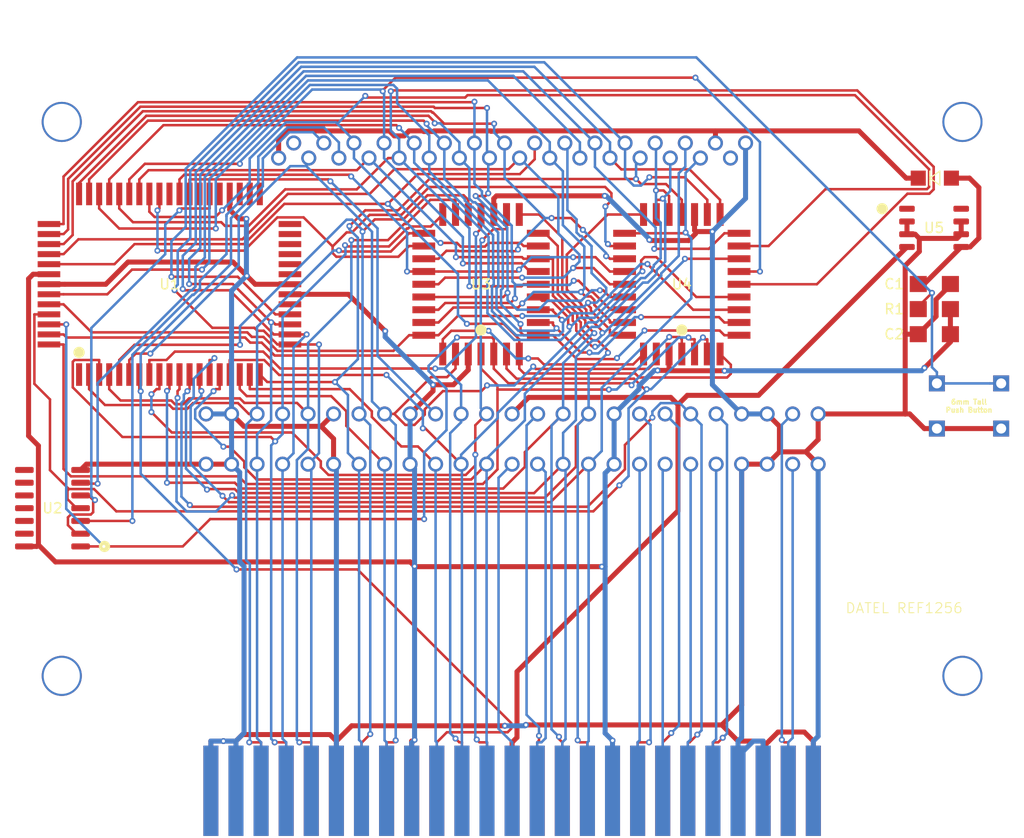
<source format=kicad_pcb>
(kicad_pcb (version 20240108) (generator "pcbnew") (generator_version "8.0")
  (layers (0 "F.Cu" signal) (31 "B.Cu" signal) (34 "B.Paste" user) (35 "F.Paste" user) (36 "B.SilkS" user "B.Silkscreen") (37 "F.SilkS" user "F.Silkscreen") (38 "B.Mask" user) (39 "F.Mask" user) (44 "Edge.Cuts" user))
  (net 0 "")
  (net 1 "/A18")
  (net 2 "/A16")
  (net 3 "/A15")
  (net 4 "/A12")
  (net 5 "/A7")
  (net 6 "/A6")
  (net 7 "/A5")
  (net 8 "/A4")
  (net 9 "/A3")
  (net 10 "/A2")
  (net 11 "/A1")
  (net 12 "/A0")
  (net 13 "/AD0")
  (net 14 "/AD1")
  (net 15 "/AD2")
  (net 16 "+3V3")
  (net 17 "/AD3")
  (net 18 "/AD4")
  (net 19 "/AD5")
  (net 20 "/AD6")
  (net 21 "/AD7")
  (net 22 "/Chip_Enable")
  (net 23 "/A10")
  (net 24 "/Output_Enable")
  (net 25 "/A11")
  (net 26 "/A9")
  (net 27 "/A8")
  (net 28 "/A13")
  (net 29 "/A14")
  (net 30 "/A17")
  (net 31 "/{slash}write")
  (net 32 "GND")
  (net 33 "/AD8")
  (net 34 "/AD9")
  (net 35 "/AD10")
  (net 36 "/AD11")
  (net 37 "/AD12")
  (net 38 "/AD13")
  (net 39 "/AD14")
  (net 40 "/AD15")
  (net 42 "/{slash}read_bottom")
  (net 43 "/{slash}COLD_RESET")
  (net 44 "/ALE_L")
  (net 45 "/ALE_H")
  (net 46 "/Button")
  (net 49 "/0x1E5F_FFFC")
  (net 60 "/{slash}read_top")
  (net 62 "/12V_Rear")
  (net 63 "/UNUSED_Rear")
  (net 66 "/5V.VOUT")
  (net 68 "/RAUDIO")
  (net 69 "/12V_Front")
  (net 70 "/UNUSED_Front")
  (net 72 "/5V.VCC")
  (net 73 "/S_DAT")
  (net 74 "/LAUDIO")
  (net 75 "/Gameboy.A15")
  (net 76 "/Gameboy.CS")
  (net 77 "/CIC.11")
  (net 78 "/{slash}INT1")
  (net 79 "/Video.Sync")
  (net 80 "/CIC.14")
  (net 81 "/{slash}NMI")
  (net 82 "/CIC.15")
  (footprint "REF1256:6mm Push Button" (layer "F.Cu") (at 212.592 95.217 90)
    (property "Reference" "SW1" (hide yes))
    (property "Value" "SW_Push")
  )
  (footprint "REF1256:Cartridge Slot" (layer "F.Cu") (at 167.087 98.512)
    (property "Reference" "J2" (hide yes))
    (property "Value" "N64 Cartridge Slot")
  )
  (footprint "REF1256:74HC32" (layer "F.Cu") (at 121.312 105.402)
    (property "Reference" "U2")
    (property "Value" "SN74HC32N")
  )
  (footprint "REF1256:PLCC32" (layer "F.Cu") (at 183.988 83.087 180)
    (property "Reference" "U4")
    (property "Value" "SST28LF040")
  )
  (footprint "REF1256:Drill Holes" (layer "F.Cu") (at 167.087 94.511)
    (property "Reference" "Holes" (hide yes))
    (property "Value" "Drill Holes")
  )
  (footprint "REF1256:Diode" (layer "F.Cu") (at 209.187 72.512)
    (property "Reference" "D1" (hide yes))
    (property "Value" "D_Small")
  )
  (footprint "REF1256:100 nF Cap" (layer "F.Cu") (at 209.137 88.062)
    (property "Reference" "C2")
    (property "Value" "C_Small")
  )
  (footprint "REF1256:10k Ohm Resistor" (layer "F.Cu") (at 209.137 85.562)
    (property "Reference" "R1")
    (property "Value" "10K Ohm")
  )
  (footprint "REF1256:Bottom Edge Connector" (layer "F.Cu") (at 167.087 133.562)
    (property "Reference" "J3" (hide yes))
    (property "Value" "Edge_Connector")
  )
  (footprint "REF1256:100 nF Cap" (layer "F.Cu") (at 209.137 83.062)
    (property "Reference" "C1")
    (property "Value" "C_Small")
  )
  (footprint "REF1256:PLCC32" (layer "F.Cu") (at 163.991 83.087 180)
    (property "Reference" "U3")
    (property "Value" "SST28LF040")
  )
  (footprint "REF1256:LZ9FC17 GAL" (layer "F.Cu") (at 132.962 83.087)
    (property "Reference" "U1")
    (property "Value" "LZ9FC17")
  )
  (footprint "REF1256:Gameboy Slot" (layer "F.Cu") (at 167.087 69.762)
    (property "Reference" "J1" (hide yes))
    (property "Value" "Gameboy Cartridge Connector")
  )
  (footprint "REF1256:LM7805" (layer "F.Cu") (at 209.112 77.467 180)
    (property "Reference" "U5")
    (property "Value" "LM78L05_SO8")
  )
  (gr_line (start 126.337 54.762) (end 207.837 54.762) (stroke (width 0.002)) (layer "Edge.Cuts"))
  (gr_line (start 116.087 59.762) (end 116.087 125.762) (stroke (width 0.002)) (layer "Edge.Cuts"))
  (gr_line (start 134.712 125.759) (end 116.087 125.762) (stroke (width 0.002)) (layer "Edge.Cuts"))
  (gr_line (start 134.712 138.262) (end 134.712 125.759) (stroke (width 0.002)) (layer "Edge.Cuts"))
  (gr_line (start 199.462 125.762) (end 218.087 125.762) (stroke (width 0.002)) (layer "Edge.Cuts"))
  (gr_line (start 218.087 59.762) (end 218.087 125.762) (stroke (width 0.002)) (layer "Edge.Cuts"))
  (gr_line (start 199.462 138.262) (end 199.462 125.762) (stroke (width 0.002)) (layer "Edge.Cuts"))
  (gr_line (start 116.087 59.762) (end 126.337 54.762) (stroke (width 0.002)) (layer "Edge.Cuts"))
  (gr_line (start 207.837 54.762) (end 218.087 59.762) (stroke (width 0.002)) (layer "Edge.Cuts"))
  (gr_line (start 199.462 138.262) (end 134.712 138.262) (stroke (width 0.002)) (layer "Edge.Cuts"))
  (gr_text "6mm Tall\nPush Button" (at 212.592 95.217 0) (layer "F.SilkS") (effects (font (size 0.5 0.5) (thickness 0.125))))
  (gr_text "DATEL REF1256" (at 200.232 115.946 0) (layer "F.SilkS") (effects (font (size 1 1) (thickness 0.1)) (justify left bottom)))
  (segment (start 140.615 102.995) (end 164.1696 102.995) (width 0.25) (layer "F.Cu") (net 1))
  (segment (start 165.6316 93.1393) (end 163.991 91.4987) (width 0.25) (layer "F.Cu") (net 1))
  (segment (start 165.6316 93.5807) (end 176.7262 93.5807) (width 0.25) (layer "F.Cu") (net 1))
  (segment (start 123.1448 102.2269) (end 139.8469 102.2269) (width 0.25) (layer "F.Cu") (net 1))
  (segment (start 183.988 90.037) (end 183.988 88.5753) (width 0.25) (layer "F.Cu") (net 1))
  (segment (start 183.7545 88.3418) (end 183.988 88.5753) (width 0.25) (layer "F.Cu") (net 1))
  (segment (start 122.4137 89.087) (end 122.4137 101.4958) (width 0.25) (layer "F.Cu") (net 1))
  (segment (start 120.962 89.087) (end 122.4137 89.087) (width 0.25) (layer "F.Cu") (net 1))
  (segment (start 163.991 90.037) (end 163.991 91.4987) (width 0.25) (layer "F.Cu") (net 1))
  (segment (start 139.8469 102.2269) (end 140.615 102.995) (width 0.25) (layer "F.Cu") (net 1))
  (segment (start 164.1696 102.995) (end 165.6316 101.533) (width 0.25) (layer "F.Cu") (net 1))
  (segment (start 165.6316 101.533) (end 165.6316 93.5807) (width 0.25) (layer "F.Cu") (net 1))
  (segment (start 122.4137 101.4958) (end 123.1448 102.2269) (width 0.25) (layer "F.Cu") (net 1))
  (segment (start 165.6316 93.5807) (end 165.6316 93.1393) (width 0.25) (layer "F.Cu") (net 1))
  (segment (start 182.7368 88.3418) (end 183.7545 88.3418) (width 0.25) (layer "F.Cu") (net 1))
  (via (at 182.7368 88.3418) (size 0.6) (drill 0.3) (layers "F.Cu" "B.Cu") (net 1))
  (via (at 176.7262 93.5807) (size 0.6) (drill 0.3) (layers "F.Cu" "B.Cu") (net 1))
  (segment (start 177.4979 93.5807) (end 182.7368 88.3418) (width 0.25) (layer "B.Cu") (net 1))
  (segment (start 176.7262 93.5807) (end 177.4979 93.5807) (width 0.25) (layer "B.Cu") (net 1))
  (segment (start 120.962 87.087) (end 122.6814 87.087) (width 0.25) (layer "F.Cu") (net 2))
  (segment (start 126.4247 109.212) (end 134.2895 109.212) (width 0.25) (layer "F.Cu") (net 2))
  (segment (start 124.112 109.212) (end 126.4247 109.212) (width 0.25) (layer "F.Cu") (net 2))
  (segment (start 137.0129 106.4886) (end 158.3254 106.4886) (width 0.25) (layer "F.Cu") (net 2))
  (segment (start 166.7163 92.954) (end 178.783 92.954) (width 0.25) (layer "F.Cu") (net 2))
  (segment (start 134.2895 109.212) (end 137.0129 106.4886) (width 0.25) (layer "F.Cu") (net 2))
  (segment (start 185.258 88.5753) (end 184.8341 88.5753) (width 0.25) (layer "F.Cu") (net 2))
  (segment (start 165.261 91.4987) (end 166.7163 92.954) (width 0.25) (layer "F.Cu") (net 2))
  (segment (start 165.261 90.037) (end 165.261 91.4987) (width 0.25) (layer "F.Cu") (net 2))
  (segment (start 161.5983 88.3918) (end 165.0775 88.3918) (width 0.25) (layer "F.Cu") (net 2))
  (segment (start 185.258 90.037) (end 185.258 88.5753) (width 0.25) (layer "F.Cu") (net 2))
  (segment (start 165.0775 88.3918) (end 165.261 88.5753) (width 0.25) (layer "F.Cu") (net 2))
  (segment (start 184.8341 88.5753) (end 184.654 88.3952) (width 0.25) (layer "F.Cu") (net 2))
  (segment (start 165.261 90.037) (end 165.261 88.5753) (width 0.25) (layer "F.Cu") (net 2))
  (segment (start 178.783 92.954) (end 178.982 93.153) (width 0.25) (layer "F.Cu") (net 2))
  (via (at 158.3254 106.4886) (size 0.6) (drill 0.3) (layers "F.Cu" "B.Cu") (net 2))
  (via (at 122.6814 87.087) (size 0.6) (drill 0.3) (layers "F.Cu" "B.Cu") (net 2))
  (via (at 184.654 88.3952) (size 0.6) (drill 0.3) (layers "F.Cu" "B.Cu") (net 2))
  (via (at 126.4247 109.212) (size 0.6) (drill 0.3) (layers "F.Cu" "B.Cu") (net 2))
  (via (at 178.982 93.153) (size 0.6) (drill 0.3) (layers "F.Cu" "B.Cu") (net 2))
  (via (at 161.5983 88.3918) (size 0.6) (drill 0.3) (layers "F.Cu" "B.Cu") (net 2))
  (segment (start 160.5525 93.5089) (end 158.7688 91.7252) (width 0.25) (layer "B.Cu") (net 2))
  (segment (start 158.7688 91.7252) (end 158.7688 91.2213) (width 0.25) (layer "B.Cu") (net 2))
  (segment (start 158.7688 91.2213) (end 161.5983 88.3918) (width 0.25) (layer "B.Cu") (net 2))
  (segment (start 158.3254 99.8493) (end 160.5525 97.6222) (width 0.25) (layer "B.Cu") (net 2))
  (segment (start 160.5525 97.6222) (end 160.5525 93.5089) (width 0.25) (layer "B.Cu") (net 2))
  (segment (start 178.982 93.0784) (end 183.6652 88.3952) (width 0.25) (layer "B.Cu") (net 2))
  (segment (start 122.6814 105.4687) (end 126.4247 109.212) (width 0.25) (layer "B.Cu") (net 2))
  (segment (start 183.6652 88.3952) (end 184.654 88.3952) (width 0.25) (layer "B.Cu") (net 2))
  (segment (start 178.982 93.153) (end 178.982 93.0784) (width 0.25) (layer "B.Cu") (net 2))
  (segment (start 158.3254 106.4886) (end 158.3254 99.8493) (width 0.25) (layer "B.Cu") (net 2))
  (segment (start 122.6814 87.087) (end 122.6814 105.4687) (width 0.25) (layer "B.Cu") (net 2))
  (segment (start 186.528 90.037) (end 186.528 88.5753) (width 0.25) (layer "F.Cu") (net 3))
  (segment (start 122.9487 103.497) (end 125.4545 103.497) (width 0.25) (layer "F.Cu") (net 3))
  (segment (start 119.5103 86.087) (end 119.5103 93.0107) (width 0.25) (layer "F.Cu") (net 3))
  (segment (start 120.962 86.087) (end 119.5103 86.087) (width 0.25) (layer "F.Cu") (net 3))
  (segment (start 179.2319 92.5023) (end 167.5346 92.5023) (width 0.25) (layer "F.Cu") (net 3))
  (segment (start 180.2744 93.5448) (end 179.2319 92.5023) (width 0.25) (layer "F.Cu") (net 3))
  (segment (start 122.8055 104.4986) (end 123.7089 105.402) (width 0.25) (layer "F.Cu") (net 3))
  (segment (start 122.8055 103.6402) (end 122.8055 104.4986) (width 0.25) (layer "F.Cu") (net 3))
  (segment (start 180.4855 93.5448) (end 180.2744 93.5448) (width 0.25) (layer "F.Cu") (net 3))
  (segment (start 186.528 88.5753) (end 186.2803 88.5753) (width 0.25) (layer "F.Cu") (net 3))
  (segment (start 166.531 90.037) (end 166.531 91.4987) (width 0.25) (layer "F.Cu") (net 3))
  (segment (start 175.1776 105.714) (end 177.7688 103.1228) (width 0.25) (layer "F.Cu") (net 3))
  (segment (start 119.5103 93.0107) (end 121.0632 94.5636) (width 0.25) (layer "F.Cu") (net 3))
  (segment (start 125.4545 103.497) (end 127.6715 105.714) (width 0.25) (layer "F.Cu") (net 3))
  (segment (start 123.7089 105.402) (end 124.112 105.402) (width 0.25) (layer "F.Cu") (net 3))
  (segment (start 167.5346 92.5023) (end 166.531 91.4987) (width 0.25) (layer "F.Cu") (net 3))
  (segment (start 121.0632 94.5636) (end 121.0632 101.6115) (width 0.25) (layer "F.Cu") (net 3))
  (segment (start 122.9487 103.497) (end 122.8055 103.6402) (width 0.25) (layer "F.Cu") (net 3))
  (segment (start 186.2803 88.5753) (end 186.093 88.388) (width 0.25) (layer "F.Cu") (net 3))
  (segment (start 127.6715 105.714) (end 175.1776 105.714) (width 0.25) (layer "F.Cu") (net 3))
  (segment (start 121.0632 101.6115) (end 122.9487 103.497) (width 0.25) (layer "F.Cu") (net 3))
  (via (at 180.4855 93.5448) (size 0.6) (drill 0.3) (layers "F.Cu" "B.Cu") (net 3))
  (via (at 186.093 88.388) (size 0.6) (drill 0.3) (layers "F.Cu" "B.Cu") (net 3))
  (via (at 177.7688 103.1228) (size 0.6) (drill 0.3) (layers "F.Cu" "B.Cu") (net 3))
  (segment (start 177.7688 103.1228) (end 178.6853 102.2063) (width 0.25) (layer "B.Cu") (net 3))
  (segment (start 186.093 88.388) (end 180.9362 93.5448) (width 0.25) (layer "B.Cu") (net 3))
  (segment (start 180.4854 93.6503) (end 180.4854 93.5448) (width 0.25) (layer "B.Cu") (net 3))
  (segment (start 178.6853 95.4504) (end 180.4854 93.6503) (width 0.25) (layer "B.Cu") (net 3))
  (segment (start 178.6853 102.2063) (end 178.6853 95.4504) (width 0.25) (layer "B.Cu") (net 3))
  (segment (start 180.9362 93.5448) (end 180.4855 93.5448) (width 0.25) (layer "B.Cu") (net 3))
  (segment (start 180.4854 93.5448) (end 180.4855 93.5448) (width 0.25) (layer "B.Cu") (net 3))
  (segment (start 167.8565 72.1109) (end 169.337 70.6304) (width 0.25) (layer "F.Cu") (net 4))
  (segment (start 129.4839 79.0851) (end 140.3995 79.0851) (width 0.25) (layer "F.Cu") (net 4))
  (segment (start 168.2791 91.9768) (end 179.3453 91.9768) (width 0.25) (layer "F.Cu") (net 4))
  (segment (start 179.3453 91.9768) (end 179.751 92.3825) (width 0.25) (layer "F.Cu") (net 4))
  (segment (start 140.3995 79.0851) (end 144.4072 75.0774) (width 0.25) (layer "F.Cu") (net 4))
  (segment (start 167.801 90.037) (end 167.801 88.5753) (width 0.25) (layer "F.Cu") (net 4))
  (segment (start 167.801 91.4987) (end 168.2791 91.9768) (width 0.25) (layer "F.Cu") (net 4))
  (segment (start 157.6768 72.1109) (end 167.8565 72.1109) (width 0.25) (layer "F.Cu") (net 4))
  (segment (start 188.8702 91.1092) (end 187.798 90.037) (width 0.25) (layer "F.Cu") (net 4))
  (segment (start 167.801 88.5753) (end 166.2542 87.0285) (width 0.25) (layer "F.Cu") (net 4))
  (segment (start 144.4072 75.0774) (end 154.7103 75.0774) (width 0.25) (layer "F.Cu") (net 4))
  (segment (start 166.2542 87.0285) (end 162.5831 87.0285) (width 0.25) (layer "F.Cu") (net 4))
  (segment (start 154.7103 75.0774) (end 157.6768 72.1109) (width 0.25) (layer "F.Cu") (net 4))
  (segment (start 167.801 90.037) (end 167.801 91.4987) (width 0.25) (layer "F.Cu") (net 4))
  (segment (start 120.962 81.087) (end 127.482 81.087) (width 0.25) (layer "F.Cu") (net 4))
  (segment (start 179.751 92.3825) (end 188.492 92.3825) (width 0.25) (layer "F.Cu") (net 4))
  (segment (start 127.482 81.087) (end 129.4839 79.0851) (width 0.25) (layer "F.Cu") (net 4))
  (segment (start 188.8702 92.0043) (end 188.8702 91.1092) (width 0.25) (layer "F.Cu") (net 4))
  (segment (start 188.492 92.3825) (end 188.8702 92.0043) (width 0.25) (layer "F.Cu") (net 4))
  (segment (start 169.337 70.6304) (end 169.337 69.012) (width 0.25) (layer "F.Cu") (net 4))
  (via (at 154.7103 75.0774) (size 0.6) (drill 0.3) (layers "F.Cu" "B.Cu") (net 4))
  (via (at 162.5831 87.0285) (size 0.6) (drill 0.3) (layers "F.Cu" "B.Cu") (net 4))
  (segment (start 154.7103 75.0774) (end 161.6959 82.063) (width 0.25) (layer "B.Cu") (net 4))
  (segment (start 161.6959 86.1413) (end 162.5831 87.0285) (width 0.25) (layer "B.Cu") (net 4))
  (segment (start 161.6959 82.063) (end 161.6959 86.1413) (width 0.25) (layer "B.Cu") (net 4))
  (segment (start 123.962 72.9964) (end 130.6588 66.2996) (width 0.25) (layer "F.Cu") (net 5))
  (segment (start 189.688 88.167) (end 188.2263 88.167) (width 0.25) (layer "F.Cu") (net 5))
  (segment (start 169.691 88.167) (end 171.1527 88.167) (width 0.25) (layer "F.Cu") (net 5))
  (segment (start 188.2263 88.167) (end 187.7573 87.698) (width 0.25) (layer "F.Cu") (net 5))
  (segment (start 187.7573 87.698) (end 180.2756 87.698) (width 0.25) (layer "F.Cu") (net 5))
  (segment (start 123.962 74.087) (end 123.962 72.9964) (width 0.25) (layer "F.Cu") (net 5))
  (segment (start 158.7568 66.2996) (end 159.379 66.9218) (width 0.25) (layer "F.Cu") (net 5))
  (segment (start 173.5302 90.5445) (end 171.1527 88.167) (width 0.25) (layer "F.Cu") (net 5))
  (segment (start 177.4291 90.5445) (end 173.5302 90.5445) (width 0.25) (layer "F.Cu") (net 5))
  (segment (start 159.379 66.9218) (end 159.379 67.0452) (width 0.25) (layer "F.Cu") (net 5))
  (segment (start 167.9289 87.8666) (end 167.9289 87.051) (width 0.25) (layer "F.Cu") (net 5))
  (segment (start 130.6588 66.2996) (end 158.7568 66.2996) (width 0.25) (layer "F.Cu") (net 5))
  (segment (start 169.331 88.167) (end 169.691 88.167) (width 0.25) (layer "F.Cu") (net 5))
  (segment (start 168.2293 88.167) (end 167.9289 87.8666) (width 0.25) (layer "F.Cu") (net 5))
  (segment (start 177.5302 90.4434) (end 177.4291 90.5445) (width 0.25) (layer "F.Cu") (net 5))
  (segment (start 169.331 88.167) (end 168.2293 88.167) (width 0.25) (layer "F.Cu") (net 5))
  (via (at 177.5302 90.4434) (size 0.6) (drill 0.3) (layers "F.Cu" "B.Cu") (net 5))
  (via (at 159.379 67.0452) (size 0.6) (drill 0.3) (layers "F.Cu" "B.Cu") (net 5))
  (via (at 167.9289 87.051) (size 0.6) (drill 0.3) (layers "F.Cu" "B.Cu") (net 5))
  (via (at 180.2756 87.698) (size 0.6) (drill 0.3) (layers "F.Cu" "B.Cu") (net 5))
  (segment (start 161.837 68.9472) (end 161.837 70.512) (width 0.25) (layer "B.Cu") (net 5))
  (segment (start 166.159 80.268) (end 166.147 80.256) (width 0.25) (layer "B.Cu") (net 5))
  (segment (start 167.9289 87.051) (end 165.9881 85.1102) (width 0.25) (layer "B.Cu") (net 5))
  (segment (start 165.9881 83.6565) (end 166.1601 83.4845) (width 0.25) (layer "B.Cu") (net 5))
  (segment (start 163.4067 74.9206) (end 163.1968 74.9206) (width 0.25) (layer "B.Cu") (net 5))
  (segment (start 166.147 77.6609) (end 163.4067 74.9206) (width 0.25) (layer "B.Cu") (net 5))
  (segment (start 165.9881 85.1102) (end 165.9881 83.6565) (width 0.25) (layer "B.Cu") (net 5))
  (segment (start 166.159 82.2158) (end 166.159 80.268) (width 0.25) (layer "B.Cu") (net 5))
  (segment (start 159.379 67.0452) (end 159.935 67.0452) (width 0.25) (layer "B.Cu") (net 5))
  (segment (start 166.147 80.256) (end 166.147 77.6609) (width 0.25) (layer "B.Cu") (net 5))
  (segment (start 163.1968 74.9206) (end 162.8296 74.5534) (width 0.25) (layer "B.Cu") (net 5))
  (segment (start 166.1601 82.2169) (end 166.159 82.2158) (width 0.25) (layer "B.Cu") (net 5))
  (segment (start 166.1601 83.4845) (end 166.1601 82.2169) (width 0.25) (layer "B.Cu") (net 5))
  (segment (start 162.8296 74.5534) (end 162.8296 71.5046) (width 0.25) (layer "B.Cu") (net 5))
  (segment (start 162.8296 71.5046) (end 161.837 70.512) (width 0.25) (layer "B.Cu") (net 5))
  (segment (start 159.935 67.0452) (end 161.837 68.9472) (width 0.25) (layer "B.Cu") (net 5))
  (segment (start 180.2756 87.698) (end 177.5302 90.4434) (width 0.25) (layer "B.Cu") (net 5))
  (segment (start 171.5141 87.4728) (end 173.9274 89.8861) (width 0.25) (layer "F.Cu") (net 6))
  (segment (start 130.8157 66.7816) (end 158.2688 66.7816) (width 0.25) (layer "F.Cu") (net 6))
  (segment (start 169.691 86.897) (end 171.1527 86.897) (width 0.25) (layer "F.Cu") (net 6))
  (segment (start 124.962 74.087) (end 124.962 72.6353) (width 0.25) (layer "F.Cu") (net 6))
  (segment (start 189.688 86.897) (end 188.2263 86.897) (width 0.25) (layer "F.Cu") (net 6))
  (segment (start 124.962 72.6353) (end 130.8157 66.7816) (width 0.25) (layer "F.Cu") (net 6))
  (segment (start 171.1527 86.897) (end 171.1527 87.1114) (width 0.25) (layer "F.Cu") (net 6))
  (segment (start 173.9274 89.8861) (end 174.7931 89.8861) (width 0.25) (layer "F.Cu") (net 6))
  (segment (start 187.6914 86.3621) (end 179.9255 86.3621) (width 0.25) (layer "F.Cu") (net 6))
  (segment (start 158.2688 66.7816) (end 158.5753 67.0881) (width 0.25) (layer "F.Cu") (net 6))
  (segment (start 188.2263 86.897) (end 187.6914 86.3621) (width 0.25) (layer "F.Cu") (net 6))
  (segment (start 171.1527 87.1114) (end 171.5141 87.4728) (width 0.25) (layer "F.Cu") (net 6))
  (via (at 179.9255 86.3621) (size 0.6) (drill 0.3) (layers "F.Cu" "B.Cu") (net 6))
  (via (at 171.5141 87.4728) (size 0.6) (drill 0.3) (layers "F.Cu" "B.Cu") (net 6))
  (via (at 174.7931 89.8861) (size 0.6) (drill 0.3) (layers "F.Cu" "B.Cu") (net 6))
  (via (at 158.5753 67.0881) (size 0.6) (drill 0.3) (layers "F.Cu" "B.Cu") (net 6))
  (segment (start 163.0097 75.3723) (end 163.1438 75.3723) (width 0.25) (layer "B.Cu") (net 6))
  (segment (start 158.5753 67.0881) (end 158.5753 67.2503) (width 0.25) (layer "B.Cu") (net 6))
  (segment (start 179.9255 86.3621) (end 179.3013 86.3621) (width 0.25) (layer "B.Cu") (net 6))
  (segment (start 160.337 72.5655) (end 162.3779 74.6064) (width 0.25) (layer "B.Cu") (net 6))
  (segment (start 165.7073 82.4029) (end 165.7084 82.404) (width 0.25) (layer "B.Cu") (net 6))
  (segment (start 165.5364 85.5472) (end 167.7049 87.7157) (width 0.25) (layer "B.Cu") (net 6))
  (segment (start 175.687 89.9764) (end 174.8834 89.9764) (width 0.25) (layer "B.Cu") (net 6))
  (segment (start 171.2712 87.7157) (end 171.5141 87.4728) (width 0.25) (layer "B.Cu") (net 6))
  (segment (start 158.5753 67.2503) (end 160.337 69.012) (width 0.25) (layer "B.Cu") (net 6))
  (segment (start 162.3779 74.7405) (end 163.0097 75.3723) (width 0.25) (layer "B.Cu") (net 6))
  (segment (start 165.5364 83.4694) (end 165.5364 85.5472) (width 0.25) (layer "B.Cu") (net 6))
  (segment (start 162.3779 74.6064) (end 162.3779 74.7405) (width 0.25) (layer "B.Cu") (net 6))
  (segment (start 165.6953 77.9238) (end 165.6953 80.4431) (width 0.25) (layer "B.Cu") (net 6))
  (segment (start 163.1438 75.3723) (end 165.6953 77.9238) (width 0.25) (layer "B.Cu") (net 6))
  (segment (start 160.337 69.012) (end 160.337 72.5655) (width 0.25) (layer "B.Cu") (net 6))
  (segment (start 174.8834 89.9764) (end 174.7931 89.8861) (width 0.25) (layer "B.Cu") (net 6))
  (segment (start 179.3013 86.3621) (end 175.687 89.9764) (width 0.25) (layer "B.Cu") (net 6))
  (segment (start 165.7084 82.404) (end 165.7084 83.2974) (width 0.25) (layer "B.Cu") (net 6))
  (segment (start 165.6953 80.4431) (end 165.7073 80.4551) (width 0.25) (layer "B.Cu") (net 6))
  (segment (start 167.7049 87.7157) (end 171.2712 87.7157) (width 0.25) (layer "B.Cu") (net 6))
  (segment (start 165.7073 80.4551) (end 165.7073 82.4029) (width 0.25) (layer "B.Cu") (net 6))
  (segment (start 165.7084 83.2974) (end 165.5364 83.4694) (width 0.25) (layer "B.Cu") (net 6))
  (segment (start 127.9548 77.5315) (end 137.5765 77.5315) (width 0.25) (layer "F.Cu") (net 7))
  (segment (start 171.1527 85.7508) (end 172.0457 86.6438) (width 0.25) (layer "F.Cu") (net 7))
  (segment (start 180.5675 81.0735) (end 185.121 85.627) (width 0.25) (layer "F.Cu") (net 7))
  (segment (start 125.962 74.087) (end 125.962 75.5387) (width 0.25) (layer "F.Cu") (net 7))
  (segment (start 171.1527 85.627) (end 171.1527 85.7508) (width 0.25) (layer "F.Cu") (net 7))
  (segment (start 185.121 85.627) (end 189.688 85.627) (width 0.25) (layer "F.Cu") (net 7))
  (segment (start 169.691 85.627) (end 171.1527 85.627) (width 0.25) (layer "F.Cu") (net 7))
  (segment (start 125.962 75.5387) (end 127.9548 77.5315) (width 0.25) (layer "F.Cu") (net 7))
  (via (at 180.5675 81.0735) (size 0.6) (drill 0.3) (layers "F.Cu" "B.Cu") (net 7))
  (via (at 172.0457 86.6438) (size 0.6) (drill 0.3) (layers "F.Cu" "B.Cu") (net 7))
  (via (at 137.5765 77.5315) (size 0.6) (drill 0.3) (layers "F.Cu" "B.Cu") (net 7))
  (segment (start 180.5675 81.0735) (end 179.8792 81.0735) (width 0.25) (layer "B.Cu") (net 7))
  (segment (start 155.6329 63.594) (end 155.2658 63.2269) (width 0.25) (layer "B.Cu") (net 7))
  (segment (start 167.4923 88.1721) (end 165.0847 85.7645) (width 0.25) (layer "B.Cu") (net 7))
  (segment (start 172.1547 87.7895) (end 171.7721 88.1721) (width 0.25) (layer "B.Cu") (net 7))
  (segment (start 165.0847 83.2823) (end 165.2567 83.1103) (width 0.25) (layer "B.Cu") (net 7))
  (segment (start 172.1547 86.8844) (end 172.1547 87.7895) (width 0.25) (layer "B.Cu") (net 7))
  (segment (start 172.2205 86.8186) (end 172.1547 86.8844) (width 0.25) (layer "B.Cu") (net 7))
  (segment (start 165.2567 82.5911) (end 165.1929 82.5273) (width 0.25) (layer "B.Cu") (net 7))
  (segment (start 146.9467 63.2269) (end 137.5765 72.5971) (width 0.25) (layer "B.Cu") (net 7))
  (segment (start 165.1929 78.1943) (end 158.837 71.8384) (width 0.25) (layer "B.Cu") (net 7))
  (segment (start 179.8792 81.0735) (end 176.9096 84.0431) (width 0.25) (layer "B.Cu") (net 7))
  (segment (start 171.7721 88.1721) (end 167.4923 88.1721) (width 0.25) (layer "B.Cu") (net 7))
  (segment (start 165.1929 82.5273) (end 165.1929 78.1943) (width 0.25) (layer "B.Cu") (net 7))
  (segment (start 158.837 70.512) (end 158.837 68.2522) (width 0.25) (layer "B.Cu") (net 7))
  (segment (start 173.06 85.9791) (end 172.2205 86.8186) (width 0.25) (layer "B.Cu") (net 7))
  (segment (start 172.2205 86.8186) (end 172.0457 86.6438) (width 0.25) (layer "B.Cu") (net 7))
  (segment (start 176.9096 84.0431) (end 176.9096 84.1598) (width 0.25) (layer "B.Cu") (net 7))
  (segment (start 175.0903 85.9791) (end 173.06 85.9791) (width 0.25) (layer "B.Cu") (net 7))
  (segment (start 165.0847 85.7645) (end 165.0847 83.2823) (width 0.25) (layer "B.Cu") (net 7))
  (segment (start 176.9096 84.1598) (end 175.0903 85.9791) (width 0.25) (layer "B.Cu") (net 7))
  (segment (start 155.6329 65.0481) (end 155.6329 63.594) (width 0.25) (layer "B.Cu") (net 7))
  (segment (start 158.837 68.2522) (end 155.6329 65.0481) (width 0.25) (layer "B.Cu") (net 7))
  (segment (start 165.2567 83.1103) (end 165.2567 82.5911) (width 0.25) (layer "B.Cu") (net 7))
  (segment (start 155.2658 63.2269) (end 146.9467 63.2269) (width 0.25) (layer "B.Cu") (net 7))
  (segment (start 137.5765 72.5971) (end 137.5765 77.5315) (width 0.25) (layer "B.Cu") (net 7))
  (segment (start 158.837 71.8384) (end 158.837 70.512) (width 0.25) (layer "B.Cu") (net 7))
  (segment (start 185.4309 84.357) (end 181.4555 80.3816) (width 0.25) (layer "F.Cu") (net 8))
  (segment (start 169.691 84.357) (end 170.0664 84.7324) (width 0.25) (layer "F.Cu") (net 8))
  (segment (start 181.4555 80.3816) (end 180.2756 80.3816) (width 0.25) (layer "F.Cu") (net 8))
  (segment (start 179.9408 80.7164) (end 179.9408 81.6729) (width 0.25) (layer "F.Cu") (net 8))
  (segment (start 172.6724 86.3841) (end 172.6724 87.1919) (width 0.25) (layer "F.Cu") (net 8))
  (segment (start 180.2756 80.3816) (end 179.9408 80.7164) (width 0.25) (layer "F.Cu") (net 8))
  (segment (start 179.9408 81.6729) (end 180.0667 81.7988) (width 0.25) (layer "F.Cu") (net 8))
  (segment (start 170.0664 84.7324) (end 171.0207 84.7324) (width 0.25) (layer "F.Cu") (net 8))
  (segment (start 126.962 72.6353) (end 132.364 67.2333) (width 0.25) (layer "F.Cu") (net 8))
  (segment (start 126.962 74.087) (end 126.962 72.6353) (width 0.25) (layer "F.Cu") (net 8))
  (segment (start 155.5583 67.2333) (end 155.8303 67.5053) (width 0.25) (layer "F.Cu") (net 8))
  (segment (start 189.688 84.357) (end 185.4309 84.357) (width 0.25) (layer "F.Cu") (net 8))
  (segment (start 132.364 67.2333) (end 155.5583 67.2333) (width 0.25) (layer "F.Cu") (net 8))
  (segment (start 172.6724 87.1919) (end 172.7932 87.3127) (width 0.25) (layer "F.Cu") (net 8))
  (segment (start 171.0207 84.7324) (end 172.6724 86.3841) (width 0.25) (layer "F.Cu") (net 8))
  (via (at 180.0667 81.7988) (size 0.6) (drill 0.3) (layers "F.Cu" "B.Cu") (net 8))
  (via (at 155.8303 67.5053) (size 0.6) (drill 0.3) (layers "F.Cu" "B.Cu") (net 8))
  (via (at 172.7932 87.3127) (size 0.6) (drill 0.3) (layers "F.Cu" "B.Cu") (net 8))
  (segment (start 172.8584 87.3779) (end 172.7932 87.3127) (width 0.25) (layer "B.Cu") (net 8))
  (segment (start 164.7412 78.3815) (end 157.337 70.9773) (width 0.25) (layer "B.Cu") (net 8))
  (segment (start 171.9551 88.6326) (end 167.2964 88.6326) (width 0.25) (layer "B.Cu") (net 8))
  (segment (start 179.925 81.7988) (end 175.293 86.4308) (width 0.25) (layer "B.Cu") (net 8))
  (segment (start 180.0667 81.7988) (end 179.925 81.7988) (width 0.25) (layer "B.Cu") (net 8))
  (segment (start 167.2964 88.6326) (end 164.63 85.9662) (width 0.25) (layer "B.Cu") (net 8))
  (segment (start 164.63 82.8507) (end 164.7412 82.7395) (width 0.25) (layer "B.Cu") (net 8))
  (segment (start 172.8584 87.7293) (end 171.9551 88.6326) (width 0.25) (layer "B.Cu") (net 8))
  (segment (start 173.8055 86.4308) (end 172.8584 87.3779) (width 0.25) (layer "B.Cu") (net 8))
  (segment (start 175.293 86.4308) (end 173.8055 86.4308) (width 0.25) (layer "B.Cu") (net 8))
  (segment (start 172.8584 87.3779) (end 172.8584 87.7293) (width 0.25) (layer "B.Cu") (net 8))
  (segment (start 164.7412 82.7395) (end 164.7412 78.3815) (width 0.25) (layer "B.Cu") (net 8))
  (segment (start 157.337 70.9773) (end 157.337 69.012) (width 0.25) (layer "B.Cu") (net 8))
  (segment (start 157.337 69.012) (end 155.8303 67.5053) (width 0.25) (layer "B.Cu") (net 8))
  (segment (start 164.63 85.9662) (end 164.63 82.8507) (width 0.25) (layer "B.Cu") (net 8))
  (segment (start 129.3281 76.9048) (end 127.962 75.5387) (width 0.25) (layer "F.Cu") (net 9))
  (segment (start 169.691 83.087) (end 168.2293 83.087) (width 0.25) (layer "F.Cu") (net 9))
  (segment (start 138.1205 76.9048) (end 129.3281 76.9048) (width 0.25) (layer "F.Cu") (net 9))
  (segment (start 189.688 83.087) (end 197.4369 83.087) (width 0.25) (layer "F.Cu") (net 9))
  (segment (start 168.2293 83.087) (end 168.0265 83.2898) (width 0.25) (layer "F.Cu") (net 9))
  (segment (start 168.0265 83.2898) (end 162.8372 83.2898) (width 0.25) (layer "F.Cu") (net 9))
  (segment (start 208.639 74.0645) (end 209.0717 73.6318) (width 0.25) (layer "F.Cu") (net 9))
  (segment (start 155.0877 63.7721) (end 155.0062 63.8536) (width 0.25) (layer "F.Cu") (net 9))
  (segment (start 138.4809 77.2652) (end 138.1205 76.9048) (width 0.25) (layer "F.Cu") (net 9))
  (segment (start 209.0717 71.3855) (end 201.4583 63.7721) (width 0.25) (layer "F.Cu") (net 9))
  (segment (start 154.742 70.512) (end 151.6215 73.6325) (width 0.25) (layer "F.Cu") (net 9))
  (segment (start 140.8549 77.2652) (end 138.4809 77.2652) (width 0.25) (layer "F.Cu") (net 9))
  (segment (start 144.4876 73.6325) (end 140.8549 77.2652) (width 0.25) (layer "F.Cu") (net 9))
  (segment (start 206.4594 74.0645) (end 208.639 74.0645) (width 0.25) (layer "F.Cu") (net 9))
  (segment (start 127.962 74.087) (end 127.962 75.5387) (width 0.25) (layer "F.Cu") (net 9))
  (segment (start 197.4369 83.087) (end 206.4594 74.0645) (width 0.25) (layer "F.Cu") (net 9))
  (segment (start 209.0717 73.6318) (end 209.0717 71.3855) (width 0.25) (layer "F.Cu") (net 9))
  (segment (start 201.4583 63.7721) (end 155.0877 63.7721) (width 0.25) (layer "F.Cu") (net 9))
  (segment (start 151.6215 73.6325) (end 144.4876 73.6325) (width 0.25) (layer "F.Cu") (net 9))
  (segment (start 155.837 70.512) (end 154.742 70.512) (width 0.25) (layer "F.Cu") (net 9))
  (via (at 162.8372 83.2898) (size 0.6) (drill 0.3) (layers "F.Cu" "B.Cu") (net 9))
  (via (at 155.0062 63.8536) (size 0.6) (drill 0.3) (layers "F.Cu" "B.Cu") (net 9))
  (segment (start 162.8372 77.5122) (end 162.8372 83.2898) (width 0.25) (layer "B.Cu") (net 9))
  (segment (start 155.0062 63.8536) (end 155.0062 67.7913) (width 0.25) (layer "B.Cu") (net 9))
  (segment (start 155.0062 67.7913) (end 155.837 68.6221) (width 0.25) (layer "B.Cu") (net 9))
  (segment (start 155.837 68.6221) (end 155.837 70.512) (width 0.25) (layer "B.Cu") (net 9))
  (segment (start 155.837 70.512) (end 162.8372 77.5122) (width 0.25) (layer "B.Cu") (net 9))
  (segment (start 130.5106 71.0867) (end 139.9756 71.0867) (width 0.25) (layer "F.Cu") (net 10))
  (segment (start 185.3459 62.4988) (end 155.4736 62.4988) (width 0.25) (layer "F.Cu") (net 10))
  (segment (start 154.2043 63.7681) (end 154.2043 63.8536) (width 0.25) (layer "F.Cu") (net 10))
  (segment (start 128.962 72.6353) (end 130.5106 71.0867) (width 0.25) (layer "F.Cu") (net 10))
  (segment (start 169.691 81.817) (end 168.8565 81.817) (width 0.25) (layer "F.Cu") (net 10))
  (segment (start 189.688 81.817) (end 191.1497 81.817) (width 0.25) (layer "F.Cu") (net 10))
  (segment (start 155.4736 62.4988) (end 154.2043 63.7681) (width 0.25) (layer "F.Cu") (net 10))
  (segment (start 162.2013 80.9972) (end 162.1835 81.015) (width 0.25) (layer "F.Cu") (net 10))
  (segment (start 168.8565 81.817) (end 168.0367 80.9972) (width 0.25) (layer "F.Cu") (net 10))
  (segment (start 128.962 74.087) (end 128.962 72.6353) (width 0.25) (layer "F.Cu") (net 10))
  (segment (start 168.0367 80.9972) (end 162.2013 80.9972) (width 0.25) (layer "F.Cu") (net 10))
  (segment (start 191.1497 81.817) (end 191.7708 81.817) (width 0.25) (layer "F.Cu") (net 10))
  (via (at 139.9756 71.0867) (size 0.6) (drill 0.3) (layers "F.Cu" "B.Cu") (net 10))
  (via (at 162.1835 81.015) (size 0.6) (drill 0.3) (layers "F.Cu" "B.Cu") (net 10))
  (via (at 154.2043 63.8536) (size 0.6) (drill 0.3) (layers "F.Cu" "B.Cu") (net 10))
  (via (at 191.7708 81.817) (size 0.6) (drill 0.3) (layers "F.Cu" "B.Cu") (net 10))
  (via (at 185.3459 62.4988) (size 0.6) (drill 0.3) (layers "F.Cu" "B.Cu") (net 10))
  (segment (start 191.7708 81.817) (end 191.7708 68.9221) (width 0.25) (layer "B.Cu") (net 10))
  (segment (start 191.7708 68.9221) (end 185.3475 62.4988) (width 0.25) (layer "B.Cu") (net 10))
  (segment (start 154.337 70.5365) (end 162.1835 78.383) (width 0.25) (layer "B.Cu") (net 10))
  (segment (start 185.3475 62.4988) (end 185.3459 62.4988) (width 0.25) (layer "B.Cu") (net 10))
  (segment (start 154.2043 63.8536) (end 154.0372 63.6865) (width 0.25) (layer "B.Cu") (net 10))
  (segment (start 154.0372 63.6865) (end 147.1696 63.6865) (width 0.25) (layer "B.Cu") (net 10))
  (segment (start 139.9756 70.8805) (end 139.9756 71.0867) (width 0.25) (layer "B.Cu") (net 10))
  (segment (start 147.1696 63.6865) (end 139.9756 70.8805) (width 0.25) (layer "B.Cu") (net 10))
  (segment (start 154.337 69.012) (end 154.337 70.5365) (width 0.25) (layer "B.Cu") (net 10))
  (segment (start 154.2043 63.8536) (end 154.337 63.9863) (width 0.25) (layer "B.Cu") (net 10))
  (segment (start 162.1835 78.383) (end 162.1835 81.015) (width 0.25) (layer "B.Cu") (net 10))
  (segment (start 154.337 63.9863) (end 154.337 69.012) (width 0.25) (layer "B.Cu") (net 10))
  (segment (start 151.6299 71.7191) (end 152.837 70.512) (width 0.25) (layer "F.Cu") (net 11))
  (segment (start 175.3522 89.3112) (end 175.3004 89.2594) (width 0.25) (layer "F.Cu") (net 11))
  (segment (start 171.1527 84.2257) (end 171.1527 80.547) (width 0.25) (layer "F.Cu") (net 11))
  (segment (start 189.688 80.547) (end 184.2986 80.547) (width 0.25) (layer "F.Cu") (net 11))
  (segment (start 175.3004 89.2594) (end 175.0227 89.2594) (width 0.25) (layer "F.Cu") (net 11))
  (segment (start 168.0644 80.3821) (end 168.2293 80.547) (width 0.25) (layer "F.Cu") (net 11))
  (segment (start 173.4765 87.0744) (end 173.1241 86.722) (width 0.25) (layer "F.Cu") (net 11))
  (segment (start 129.962 74.087) (end 129.962 72.6353) (width 0.25) (layer "F.Cu") (net 11))
  (segment (start 173.4765 87.7132) (end 173.4765 87.0744) (width 0.25) (layer "F.Cu") (net 11))
  (segment (start 173.1241 86.722) (end 173.1241 86.197) (width 0.25) (layer "F.Cu") (net 11))
  (segment (start 129.962 72.6353) (end 130.8782 71.7191) (width 0.25) (layer "F.Cu") (net 11))
  (segment (start 169.691 80.547) (end 171.1527 80.547) (width 0.25) (layer "F.Cu") (net 11))
  (segment (start 161.492 80.3821) (end 168.0644 80.3821) (width 0.25) (layer "F.Cu") (net 11))
  (segment (start 169.691 80.547) (end 168.2293 80.547) (width 0.25) (layer "F.Cu") (net 11))
  (segment (start 171.2078 84.2807) (end 171.2077 84.2807) (width 0.25) (layer "F.Cu") (net 11))
  (segment (start 175.0227 89.2594) (end 173.4765 87.7132) (width 0.25) (layer "F.Cu") (net 11))
  (segment (start 171.2077 84.2807) (end 171.1527 84.2257) (width 0.25) (layer "F.Cu") (net 11))
  (segment (start 130.8782 71.7191) (end 151.6299 71.7191) (width 0.25) (layer "F.Cu") (net 11))
  (segment (start 173.1241 86.197) (end 171.2078 84.2807) (width 0.25) (layer "F.Cu") (net 11))
  (via (at 175.3522 89.3112) (size 0.6) (drill 0.3) (layers "F.Cu" "B.Cu") (net 11))
  (via (at 161.492 80.3821) (size 0.6) (drill 0.3) (layers "F.Cu" "B.Cu") (net 11))
  (via (at 184.2986 80.547) (size 0.6) (drill 0.3) (layers "F.Cu" "B.Cu") (net 11))
  (segment (start 184.2986 80.547) (end 184.2986 80.6393) (width 0.25) (layer "B.Cu") (net 11))
  (segment (start 175.6267 89.3112) (end 175.3522 89.3112) (width 0.25) (layer "B.Cu") (net 11))
  (segment (start 161.492 79.167) (end 161.492 80.3821) (width 0.25) (layer "B.Cu") (net 11))
  (segment (start 184.2986 80.6393) (end 175.6267 89.3112) (width 0.25) (layer "B.Cu") (net 11))
  (segment (start 152.837 70.512) (end 161.492 79.167) (width 0.25) (layer "B.Cu") (net 11))
  (segment (start 137.5382 76.3827) (end 131.4808 76.3827) (width 0.25) (layer "F.Cu") (net 12))
  (segment (start 162.6484 64.2436) (end 201.2307 64.2436) (width 0.25) (layer "F.Cu") (net 12))
  (segment (start 131.4808 76.3827) (end 130.962 75.8639) (width 0.25) (layer "F.Cu") (net 12))
  (segment (start 130.962 75.8639) (end 130.962 74.087) (width 0.25) (layer "F.Cu") (net 12))
  (segment (start 208.6137 73.3974) (end 208.3984 73.6127) (width 0.25) (layer "F.Cu") (net 12))
  (segment (start 208.6137 71.6266) (end 208.6137 73.3974) (width 0.25) (layer "F.Cu") (net 12))
  (segment (start 152.6306 64.4804) (end 162.4116 64.4804) (width 0.25) (layer "F.Cu") (net 12))
  (segment (start 198.2928 73.6127) (end 192.6285 79.277) (width 0.25) (layer "F.Cu") (net 12))
  (segment (start 138.2054 75.7155) (end 137.5382 76.3827) (width 0.25) (layer "F.Cu") (net 12))
  (segment (start 167.9195 78.9672) (end 164.7427 78.9672) (width 0.25) (layer "F.Cu") (net 12))
  (segment (start 201.2307 64.2436) (end 208.6137 71.6266) (width 0.25) (layer "F.Cu") (net 12))
  (segment (start 164.3756 79.3343) (end 161.9693 79.3343) (width 0.25) (layer "F.Cu") (net 12))
  (segment (start 164.7427 78.9672) (end 164.3756 79.3343) (width 0.25) (layer "F.Cu") (net 12))
  (segment (start 168.2293 79.277) (end 167.9195 78.9672) (width 0.25) (layer "F.Cu") (net 12))
  (segment (start 161.6022 78.9672) (end 159.9585 78.9672) (width 0.25) (layer "F.Cu") (net 12))
  (segment (start 208.3984 73.6127) (end 198.2928 73.6127) (width 0.25) (layer "F.Cu") (net 12))
  (segment (start 169.691 79.277) (end 168.2293 79.277) (width 0.25) (layer "F.Cu") (net 12))
  (segment (start 161.9693 79.3343) (end 161.6022 78.9672) (width 0.25) (layer "F.Cu") (net 12))
  (segment (start 162.4116 64.4804) (end 162.6484 64.2436) (width 0.25) (layer "F.Cu") (net 12))
  (segment (start 192.6285 79.277) (end 189.688 79.277) (width 0.25) (layer "F.Cu") (net 12))
  (segment (start 152.4657 64.3155) (end 152.6306 64.4804) (width 0.25) (layer "F.Cu") (net 12))
  (via (at 152.4657 64.3155) (size 0.6) (drill 0.3) (layers "F.Cu" "B.Cu") (net 12))
  (via (at 159.9585 78.9672) (size 0.6) (drill 0.3) (layers "F.Cu" "B.Cu") (net 12))
  (via (at 138.2054 75.7155) (size 0.6) (drill 0.3) (layers "F.Cu" "B.Cu") (net 12))
  (segment (start 149.5357 66.9471) (end 149.6849 67.0963) (width 0.25) (layer "B.Cu") (net 12))
  (segment (start 138.2054 75.7155) (end 140.9526 72.9683) (width 0.25) (layer "B.Cu") (net 12))
  (segment (start 140.9526 70.5609) (end 144.5664 66.9471) (width 0.25) (layer "B.Cu") (net 12))
  (segment (start 159.7605 78.9672) (end 151.337 70.5437) (width 0.25) (layer "B.Cu") (net 12))
  (segment (start 151.337 70.5437) (end 151.337 69.012) (width 0.25) (layer "B.Cu") (net 12))
  (segment (start 144.5664 66.9471) (end 149.5357 66.9471) (width 0.25) (layer "B.Cu") (net 12))
  (segment (start 149.6849 67.0963) (end 151.337 68.7484) (width 0.25) (layer "B.Cu") (net 12))
  (segment (start 159.9585 78.9672) (end 159.7605 78.9672) (width 0.25) (layer "B.Cu") (net 12))
  (segment (start 151.337 68.7484) (end 151.337 69.012) (width 0.25) (layer "B.Cu") (net 12))
  (segment (start 140.9526 72.9683) (end 140.9526 70.5609) (width 0.25) (layer "B.Cu") (net 12))
  (segment (start 152.4657 64.3155) (end 149.6849 67.0963) (width 0.25) (layer "B.Cu") (net 12))
  (segment (start 143.3055 86.8822) (end 143.0863 86.8822) (width 0.25) (layer "F.Cu") (net 13))
  (segment (start 139.266 83.0619) (end 134.9245 83.0619) (width 0.25) (layer "F.Cu") (net 13))
  (segment (start 143.0863 86.8822) (end 139.266 83.0619) (width 0.25) (layer "F.Cu") (net 13))
  (segment (start 144.962 87.087) (end 143.5103 87.087) (width 0.25) (layer "F.Cu") (net 13))
  (segment (start 189.688 78.007) (end 188.2263 78.007) (width 0.25) (layer "F.Cu") (net 13))
  (segment (start 143.5103 87.087) (end 143.3055 86.8822) (width 0.25) (layer "F.Cu") (net 13))
  (segment (start 186.679 79.5543) (end 181.2452 79.5543) (width 0.25) (layer "F.Cu") (net 13))
  (segment (start 188.2263 78.007) (end 186.679 79.5543) (width 0.25) (layer "F.Cu") (net 13))
  (via (at 143.0863 86.8822) (size 0.6) (drill 0.3) (layers "F.Cu" "B.Cu") (net 13))
  (via (at 181.2452 79.5543) (size 0.6) (drill 0.3) (layers "F.Cu" "B.Cu") (net 13))
  (via (at 134.9245 83.0619) (size 0.6) (drill 0.3) (layers "F.Cu" "B.Cu") (net 13))
  (segment (start 141.687 101.012) (end 141.687 128.3353) (width 0.25) (layer "B.Cu") (net 13))
  (segment (start 143.0863 86.8822) (end 143.0863 96.6432) (width 0.25) (layer "B.Cu") (net 13))
  (segment (start 146.3213 61.8718) (end 136.0302 72.1629) (width 0.25) (layer "B.Cu") (net 13))
  (segment (start 141.687 98.0425) (end 141.687 101.012) (width 0.25) (layer "B.Cu") (net 13))
  (segment (start 142.087 133.562) (end 142.087 128.7353) (width 0.25) (layer "B.Cu") (net 13))
  (segment (start 175.337 69.012) (end 168.1968 61.8718) (width 0.25) (layer "B.Cu") (net 13))
  (segment (start 136.0302 79.4695) (end 134.9245 80.5752) (width 0.25) (layer "B.Cu") (net 13))
  (segment (start 175.337 69.012) (end 175.337 71.3974) (width 0.25) (layer "B.Cu") (net 13))
  (segment (start 168.1968 61.8718) (end 146.3213 61.8718) (width 0.25) (layer "B.Cu") (net 13))
  (segment (start 181.3826 77.443) (end 181.3826 79.4169) (width 0.25) (layer "B.Cu") (net 13))
  (segment (start 134.9245 80.5752) (end 134.9245 83.0619) (width 0.25) (layer "B.Cu") (net 13))
  (segment (start 181.3826 79.4169) (end 181.2452 79.5543) (width 0.25) (layer "B.Cu") (net 13))
  (segment (start 136.0302 72.1629) (end 136.0302 79.4695) (width 0.25) (layer "B.Cu") (net 13))
  (segment (start 143.0863 96.6432) (end 141.687 98.0425) (width 0.25) (layer "B.Cu") (net 13))
  (segment (start 141.687 128.3353) (end 142.087 128.7353) (width 0.25) (layer "B.Cu") (net 13))
  (segment (start 175.337 71.3974) (end 181.3826 77.443) (width 0.25) (layer "B.Cu") (net 13))
  (segment (start 176.837 70.512) (end 177.9654 71.6404) (width 0.25) (layer "F.Cu") (net 14))
  (segment (start 143.3546 88.087) (end 138.9562 83.6886) (width 0.25) (layer "F.Cu") (net 14))
  (segment (start 144.962 88.087) (end 143.5103 88.087) (width 0.25) (layer "F.Cu") (net 14))
  (segment (start 146.4137 88.087) (end 146.6228 88.087) (width 0.25) (layer "F.Cu") (net 14))
  (segment (start 184.7631 71.6404) (end 187.798 74.6753) (width 0.25) (layer "F.Cu") (net 14))
  (segment (start 145.6879 88.087) (end 146.4137 88.087) (width 0.25) (layer "F.Cu") (net 14))
  (segment (start 187.798 76.137) (end 187.798 74.6753) (width 0.25) (layer "F.Cu") (net 14))
  (segment (start 134.4173 83.6886) (end 134.2885 83.5598) (width 0.25) (layer "F.Cu") (net 14))
  (segment (start 143.5103 88.087) (end 143.3546 88.087) (width 0.25) (layer "F.Cu") (net 14))
  (segment (start 145.6879 88.087) (end 144.962 88.087) (width 0.25) (layer "F.Cu") (net 14))
  (segment (start 138.9562 83.6886) (end 134.4173 83.6886) (width 0.25) (layer "F.Cu") (net 14))
  (segment (start 177.9654 71.6404) (end 184.7631 71.6404) (width 0.25) (layer "F.Cu") (net 14))
  (via (at 134.2885 83.5598) (size 0.6) (drill 0.3) (layers "F.Cu" "B.Cu") (net 14))
  (via (at 146.6228 88.087) (size 0.6) (drill 0.3) (layers "F.Cu" "B.Cu") (net 14))
  (segment (start 144.227 128.3753) (end 144.587 128.7353) (width 0.25) (layer "B.Cu") (net 14))
  (segment (start 145.3156 99.9234) (end 144.227 101.012) (width 0.25) (layer "B.Cu") (net 14))
  (segment (start 144.587 133.562) (end 144.587 128.7353) (width 0.25) (layer "B.Cu") (net 14))
  (segment (start 146.6228 88.087) (end 145.3156 89.3942) (width 0.25) (layer "B.Cu") (net 14))
  (segment (start 146.0806 61.4201) (end 135.5785 71.9222) (width 0.25) (layer "B.Cu") (net 14))
  (segment (start 135.5785 78.9642) (end 134.2885 80.2542) (width 0.25) (layer "B.Cu") (net 14))
  (segment (start 144.227 101.012) (end 144.227 128.3753) (width 0.25) (layer "B.Cu") (net 14))
  (segment (start 135.5785 71.9222) (end 135.5785 78.9642) (width 0.25) (layer "B.Cu") (net 14))
  (segment (start 176.837 68.9465) (end 169.3106 61.4201) (width 0.25) (layer "B.Cu") (net 14))
  (segment (start 134.2885 80.2542) (end 134.2885 83.5598) (width 0.25) (layer "B.Cu") (net 14))
  (segment (start 176.837 70.512) (end 176.837 68.9465) (width 0.25) (layer "B.Cu") (net 14))
  (segment (start 145.3156 89.3942) (end 145.3156 99.9234) (width 0.25) (layer "B.Cu") (net 14))
  (segment (start 169.3106 61.4201) (end 146.0806 61.4201) (width 0.25) (layer "B.Cu") (net 14))
  (segment (start 186.528 76.137) (end 186.528 74.6753) (width 0.25) (layer "F.Cu") (net 15))
  (segment (start 184.2797 72.427) (end 186.528 74.6753) (width 0.25) (layer "F.Cu") (net 15))
  (segment (start 144.962 89.087) (end 147.852 89.087) (width 0.25) (layer "F.Cu") (net 15))
  (segment (start 144.962 89.087) (end 143.7158 89.087) (width 0.25) (layer "F.Cu") (net 15))
  (segment (start 142.3489 87.7201) (end 141.7059 87.7201) (width 0.25) (layer "F.Cu") (net 15))
  (segment (start 180.7596 72.427) (end 184.2797 72.427) (width 0.25) (layer "F.Cu") (net 15))
  (segment (start 141.7059 87.7201) (end 141.4134 87.4276) (width 0.25) (layer "F.Cu") (net 15))
  (segment (start 141.4134 87.4276) (end 137.2276 87.4276) (width 0.25) (layer "F.Cu") (net 15))
  (segment (start 143.7158 89.087) (end 142.3489 87.7201) (width 0.25) (layer "F.Cu") (net 15))
  (segment (start 137.2276 87.4276) (end 133.4697 83.6697) (width 0.25) (layer "F.Cu") (net 15))
  (via (at 180.7596 72.427) (size 0.6) (drill 0.3) (layers "F.Cu" "B.Cu") (net 15))
  (via (at 133.4697 83.6697) (size 0.6) (drill 0.3) (layers "F.Cu" "B.Cu") (net 15))
  (via (at 147.852 89.087) (size 0.6) (drill 0.3) (layers "F.Cu" "B.Cu") (net 15))
  (segment (start 133.7849 79.7499) (end 133.7849 83.1309) (width 0.25) (layer "B.Cu") (net 15))
  (segment (start 147.087 133.562) (end 147.087 128.7353) (width 0.25) (layer "B.Cu") (net 15))
  (segment (start 147.852 99.927) (end 147.852 89.087) (width 0.25) (layer "B.Cu") (net 15))
  (segment (start 145.8357 60.9684) (end 135.0343 71.7698) (width 0.25) (layer "B.Cu") (net 15))
  (segment (start 135.0343 71.7698) (end 135.0343 78.5005) (width 0.25) (layer "B.Cu") (net 15))
  (segment (start 135.0343 78.5005) (end 133.7849 79.7499) (width 0.25) (layer "B.Cu") (net 15))
  (segment (start 170.2934 60.9684) (end 145.8357 60.9684) (width 0.25) (layer "B.Cu") (net 15))
  (segment (start 178.337 72.3922) (end 179.199 73.2542) (width 0.25) (layer "B.Cu") (net 15))
  (segment (start 179.199 73.2542) (end 179.9324 73.2542) (width 0.25) (layer "B.Cu") (net 15))
  (segment (start 133.7849 83.1309) (end 133.4697 83.4461) (width 0.25) (layer "B.Cu") (net 15))
  (segment (start 178.337 69.012) (end 170.2934 60.9684) (width 0.25) (layer "B.Cu") (net 15))
  (segment (start 133.4697 83.4461) (end 133.4697 83.6697) (width 0.25) (layer "B.Cu") (net 15))
  (segment (start 178.337 69.012) (end 178.337 72.3922) (width 0.25) (layer "B.Cu") (net 15))
  (segment (start 146.767 101.012) (end 147.852 99.927) (width 0.25) (layer "B.Cu") (net 15))
  (segment (start 179.9324 73.2542) (end 180.7596 72.427) (width 0.25) (layer "B.Cu") (net 15))
  (segment (start 146.767 101.012) (end 147.087 101.332) (width 0.25) (layer "B.Cu") (net 15))
  (segment (start 147.087 101.332) (end 147.087 128.7353) (width 0.25) (layer "B.Cu") (net 15))
  (segment (start 157.087 128.6103) (end 157.2513 128.6103) (width 0.5) (layer "F.Cu") (net 16))
  (segment (start 120.962 82.087) (end 119.3853 82.087) (width 0.5) (layer "F.Cu") (net 16))
  (segment (start 119.3853 82.087) (end 118.9336 82.5387) (width 0.5) (layer "F.Cu") (net 16))
  (segment (start 210.737 85.562) (end 210.737 88.062) (width 0.5) (layer "F.Cu") (net 16))
  (segment (start 182.718 91.6746) (end 181.5765 91.6746) (width 0.5) (layer "F.Cu") (net 16))
  (segment (start 118.9336 98.1954) (end 119.9119 99.1737) (width 0.5) (layer "F.Cu") (net 16))
  (segment (start 182.7524 91.709) (end 188.242 91.709) (width 0.5) (layer "F.Cu") (net 16))
  (segment (start 119.9119 109.0572) (end 119.7571 109.212) (width 0.5) (layer "F.Cu") (net 16))
  (segment (start 210.737 88.8428) (end 208.1554 91.4244) (width 0.5) (layer "F.Cu") (net 16))
  (segment (start 150.7796 84.087) (end 154.4479 87.7553) (width 0.5) (layer "F.Cu") (net 16))
  (segment (start 159.2134 93.107) (end 161.2377 93.107) (width 0.5) (layer "F.Cu") (net 16))
  (segment (start 156.9404 110.7555) (end 121.6102 110.7555) (width 0.5) (layer "F.Cu") (net 16))
  (segment (start 177.087 128.6103) (end 177.087 128.5567) (width 0.5) (layer "F.Cu") (net 16))
  (segment (start 159.2134 93.107) (end 159.2134 93.7256) (width 0.5) (layer "F.Cu") (net 16))
  (segment (start 162.721 90.037) (end 162.721 91.6237) (width 0.5) (layer "F.Cu") (net 16))
  (segment (start 119.9119 99.1737) (end 119.9119 109.0572) (width 0.5) (layer "F.Cu") (net 16))
  (segment (start 118.9336 82.5387) (end 118.9336 98.1954) (width 0.5) (layer "F.Cu") (net 16))
  (segment (start 157.4146 111.2297) (end 157.3735 111.1886) (width 0.5) (layer "F.Cu") (net 16))
  (segment (start 182.718 91.6237) (end 182.718 91.6746) (width 0.5) (layer "F.Cu") (net 16))
  (segment (start 210.737 88.062) (end 210.737 88.8428) (width 0.5) (layer "F.Cu") (net 16))
  (segment (start 119.7571 109.212) (end 118.512 109.212) (width 0.5) (layer "F.Cu") (net 16))
  (segment (start 144.962 84.087) (end 150.7796 84.087) (width 0.5) (layer "F.Cu") (net 16))
  (segment (start 157.3735 111.1886) (end 156.9404 110.7555) (width 0.5) (layer "F.Cu") (net 16))
  (segment (start 177.087 133.562) (end 177.087 128.6103) (width 0.5) (layer "F.Cu") (net 16))
  (segment (start 182.718 91.6746) (end 182.7524 91.709) (width 0.5) (layer "F.Cu") (net 16))
  (segment (start 157.087 133.562) (end 157.087 128.6103) (width 0.5) (layer "F.Cu") (net 16))
  (segment (start 157.2513 128.6103) (end 157.3735 128.4881) (width 0.5) (layer "F.Cu") (net 16))
  (segment (start 121.6102 110.7555) (end 119.9119 109.0572) (width 0.5) (layer "F.Cu") (net 16))
  (segment (start 176.0238 111.2297) (end 157.4146 111.2297) (width 0.5) (layer "F.Cu") (net 16))
  (segment (start 161.2377 93.107) (end 162.721 91.6237) (width 0.5) (layer "F.Cu") (net 16))
  (segment (start 182.718 90.037) (end 182.718 91.6237) (width 0.5) (layer "F.Cu") (net 16))
  (segment (start 159.2134 93.7256) (end 156.927 96.012) (width 0.5) (layer "F.Cu") (net 16))
  (via (at 154.4479 87.7553) (size 0.6) (drill 0.3) (layers "F.Cu" "B.Cu") (net 16))
  (via (at 157.3735 128.4881) (size 0.6) (drill 0.3) (layers "F.Cu" "B.Cu") (net 16))
  (via (at 157.3735 111.1886) (size 0.6) (drill 0.3) (layers "F.Cu" "B.Cu") (net 16))
  (via (at 188.242 91.709) (size 0.6) (drill 0.3) (layers "F.Cu" "B.Cu") (net 16))
  (via (at 177.087 128.5567) (size 0.6) (drill 0.3) (layers "F.Cu" "B.Cu") (net 16))
  (via (at 181.5765 91.6746) (size 0.6) (drill 0.3) (layers "F.Cu" "B.Cu") (net 16))
  (via (at 208.1554 91.4244) (size 0.6) (drill 0.3) (layers "F.Cu" "B.Cu") (net 16))
  (via (at 176.0238 111.2297) (size 0.6) (drill 0.3) (layers "F.Cu" "B.Cu") (net 16))
  (via (at 159.2134 93.107) (size 0.6) (drill 0.3) (layers "F.Cu" "B.Cu") (net 16))
  (segment (start 181.252 91.6746) (end 181.5765 91.6746) (width 0.5) (layer "B.Cu") (net 16))
  (segment (start 176.3501 127.8198) (end 177.087 128.5567) (width 0.5) (layer "B.Cu") (net 16))
  (segment (start 176.3501 101.9089) (end 176.3501 111.2297) (width 0.5) (layer "B.Cu") (net 16))
  (segment (start 179.7337 93.5253) (end 179.7337 93.1929) (width 0.5) (layer "B.Cu") (net 16))
  (segment (start 156.927 101.012) (end 157.3735 101.4585) (width 0.5) (layer "B.Cu") (net 16))
  (segment (start 177.247 96.012) (end 179.7337 93.5253) (width 0.5) (layer "B.Cu") (net 16))
  (segment (start 177.247 101.012) (end 177.247 96.012) (width 0.5) (layer "B.Cu") (net 16))
  (segment (start 177.087 128.5567) (end 177.087 133.562) (width 0.5) (layer "B.Cu") (net 16))
  (segment (start 177.247 101.012) (end 176.3501 101.9089) (width 0.5) (layer "B.Cu") (net 16))
  (segment (start 207.8708 91.709) (end 188.242 91.709) (width 0.5) (layer "B.Cu") (net 16))
  (segment (start 157.3735 128.4881) (end 157.0893 128.7723) (width 0.5) (layer "B.Cu") (net 16))
  (segment (start 176.3501 111.2297) (end 176.3501 127.8198) (width 0.5) (layer "B.Cu") (net 16))
  (segment (start 157.3735 101.4585) (end 157.3735 111.1886) (width 0.5) (layer "B.Cu") (net 16))
  (segment (start 176.3501 111.2297) (end 176.0238 111.2297) (width 0.5) (layer "B.Cu") (net 16))
  (segment (start 156.927 96.012) (end 156.927 101.012) (width 0.5) (layer "B.Cu") (net 16))
  (segment (start 159.2134 93.107) (end 154.4479 88.3415) (width 0.5) (layer "B.Cu") (net 16))
  (segment (start 157.087 133.562) (end 157.087 128.7723) (width 0.5) (layer "B.Cu") (net 16))
  (segment (start 208.1554 91.4244) (end 207.8708 91.709) (width 0.5) (layer "B.Cu") (net 16))
  (segment (start 154.4479 88.3415) (end 154.4479 87.7553) (width 0.5) (layer "B.Cu") (net 16))
  (segment (start 157.0893 128.7723) (end 157.087 128.7723) (width 0.5) (layer "B.Cu") (net 16))
  (segment (start 179.7337 93.1929) (end 181.252 91.6746) (width 0.5) (layer "B.Cu") (net 16))
  (segment (start 157.3735 111.1886) (end 157.3735 128.4881) (width 0.5) (layer "B.Cu") (net 16))
  (segment (start 141.962 92.087) (end 142.7074 92.8324) (width 0.25) (layer "F.Cu") (net 17))
  (segment (start 179.4329 72.5991) (end 158.8511 72.5991) (width 0.25) (layer "F.Cu") (net 17))
  (segment (start 179.9346 73.1008) (end 182.4135 73.1008) (width 0.25) (layer "F.Cu") (net 17))
  (segment (start 182.4135 73.1008) (end 183.988 74.6753) (width 0.25) (layer "F.Cu") (net 17))
  (segment (start 142.7074 92.8324) (end 149.4477 92.8324) (width 0.25) (layer "F.Cu") (net 17))
  (segment (start 183.988 76.137) (end 183.988 74.6753) (width 0.25) (layer "F.Cu") (net 17))
  (segment (start 158.8511 72.5991) (end 155.7295 75.7207) (width 0.25) (layer "F.Cu") (net 17))
  (segment (start 179.4329 72.5991) (end 179.9346 73.1008) (width 0.25) (layer "F.Cu") (net 17))
  (segment (start 152.4563 75.7207) (end 150.8858 77.2912) (width 0.25) (layer "F.Cu") (net 17))
  (segment (start 155.7295 75.7207) (end 152.4563 75.7207) (width 0.25) (layer "F.Cu") (net 17))
  (via (at 150.8858 77.2912) (size 0.6) (drill 0.3) (layers "F.Cu" "B.Cu") (net 17))
  (via (at 149.4477 92.8324) (size 0.6) (drill 0.3) (layers "F.Cu" "B.Cu") (net 17))
  (via (at 179.4329 72.5991) (size 0.6) (drill 0.3) (layers "F.Cu" "B.Cu") (net 17))
  (segment (start 149.4477 92.8324) (end 151.7246 90.5555) (width 0.25) (layer "B.Cu") (net 17))
  (segment (start 151.7246 78.4527) (end 150.8858 77.6139) (width 0.25) (layer "B.Cu") (net 17))
  (segment (start 151.847 101.012) (end 151.847 128.4953) (width 0.25) (layer "B.Cu") (net 17))
  (segment (start 151.847 128.4953) (end 152.087 128.7353) (width 0.25) (layer "B.Cu") (net 17))
  (segment (start 152.087 133.562) (end 152.087 128.7353) (width 0.25) (layer "B.Cu") (net 17))
  (segment (start 179.4329 72.5991) (end 179.4329 70.9161) (width 0.25) (layer "B.Cu") (net 17))
  (segment (start 150.7362 99.9012) (end 151.847 101.012) (width 0.25) (layer "B.Cu") (net 17))
  (segment (start 179.4329 70.9161) (end 179.837 70.512) (width 0.25) (layer "B.Cu") (net 17))
  (segment (start 151.7246 90.5555) (end 151.7246 78.4527) (width 0.25) (layer "B.Cu") (net 17))
  (segment (start 150.7362 94.1209) (end 150.7362 99.9012) (width 0.25) (layer "B.Cu") (net 17))
  (segment (start 149.4477 92.8324) (end 150.7362 94.1209) (width 0.25) (layer "B.Cu") (net 17))
  (segment (start 150.8858 77.6139) (end 150.8858 77.2912) (width 0.25) (layer "B.Cu") (net 17))
  (segment (start 182.718 76.137) (end 182.718 74.6753) (width 0.25) (layer "F.Cu") (net 18))
  (segment (start 138.962 92.087) (end 138.962 90.6353) (width 0.25) (layer "F.Cu") (net 18))
  (segment (start 138.962 90.6353) (end 142.3974 90.6353) (width 0.25) (layer "F.Cu") (net 18))
  (segment (start 158.4375 97.4425) (end 158.1971 97.4425) (width 0.25) (layer "F.Cu") (net 18))
  (segment (start 182.1694 73.7415) (end 181.4171 73.7415) (width 0.25) (layer "F.Cu") (net 18))
  (segment (start 162.007 101.012) (end 158.4375 97.4425) (width 0.25) (layer "F.Cu") (net 18))
  (segment (start 142.3974 90.6353) (end 143.8883 92.1262) (width 0.25) (layer "F.Cu") (net 18))
  (segment (start 182.718 74.2901) (end 182.1694 73.7415) (width 0.25) (layer "F.Cu") (net 18))
  (segment (start 182.718 74.6753) (end 182.718 74.2901) (width 0.25) (layer "F.Cu") (net 18))
  (segment (start 143.8883 92.1262) (end 154.5722 92.1262) (width 0.25) (layer "F.Cu") (net 18))
  (via (at 181.4171 73.7415) (size 0.6) (drill 0.3) (layers "F.Cu" "B.Cu") (net 18))
  (via (at 158.1971 97.4425) (size 0.6) (drill 0.3) (layers "F.Cu" "B.Cu") (net 18))
  (via (at 154.5722 92.1262) (size 0.6) (drill 0.3) (layers "F.Cu" "B.Cu") (net 18))
  (segment (start 181.1942 81.1926) (end 181.8816 80.5052) (width 0.25) (layer "B.Cu") (net 18))
  (segment (start 158.1971 97.4425) (end 158.1971 95.7511) (width 0.25) (layer "B.Cu") (net 18))
  (segment (start 181.8816 80.5052) (end 181.8816 76.9501) (width 0.25) (layer "B.Cu") (net 18))
  (segment (start 181.4171 69.0921) (end 181.337 69.012) (width 0.25) (layer "B.Cu") (net 18))
  (segment (start 158.1971 95.7511) (end 154.5722 92.1262) (width 0.25) (layer "B.Cu") (net 18))
  (segment (start 174.68 86.8825) (end 175.5053 86.8825) (width 0.25) (layer "B.Cu") (net 18))
  (segment (start 181.0329 81.4944) (end 181.1942 81.3331) (width 0.25) (layer "B.Cu") (net 18))
  (segment (start 162.087 133.562) (end 162.087 128.7353) (width 0.25) (layer "B.Cu") (net 18))
  (segment (start 165.6577 96.4241) (end 165.6577 95.9048) (width 0.25) (layer "B.Cu") (net 18))
  (segment (start 162.007 100.0748) (end 165.6577 96.4241) (width 0.25) (layer "B.Cu") (net 18))
  (segment (start 162.007 101.012) (end 162.007 100.0748) (width 0.25) (layer "B.Cu") (net 18))
  (segment (start 162.087 101.092) (end 162.007 101.012) (width 0.25) (layer "B.Cu") (net 18))
  (segment (start 175.5053 86.8825) (end 179.9203 82.4675) (width 0.25) (layer "B.Cu") (net 18))
  (segment (start 179.9203 82.4675) (end 180.3302 82.4675) (width 0.25) (layer "B.Cu") (net 18))
  (segment (start 181.4171 76.4856) (end 181.4171 73.7415) (width 0.25) (layer "B.Cu") (net 18))
  (segment (start 181.0329 81.7648) (end 181.0329 81.4944) (width 0.25) (layer "B.Cu") (net 18))
  (segment (start 181.4171 73.7415) (end 181.4171 69.0921) (width 0.25) (layer "B.Cu") (net 18))
  (segment (start 181.8816 76.9501) (end 181.4171 76.4856) (width 0.25) (layer "B.Cu") (net 18))
  (segment (start 181.1942 81.3331) (end 181.1942 81.1926) (width 0.25) (layer "B.Cu") (net 18))
  (segment (start 180.3302 82.4675) (end 181.0329 81.7648) (width 0.25) (layer "B.Cu") (net 18))
  (segment (start 162.087 128.7353) (end 162.087 101.092) (width 0.25) (layer "B.Cu") (net 18))
  (segment (start 165.6577 95.9048) (end 174.68 86.8825) (width 0.25) (layer "B.Cu") (net 18))
  (segment (start 164.547 101.012) (end 163.0172 102.5418) (width 0.25) (layer "F.Cu") (net 19))
  (segment (start 137.962 92.087) (end 137.962 93.5387) (width 0.25) (layer "F.Cu") (net 19))
  (segment (start 182.087 74.5545) (end 181.9662 74.6753) (width 0.25) (layer "F.Cu") (net 19))
  (segment (start 138.933 99.274) (end 138.3332 99.274) (width 0.25) (layer "F.Cu") (net 19))
  (segment (start 137.962 93.5387) (end 137.5574 93.5387) (width 0.25) (layer "F.Cu") (net 19))
  (segment (start 181.448 76.137) (end 181.448 74.6753) (width 0.25) (layer "F.Cu") (net 19))
  (segment (start 181.9662 74.6753) (end 181.448 74.6753) (width 0.25) (layer "F.Cu") (net 19))
  (segment (start 137.5574 93.5387) (end 137.3558 93.7403) (width 0.25) (layer "F.Cu") (net 19))
  (segment (start 140.417 101.3322) (end 140.417 100.758) (width 0.25) (layer "F.Cu") (net 19))
  (segment (start 140.417 100.758) (end 138.933 99.274) (width 0.25) (layer "F.Cu") (net 19))
  (segment (start 141.6266 102.5418) (end 140.417 101.3322) (width 0.25) (layer "F.Cu") (net 19))
  (segment (start 163.0172 102.5418) (end 141.6266 102.5418) (width 0.25) (layer "F.Cu") (net 19))
  (via (at 137.3558 93.7403) (size 0.6) (drill 0.3) (layers "F.Cu" "B.Cu") (net 19))
  (via (at 182.087 74.5545) (size 0.6) (drill 0.3) (layers "F.Cu" "B.Cu") (net 19))
  (via (at 138.3332 99.274) (size 0.6) (drill 0.3) (layers "F.Cu" "B.Cu") (net 19))
  (segment (start 135.5246 96.4654) (end 135.5246 95.5715) (width 0.25) (layer "B.Cu") (net 19))
  (segment (start 168.357 96.6453) (end 168.357 93.9894) (width 0.25) (layer "B.Cu") (net 19))
  (segment (start 182.837 73.8045) (end 182.087 74.5545) (width 0.25) (layer "B.Cu") (net 19))
  (segment (start 182.837 70.512) (end 182.837 73.8045) (width 0.25) (layer "B.Cu") (net 19))
  (segment (start 182.3348 80.8313) (end 182.3348 74.8023) (width 0.25) (layer "B.Cu") (net 19))
  (segment (start 164.547 101.012) (end 164.547 100.4553) (width 0.25) (layer "B.Cu") (net 19))
  (segment (start 164.587 133.562) (end 164.587 128.7353) (width 0.25) (layer "B.Cu") (net 19))
  (segment (start 181.4846 82.0421) (end 181.4846 81.6815) (width 0.25) (layer "B.Cu") (net 19))
  (segment (start 164.547 128.6953) (end 164.547 101.012) (width 0.25) (layer "B.Cu") (net 19))
  (segment (start 175.0107 87.3357) (end 175.6993 87.3357) (width 0.25) (layer "B.Cu") (net 19))
  (segment (start 135.5246 95.5715) (end 137.3558 93.7403) (width 0.25) (layer "B.Cu") (net 19))
  (segment (start 181.4846 81.6815) (end 182.3348 80.8313) (width 0.25) (layer "B.Cu") (net 19))
  (segment (start 168.357 93.9894) (end 175.0107 87.3357) (width 0.25) (layer "B.Cu") (net 19))
  (segment (start 175.6993 87.3357) (end 180.1158 82.9192) (width 0.25) (layer "B.Cu") (net 19))
  (segment (start 180.6075 82.9192) (end 181.4846 82.0421) (width 0.25) (layer "B.Cu") (net 19))
  (segment (start 182.3348 74.8023) (end 182.087 74.5545) (width 0.25) (layer "B.Cu") (net 19))
  (segment (start 180.1158 82.9192) (end 180.6075 82.9192) (width 0.25) (layer "B.Cu") (net 19))
  (segment (start 164.587 128.7353) (end 164.547 128.6953) (width 0.25) (layer "B.Cu") (net 19))
  (segment (start 138.3332 99.274) (end 135.5246 96.4654) (width 0.25) (layer "B.Cu") (net 19))
  (segment (start 164.547 100.4553) (end 168.357 96.6453) (width 0.25) (layer "B.Cu") (net 19))
  (segment (start 174.4792 86.1607) (end 174.4792 85.6357) (width 0.25) (layer "F.Cu") (net 20))
  (segment (start 139.4643 103.4975) (end 139.8314 103.8646) (width 0.25) (layer "F.Cu") (net 20))
  (segment (start 169.2791 103.8999) (end 172.167 101.012) (width 0.25) (layer "F.Cu") (net 20))
  (segment (start 136.7512 103.4975) (end 139.4643 103.4975) (width 0.25) (layer "F.Cu") (net 20))
  (segment (start 173.9469 85.0296) (end 172.5365 83.6192) (width 0.25) (layer "F.Cu") (net 20))
  (segment (start 136.7004 103.5483) (end 136.7512 103.4975) (width 0.25) (layer "F.Cu") (net 20))
  (segment (start 137.2511 90.6353) (end 137.44 90.4464) (width 0.25) (layer "F.Cu") (net 20))
  (segment (start 136.962 92.087) (end 136.962 90.6353) (width 0.25) (layer "F.Cu") (net 20))
  (segment (start 139.8666 103.8999) (end 169.2791 103.8999) (width 0.25) (layer "F.Cu") (net 20))
  (segment (start 172.5365 80.1271) (end 174.1749 78.4887) (width 0.25) (layer "F.Cu") (net 20))
  (segment (start 176.0736 87.7551) (end 174.4792 86.1607) (width 0.25) (layer "F.Cu") (net 20))
  (segment (start 174.254 78.4887) (end 176.6057 76.137) (width 0.25) (layer "F.Cu") (net 20))
  (segment (start 176.0736 87.9315) (end 176.0736 87.7551) (width 0.25) (layer "F.Cu") (net 20))
  (segment (start 172.5365 83.6192) (end 172.5365 80.1271) (width 0.25) (layer "F.Cu") (net 20))
  (segment (start 139.8314 103.8646) (end 139.8314 103.8647) (width 0.25) (layer "F.Cu") (net 20))
  (segment (start 173.9469 85.1034) (end 173.9469 85.0296) (width 0.25) (layer "F.Cu") (net 20))
  (segment (start 139.8314 103.8647) (end 139.8666 103.8999) (width 0.25) (layer "F.Cu") (net 20))
  (segment (start 176.6057 76.137) (end 180.178 76.137) (width 0.25) (layer "F.Cu") (net 20))
  (segment (start 174.4792 85.6357) (end 173.9469 85.1034) (width 0.25) (layer "F.Cu") (net 20))
  (segment (start 174.1749 78.4887) (end 174.254 78.4887) (width 0.25) (layer "F.Cu") (net 20))
  (segment (start 136.962 90.6353) (end 137.2511 90.6353) (width 0.25) (layer "F.Cu") (net 20))
  (via (at 136.7004 103.5483) (size 0.6) (drill 0.3) (layers "F.Cu" "B.Cu") (net 20))
  (via (at 176.0736 87.9315) (size 0.6) (drill 0.3) (layers "F.Cu" "B.Cu") (net 20))
  (via (at 137.44 90.4464) (size 0.6) (drill 0.3) (layers "F.Cu" "B.Cu") (net 20))
  (segment (start 175.0916 88.6845) (end 173.437 90.3391) (width 0.25) (layer "B.Cu") (net 20))
  (segment (start 176.2533 87.9315) (end 176.0736 87.9315) (width 0.25) (layer "B.Cu") (net 20))
  (segment (start 134.6123 101.4602) (end 134.6123 95.0944) (width 0.25) (layer "B.Cu") (net 20))
  (segment (start 135.3751 94.3316) (end 135.3751 92.5113) (width 0.25) (layer "B.Cu") (net 20))
  (segment (start 175.5124 88.6845) (end 175.0916 88.6845) (width 0.25) (layer "B.Cu") (net 20))
  (segment (start 135.3751 92.5113) (end 137.44 90.4464) (width 0.25) (layer "B.Cu") (net 20))
  (segment (start 172.4082 101.2532) (end 172.4082 128.4141) (width 0.25) (layer "B.Cu") (net 20))
  (segment (start 134.6123 95.0944) (end 135.3751 94.3316) (width 0.25) (layer "B.Cu") (net 20))
  (segment (start 184.337 71.3732) (end 183.6855 72.0247) (width 0.25) (layer "B.Cu") (net 20))
  (segment (start 183.6855 80.2572) (end 181.9363 82.0064) (width 0.25) (layer "B.Cu") (net 20))
  (segment (start 181.9363 82.2485) (end 176.2533 87.9315) (width 0.25) (layer "B.Cu") (net 20))
  (segment (start 172.087 133.562) (end 172.087 128.7353) (width 0.25) (layer "B.Cu") (net 20))
  (segment (start 173.437 96.6252) (end 172.167 97.8952) (width 0.25) (layer "B.Cu") (net 20))
  (segment (start 176.0736 88.1233) (end 175.5124 88.6845) (width 0.25) (layer "B.Cu") (net 20))
  (segment (start 172.167 101.012) (end 172.4082 101.2532) (width 0.25) (layer "B.Cu") (net 20))
  (segment (start 183.6855 72.0247) (end 183.6855 80.2572) (width 0.25) (layer "B.Cu") (net 20))
  (segment (start 181.9363 82.0064) (end 181.9363 82.2485) (width 0.25) (layer "B.Cu") (net 20))
  (segment (start 176.0736 87.9315) (end 176.0736 88.1233) (width 0.25) (layer "B.Cu") (net 20))
  (segment (start 172.167 97.8952) (end 172.167 101.012) (width 0.25) (layer "B.Cu") (net 20))
  (segment (start 136.7004 103.5483) (end 134.6123 101.4602) (width 0.25) (layer "B.Cu") (net 20))
  (segment (start 172.4082 128.4141) (end 172.087 128.7353) (width 0.25) (layer "B.Cu") (net 20))
  (segment (start 184.337 69.012) (end 184.337 71.3732) (width 0.25) (layer "B.Cu") (net 20))
  (segment (start 173.437 90.3391) (end 173.437 96.6252) (width 0.25) (layer "B.Cu") (net 20))
  (segment (start 138.2472 104.175) (end 138.8755 104.8033) (width 0.25) (layer "F.Cu") (net 21))
  (segment (start 138.8755 104.8033) (end 170.9157 104.8033) (width 0.25) (layer "F.Cu") (net 21))
  (segment (start 135.962 93.5387) (end 135.962 93.5466) (width 0.25) (layer "F.Cu") (net 21))
  (segment (start 184.2898 78.007) (end 184.3653 77.9315) (width 0.25) (layer "F.Cu") (net 21))
  (segment (start 135.962 93.5466) (end 136.1413 93.7259) (width 0.25) (layer "F.Cu") (net 21))
  (segment (start 135.962 92.087) (end 135.962 93.5387) (width 0.25) (layer "F.Cu") (net 21))
  (segment (start 178.288 78.007) (end 184.2898 78.007) (width 0.25) (layer "F.Cu") (net 21))
  (segment (start 170.9157 104.8033) (end 174.707 101.012) (width 0.25) (layer "F.Cu") (net 21))
  (via (at 184.3653 77.9315) (size 0.6) (drill 0.3) (layers "F.Cu" "B.Cu") (net 21))
  (via (at 136.1413 93.7259) (size 0.6) (drill 0.3) (layers "F.Cu" "B.Cu") (net 21))
  (via (at 138.2472 104.175) (size 0.6) (drill 0.3) (layers "F.Cu" "B.Cu") (net 21))
  (segment (start 135.0729 95.284) (end 135.0729 101.0007) (width 0.25) (layer "B.Cu") (net 21))
  (segment (start 174.587 133.562) (end 174.587 128.7353) (width 0.25) (layer "B.Cu") (net 21))
  (segment (start 185.837 70.512) (end 184.3653 71.9837) (width 0.25) (layer "B.Cu") (net 21))
  (segment (start 184.9339 84.4868) (end 176.0118 93.4089) (width 0.25) (layer "B.Cu") (net 21))
  (segment (start 176.0118 99.7072) (end 174.707 101.012) (width 0.25) (layer "B.Cu") (net 21))
  (segment (start 174.707 128.6153) (end 174.587 128.7353) (width 0.25) (layer "B.Cu") (net 21))
  (segment (start 136.1413 94.2156) (end 135.0729 95.284) (width 0.25) (layer "B.Cu") (net 21))
  (segment (start 135.0729 101.0007) (end 138.2472 104.175) (width 0.25) (layer "B.Cu") (net 21))
  (segment (start 184.3653 71.9837) (end 184.3653 77.9315) (width 0.25) (layer "B.Cu") (net 21))
  (segment (start 184.9339 78.5001) (end 184.9339 84.4868) (width 0.25) (layer "B.Cu") (net 21))
  (segment (start 136.1413 93.7259) (end 136.1413 94.2156) (width 0.25) (layer "B.Cu") (net 21))
  (segment (start 174.707 101.012) (end 174.707 128.6153) (width 0.25) (layer "B.Cu") (net 21))
  (segment (start 176.0118 93.4089) (end 176.0118 99.7072) (width 0.25) (layer "B.Cu") (net 21))
  (segment (start 184.3653 77.9315) (end 184.9339 78.5001) (width 0.25) (layer "B.Cu") (net 21))
  (segment (start 155.7592 80.3471) (end 156.8293 79.277) (width 0.25) (layer "F.Cu") (net 22))
  (segment (start 131.773 75.7277) (end 131.7664 75.7277) (width 0.25) (layer "F.Cu") (net 22))
  (segment (start 150.6081 77.9179) (end 151.1468 77.9179) (width 0.25) (layer "F.Cu") (net 22))
  (segment (start 149.2113 79.9799) (end 149.5785 80.3471) (width 0.25) (layer "F.Cu") (net 22))
  (segment (start 146.3195 76.4229) (end 149.2113 79.3147) (width 0.25) (layer "F.Cu") (net 22))
  (segment (start 149.5785 80.3471) (end 155.7592 80.3471) (width 0.25) (layer "F.Cu") (net 22))
  (segment (start 151.1468 77.9179) (end 152.8923 76.1724) (width 0.25) (layer "F.Cu") (net 22))
  (segment (start 176.3574 73.3941) (end 176.9775 74.0142) (width 0.25) (layer "F.Cu") (net 22))
  (segment (start 149.2113 79.3147) (end 149.2113 79.9799) (width 0.25) (layer "F.Cu") (net 22))
  (segment (start 149.2113 79.3147) (end 150.6081 77.9179) (width 0.25) (layer "F.Cu") (net 22))
  (segment (start 131.962 75.5387) (end 131.773 75.7277) (width 0.25) (layer "F.Cu") (net 22))
  (segment (start 143.7116 76.4229) (end 146.3195 76.4229) (width 0.25) (layer "F.Cu") (net 22))
  (segment (start 176.9775 74.0142) (end 176.9775 74.7408) (width 0.25) (layer "F.Cu") (net 22))
  (segment (start 178.288 79.277) (end 176.8263 79.277) (width 0.25) (layer "F.Cu") (net 22))
  (segment (start 176.9775 74.7408) (end 176.3773 75.341) (width 0.25) (layer "F.Cu") (net 22))
  (segment (start 152.8923 76.1724) (end 156.0576 76.1724) (width 0.25) (layer "F.Cu") (net 22))
  (segment (start 156.0576 76.1724) (end 158.8359 73.3941) (width 0.25) (layer "F.Cu") (net 22))
  (segment (start 131.962 74.087) (end 131.962 75.5387) (width 0.25) (layer "F.Cu") (net 22))
  (segment (start 131.7664 79.7369) (end 140.3976 79.7369) (width 0.25) (layer "F.Cu") (net 22))
  (segment (start 176.8263 79.277) (end 176.6299 79.0806) (width 0.25) (layer "F.Cu") (net 22))
  (segment (start 158.8359 73.3941) (end 176.3574 73.3941) (width 0.25) (layer "F.Cu") (net 22))
  (segment (start 158.291 79.277) (end 156.8293 79.277) (width 0.25) (layer "F.Cu") (net 22))
  (segment (start 140.3976 79.7369) (end 143.7116 76.4229) (width 0.25) (layer "F.Cu") (net 22))
  (via (at 176.3773 75.341) (size 0.6) (drill 0.3) (layers "F.Cu" "B.Cu") (net 22))
  (via (at 176.6299 79.0806) (size 0.6) (drill 0.3) (layers "F.Cu" "B.Cu") (net 22))
  (via (at 131.7664 75.7277) (size 0.6) (drill 0.3) (layers "F.Cu" "B.Cu") (net 22))
  (via (at 131.7664 79.7369) (size 0.6) (drill 0.3) (layers "F.Cu" "B.Cu") (net 22))
  (segment (start 176.3773 75.341) (end 176.3773 78.828) (width 0.25) (layer "B.Cu") (net 22))
  (segment (start 176.3773 78.828) (end 176.6299 79.0806) (width 0.25) (layer "B.Cu") (net 22))
  (segment (start 131.7664 75.7277) (end 131.7664 79.7369) (width 0.25) (layer "B.Cu") (net 22))
  (segment (start 176.5638 80.2845) (end 176.8263 80.547) (width 0.25) (layer "F.Cu") (net 23))
  (segment (start 123.3217 78.179) (end 123.3217 72.8367) (width 0.25) (layer "F.Cu") (net 23))
  (segment (start 158.291 80.547) (end 159.7527 80.547) (width 0.25) (layer "F.Cu") (net 23))
  (segment (start 178.288 80.547) (end 176.8263 80.547) (width 0.25) (layer "F.Cu") (net 23))
  (segment (start 176.4531 80.2845) (end 176.5638 80.2845) (width 0.25) (layer "F.Cu") (net 23))
  (segment (start 167.6771 79.6223) (end 167.5119 79.7875) (width 0.25) (layer "F.Cu") (net 23))
  (segment (start 174.1338 77.6637) (end 172.9585 76.4884) (width 0.25) (layer "F.Cu") (net 23))
  (segment (start 161.7837 79.7875) (end 161.7516 79.7554) (width 0.25) (layer "F.Cu") (net 23))
  (segment (start 167.5119 79.7875) (end 161.7837 79.7875) (width 0.25) (layer "F.Cu") (net 23))
  (segment (start 130.3105 65.8479) (end 159.009 65.8479) (width 0.25) (layer "F.Cu") (net 23))
  (segment (start 160.5443 79.7554) (end 159.7527 80.547) (width 0.25) (layer "F.Cu") (net 23))
  (segment (start 122.4137 79.087) (end 123.3217 78.179) (width 0.25) (layer "F.Cu") (net 23))
  (segment (start 161.7516 79.7554) (end 160.5443 79.7554) (width 0.25) (layer "F.Cu") (net 23))
  (segment (start 159.135 65.9739) (end 159.2123 65.9739) (width 0.25) (layer "F.Cu") (net 23))
  (segment (start 123.3217 72.8367) (end 130.3105 65.8479) (width 0.25) (layer "F.Cu") (net 23))
  (segment (start 160.3247 67.0863) (end 165.2945 67.0863) (width 0.25) (layer "F.Cu") (net 23))
  (segment (start 120.962 79.087) (end 122.4137 79.087) (width 0.25) (layer "F.Cu") (net 23))
  (segment (start 159.009 65.8479) (end 159.135 65.9739) (width 0.25) (layer "F.Cu") (net 23))
  (segment (start 159.2123 65.9739) (end 160.3247 67.0863) (width 0.25) (layer "F.Cu") (net 23))
  (segment (start 172.9585 76.4884) (end 171.0156 76.4884) (width 0.25) (layer "F.Cu") (net 23))
  (via (at 167.6771 79.6223) (size 0.6) (drill 0.3) (layers "F.Cu" "B.Cu") (net 23))
  (via (at 174.1338 77.6637) (size 0.6) (drill 0.3) (layers "F.Cu" "B.Cu") (net 23))
  (via (at 165.2945 67.0863) (size 0.6) (drill 0.3) (layers "F.Cu" "B.Cu") (net 23))
  (via (at 171.0156 76.4884) (size 0.6) (drill 0.3) (layers "F.Cu" "B.Cu") (net 23))
  (via (at 176.4531 80.2845) (size 0.6) (drill 0.3) (layers "F.Cu" "B.Cu") (net 23))
  (segment (start 174.1338 77.6637) (end 176.4531 79.983) (width 0.25) (layer "B.Cu") (net 23))
  (segment (start 166.337 69.012) (end 165.2945 67.9695) (width 0.25) (layer "B.Cu") (net 23))
  (segment (start 170.3585 76.4884) (end 167.6771 79.1698) (width 0.25) (layer "B.Cu") (net 23))
  (segment (start 167.6771 79.1698) (end 167.6771 79.6223) (width 0.25) (layer "B.Cu") (net 23))
  (segment (start 166.337 72.4669) (end 170.3585 76.4884) (width 0.25) (layer "B.Cu") (net 23))
  (segment (start 166.337 69.012) (end 166.337 72.4669) (width 0.25) (layer "B.Cu") (net 23))
  (segment (start 165.2945 67.9695) (end 165.2945 67.0863) (width 0.25) (layer "B.Cu") (net 23))
  (segment (start 176.4531 79.983) (end 176.4531 80.2845) (width 0.25) (layer "B.Cu") (net 23))
  (segment (start 170.3585 76.4884) (end 171.0156 76.4884) (width 0.25) (layer "B.Cu") (net 23))
  (segment (start 167.5909 81.817) (end 167.7804 81.6275) (width 0.25) (layer "F.Cu") (net 24))
  (segment (start 156.8293 81.817) (end 156.6259 81.817) (width 0.25) (layer "F.Cu") (net 24))
  (segment (start 134.4219 72.1754) (end 150.888 72.1754) (width 0.25) (layer "F.Cu") (net 24))
  (segment (start 159.0219 81.817) (end 158.291 81.817) (width 0.25) (layer "F.Cu") (net 24))
  (segment (start 176.8263 81.817) (end 175.4015 80.3922) (width 0.25) (layer "F.Cu") (net 24))
  (segment (start 150.888 72.1754) (end 151.0596 72.347) (width 0.25) (layer "F.Cu") (net 24))
  (segment (start 159.0219 81.817) (end 159.7527 81.817) (width 0.25) (layer "F.Cu") (net 24))
  (segment (start 133.962 74.087) (end 133.962 72.6353) (width 0.25) (layer "F.Cu") (net 24))
  (segment (start 175.4015 80.3922) (end 173.1648 80.3922) (width 0.25) (layer "F.Cu") (net 24))
  (segment (start 158.291 81.817) (end 156.8293 81.817) (width 0.25) (layer "F.Cu") (net 24))
  (segment (start 133.962 72.6353) (end 134.4219 72.1754) (width 0.25) (layer "F.Cu") (net 24))
  (segment (start 178.288 81.817) (end 176.8263 81.817) (width 0.25) (layer "F.Cu") (net 24))
  (segment (start 159.7527 81.817) (end 167.5909 81.817) (width 0.25) (layer "F.Cu") (net 24))
  (via (at 151.0596 72.347) (size 0.6) (drill 0.3) (layers "F.Cu" "B.Cu") (net 24))
  (via (at 167.7804 81.6275) (size 0.6) (drill 0.3) (layers "F.Cu" "B.Cu") (net 24))
  (via (at 156.6259 81.817) (size 0.6) (drill 0.3) (layers "F.Cu" "B.Cu") (net 24))
  (via (at 173.1648 80.3922) (size 0.6) (drill 0.3) (layers "F.Cu" "B.Cu") (net 24))
  (segment (start 173.1648 80.3922) (end 169.0157 80.3922) (width 0.25) (layer "B.Cu") (net 24))
  (segment (start 151.0596 72.347) (end 156.6259 77.9133) (width 0.25) (layer "B.Cu") (net 24))
  (segment (start 156.6259 77.9133) (end 156.6259 81.817) (width 0.25) (layer "B.Cu") (net 24))
  (segment (start 169.0157 80.3922) (end 167.7804 81.6275) (width 0.25) (layer "B.Cu") (net 24))
  (segment (start 123.8923 78.6084) (end 122.4137 80.087) (width 0.25) (layer "F.Cu") (net 25))
  (segment (start 178.288 83.087) (end 176.8263 83.087) (width 0.25) (layer "F.Cu") (net 25))
  (segment (start 120.962 80.087) (end 122.4137 80.087) (width 0.25) (layer "F.Cu") (net 25))
  (segment (start 159.7527 83.087) (end 160.4104 82.4293) (width 0.25) (layer "F.Cu") (net 25))
  (segment (start 166.7263 71.6227) (end 155.3609 71.6227) (width 0.25) (layer "F.Cu") (net 25))
  (segment (start 158.291 83.087) (end 159.7527 83.087) (width 0.25) (layer "F.Cu") (net 25))
  (segment (start 144.7484 74.0842) (end 140.2242 78.6084) (width 0.25) (layer "F.Cu") (net 25))
  (segment (start 167.837 70.512) (end 166.7263 71.6227) (width 0.25) (layer "F.Cu") (net 25))
  (segment (start 140.2242 78.6084) (end 123.8923 78.6084) (width 0.25) (layer "F.Cu") (net 25))
  (segment (start 176.8263 83.087) (end 175.2054 81.4661) (width 0.25) (layer "F.Cu") (net 25))
  (segment (start 160.4104 82.4293) (end 168.0826 82.4293) (width 0.25) (layer "F.Cu") (net 25))
  (segment (start 152.8994 74.0842) (end 144.7484 74.0842) (width 0.25) (layer "F.Cu") (net 25))
  (segment (start 175.2054 81.4661) (end 173.1648 81.4661) (width 0.25) (layer "F.Cu") (net 25))
  (segment (start 155.3609 71.6227) (end 152.8994 74.0842) (width 0.25) (layer "F.Cu") (net 25))
  (via (at 173.1648 81.4661) (size 0.6) (drill 0.3) (layers "F.Cu" "B.Cu") (net 25))
  (via (at 168.0826 82.4293) (size 0.6) (drill 0.3) (layers "F.Cu" "B.Cu") (net 25))
  (segment (start 173.1648 81.4661) (end 172.2016 82.4293) (width 0.25) (layer "B.Cu") (net 25))
  (segment (start 171.691 74.366) (end 167.837 70.512) (width 0.25) (layer "B.Cu") (net 25))
  (segment (start 173.7915 80.8394) (end 173.7915 80.1326) (width 0.25) (layer "B.Cu") (net 25))
  (segment (start 171.691 78.0321) (end 171.691 74.366) (width 0.25) (layer "B.Cu") (net 25))
  (segment (start 173.7915 80.1326) (end 171.691 78.0321) (width 0.25) (layer "B.Cu") (net 25))
  (segment (start 173.1648 81.4661) (end 173.7915 80.8394) (width 0.25) (layer "B.Cu") (net 25))
  (segment (start 172.2016 82.4293) (end 168.0826 82.4293) (width 0.25) (layer "B.Cu") (net 25))
  (segment (start 122.87 77.6307) (end 122.87 72.595) (width 0.25) (layer "F.Cu") (net 26))
  (segment (start 176.1588 83.6895) (end 175.8311 83.6895) (width 0.25) (layer "F.Cu") (net 26))
  (segment (start 166.2146 84.357) (end 159.7527 84.357) (width 0.25) (layer "F.Cu") (net 26))
  (segment (start 122.4137 78.087) (end 122.87 77.6307) (width 0.25) (layer "F.Cu") (net 26))
  (segment (start 130.0688 65.3962) (end 159.2713 65.3962) (width 0.25) (layer "F.Cu") (net 26))
  (segment (start 122.87 72.595) (end 130.0688 65.3962) (width 0.25) (layer "F.Cu") (net 26))
  (segment (start 120.962 78.087) (end 122.4137 78.087) (width 0.25) (layer "F.Cu") (net 26))
  (segment (start 178.288 84.357) (end 176.8263 84.357) (width 0.25) (layer "F.Cu") (net 26))
  (segment (start 159.2713 65.3962) (end 159.3973 65.5222) (width 0.25) (layer "F.Cu") (net 26))
  (segment (start 164.4368 74.2939) (end 164.7098 74.0209) (width 0.25) (layer "F.Cu") (net 26))
  (segment (start 176.8263 84.357) (end 176.1588 83.6895) (width 0.25) (layer "F.Cu") (net 26))
  (segment (start 166.6352 83.9364) (end 166.2146 84.357) (width 0.25) (layer "F.Cu") (net 26))
  (segment (start 163.4563 74.2939) (end 164.4368 74.2939) (width 0.25) (layer "F.Cu") (net 26))
  (segment (start 159.3973 65.5222) (end 164.5878 65.5222) (width 0.25) (layer "F.Cu") (net 26))
  (segment (start 158.291 84.357) (end 159.7527 84.357) (width 0.25) (layer "F.Cu") (net 26))
  (via (at 175.8311 83.6895) (size 0.6) (drill 0.3) (layers "F.Cu" "B.Cu") (net 26))
  (via (at 166.6352 83.9364) (size 0.6) (drill 0.3) (layers "F.Cu" "B.Cu") (net 26))
  (via (at 164.7098 74.0209) (size 0.6) (drill 0.3) (layers "F.Cu" "B.Cu") (net 26))
  (via (at 163.4563 74.2939) (size 0.6) (drill 0.3) (layers "F.Cu" "B.Cu") (net 26))
  (via (at 164.5878 65.5222) (size 0.6) (drill 0.3) (layers "F.Cu" "B.Cu") (net 26))
  (segment (start 170.633 84.7256) (end 169.7361 85.6225) (width 0.25) (layer "B.Cu") (net 26))
  (segment (start 164.837 70.512) (end 164.7098 70.6392) (width 0.25) (layer "B.Cu") (net 26))
  (segment (start 169.7361 85.6225) (end 167.5969 85.6225) (width 0.25) (layer "B.Cu") (net 26))
  (segment (start 175.8311 83.6895) (end 175.0068 83.6895) (width 0.25) (layer "B.Cu") (net 26))
  (segment (start 166.6352 80.1054) (end 166.6352 83.9364) (width 0.25) (layer "B.Cu") (net 26))
  (segment (start 166.5987 77.4363) (end 166.5987 80.0689) (width 0.25) (layer "B.Cu") (net 26))
  (segment (start 167.5969 85.6225) (end 166.6352 84.6608) (width 0.25) (layer "B.Cu") (net 26))
  (segment (start 166.6352 84.6608) (end 166.6352 83.9364) (width 0.25) (layer "B.Cu") (net 26))
  (segment (start 164.5878 70.2628) (end 164.5878 65.5222) (width 0.25) (layer "B.Cu") (net 26))
  (segment (start 175.0068 83.6895) (end 173.9707 84.7256) (width 0.25) (layer "B.Cu") (net 26))
  (segment (start 163.4563 74.2939) (end 166.5987 77.4363) (width 0.25) (layer "B.Cu") (net 26))
  (segment (start 164.837 70.512) (end 164.5878 70.2628) (width 0.25) (layer "B.Cu") (net 26))
  (segment (start 166.5987 80.0689) (end 166.6352 80.1054) (width 0.25) (layer "B.Cu") (net 26))
  (segment (start 173.9707 84.7256) (end 170.633 84.7256) (width 0.25) (layer "B.Cu") (net 26))
  (segment (start 164.7098 70.6392) (end 164.7098 74.0209) (width 0.25) (layer "B.Cu") (net 26))
  (segment (start 160.4272 84.9525) (end 159.7527 85.627) (width 0.25) (layer "F.Cu") (net 27))
  (segment (start 174.8183 83.8392) (end 173.7158 82.7367) (width 0.25) (layer "F.Cu") (net 27))
  (segment (start 175.0945 83.8393) (end 174.8183 83.8393) (width 0.25) (layer "F.Cu") (net 27))
  (segment (start 176.8263 85.627) (end 176.8263 85.5711) (width 0.25) (layer "F.Cu") (net 27))
  (segment (start 129.8249 64.9445) (end 163.2879 64.9445) (width 0.25) (layer "F.Cu") (net 27))
  (segment (start 174.8183 83.8393) (end 174.8183 83.8392) (width 0.25) (layer "F.Cu") (net 27))
  (segment (start 166.9199 84.9525) (end 160.4272 84.9525) (width 0.25) (layer "F.Cu") (net 27))
  (segment (start 122.4137 77.087) (end 122.4137 72.3557) (width 0.25) (layer "F.Cu") (net 27))
  (segment (start 176.8263 85.5711) (end 175.0945 83.8393) (width 0.25) (layer "F.Cu") (net 27))
  (segment (start 122.4137 72.3557) (end 129.8249 64.9445) (width 0.25) (layer "F.Cu") (net 27))
  (segment (start 120.962 77.087) (end 122.4137 77.087) (width 0.25) (layer "F.Cu") (net 27))
  (segment (start 163.2879 64.9445) (end 163.337 64.8954) (width 0.25) (layer "F.Cu") (net 27))
  (segment (start 173.7158 82.7367) (end 173.2288 82.7367) (width 0.25) (layer "F.Cu") (net 27))
  (segment (start 167.3693 84.5031) (end 166.9199 84.9525) (width 0.25) (layer "F.Cu") (net 27))
  (segment (start 158.291 85.627) (end 159.7527 85.627) (width 0.25) (layer "F.Cu") (net 27))
  (segment (start 178.288 85.627) (end 176.8263 85.627) (width 0.25) (layer "F.Cu") (net 27))
  (via (at 167.3693 84.5031) (size 0.6) (drill 0.3) (layers "F.Cu" "B.Cu") (net 27))
  (via (at 163.337 64.8954) (size 0.6) (drill 0.3) (layers "F.Cu" "B.Cu") (net 27))
  (via (at 173.2288 82.7367) (size 0.6) (drill 0.3) (layers "F.Cu" "B.Cu") (net 27))
  (segment (start 172.8144 83.1511) (end 167.4576 83.1511) (width 0.25) (layer "B.Cu") (net 27))
  (segment (start 167.4576 83.1511) (end 167.3693 83.2394) (width 0.25) (layer "B.Cu") (net 27))
  (segment (start 167.1249 79.9563) (end 167.0504 79.8818) (width 0.25) (layer "B.Cu") (net 27))
  (segment (start 164.0831 74.2804) (end 164.0831 73.8242) (width 0.25) (layer "B.Cu") (net 27))
  (segment (start 167.4576 83.1511) (end 167.1249 82.8184) (width 0.25) (layer "B.Cu") (net 27))
  (segment (start 163.337 69.012) (end 163.337 64.8954) (width 0.25) (layer "B.Cu") (net 27))
  (segment (start 167.0504 77.2477) (end 164.0831 74.2804) (width 0.25) (layer "B.Cu") (net 27))
  (segment (start 167.3693 83.2394) (end 167.3693 84.5031) (width 0.25) (layer "B.Cu") (net 27))
  (segment (start 164.0831 73.8242) (end 163.337 73.0781) (width 0.25) (layer "B.Cu") (net 27))
  (segment (start 173.2288 82.7367) (end 172.8144 83.1511) (width 0.25) (layer "B.Cu") (net 27))
  (segment (start 163.337 73.0781) (end 163.337 69.012) (width 0.25) (layer "B.Cu") (net 27))
  (segment (start 167.0504 79.8818) (end 167.0504 77.2477) (width 0.25) (layer "B.Cu") (net 27))
  (segment (start 167.1249 82.8184) (end 167.1249 79.9563) (width 0.25) (layer "B.Cu") (net 27))
  (segment (start 120.962 84.087) (end 122.4137 84.087) (width 0.25) (layer "F.Cu") (net 28))
  (segment (start 175.283 85.1619) (end 175.283 84.6666) (width 0.25) (layer "F.Cu") (net 28))
  (segment (start 176.8263 86.7052) (end 175.283 85.1619) (width 0.25) (layer "F.Cu") (net 28))
  (segment (start 126.773 84.087) (end 129.233 81.627) (width 0.25) (layer "F.Cu") (net 28))
  (segment (start 129.233 81.627) (end 136.2038 81.627) (width 0.25) (layer "F.Cu") (net 28))
  (segment (start 161.2455 85.4042) (end 159.7527 86.897) (width 0.25) (layer "F.Cu") (net 28))
  (segment (start 178.288 86.897) (end 176.8263 86.897) (width 0.25) (layer "F.Cu") (net 28))
  (segment (start 167.6868 85.4042) (end 161.2455 85.4042) (width 0.25) (layer "F.Cu") (net 28))
  (segment (start 174.3923 84.2995) (end 173.9513 83.8585) (width 0.25) (layer "F.Cu") (net 28))
  (segment (start 174.9159 84.2995) (end 174.3923 84.2995) (width 0.25) (layer "F.Cu") (net 28))
  (segment (start 168.0969 84.9941) (end 167.6868 85.4042) (width 0.25) (layer "F.Cu") (net 28))
  (segment (start 175.283 84.6666) (end 174.9159 84.2995) (width 0.25) (layer "F.Cu") (net 28))
  (segment (start 158.291 86.897) (end 159.7527 86.897) (width 0.25) (layer "F.Cu") (net 28))
  (segment (start 176.8263 86.897) (end 176.8263 86.7052) (width 0.25) (layer "F.Cu") (net 28))
  (segment (start 122.4137 84.087) (end 126.773 84.087) (width 0.25) (layer "F.Cu") (net 28))
  (via (at 136.2038 81.627) (size 0.6) (drill 0.3) (layers "F.Cu" "B.Cu") (net 28))
  (via (at 173.9513 83.8585) (size 0.6) (drill 0.3) (layers "F.Cu" "B.Cu") (net 28))
  (via (at 168.0969 84.9941) (size 0.6) (drill 0.3) (layers "F.Cu" "B.Cu") (net 28))
  (segment (start 170.837 68.9316) (end 164.6806 62.7752) (width 0.25) (layer "B.Cu") (net 28))
  (segment (start 164.6806 62.7752) (end 146.7552 62.7752) (width 0.25) (layer "B.Cu") (net 28))
  (segment (start 136.9366 80.8942) (end 136.2038 81.627) (width 0.25) (layer "B.Cu") (net 28))
  (segment (start 170.837 70.512) (end 172.1427 71.8177) (width 0.25) (layer "B.Cu") (net 28))
  (segment (start 172.1427 77.1976) (end 174.2781 79.333) (width 0.25) (layer "B.Cu") (net 28))
  (segment (start 174.2781 79.333) (end 174.2781 83.5317) (width 0.25) (layer "B.Cu") (net 28))
  (segment (start 173.9513 83.8585) (end 169.2325 83.8585) (width 0.25) (layer "B.Cu") (net 28))
  (segment (start 172.1427 71.8177) (end 172.1427 77.1976) (width 0.25) (layer "B.Cu") (net 28))
  (segment (start 169.2325 83.8585) (end 168.0969 84.9941) (width 0.25) (layer "B.Cu") (net 28))
  (segment (start 136.9366 72.5938) (end 136.9366 80.8942) (width 0.25) (layer "B.Cu") (net 28))
  (segment (start 174.2781 83.5317) (end 173.9513 83.8585) (width 0.25) (layer "B.Cu") (net 28))
  (segment (start 146.7552 62.7752) (end 136.9366 72.5938) (width 0.25) (layer "B.Cu") (net 28))
  (segment (start 170.837 70.512) (end 170.837 68.9316) (width 0.25) (layer "B.Cu") (net 28))
  (segment (start 142.3167 88.3309) (end 141.1614 88.3309) (width 0.25) (layer "F.Cu") (net 29))
  (segment (start 143.7075 89.7217) (end 142.3167 88.3309) (width 0.25) (layer "F.Cu") (net 29))
  (segment (start 174.9309 85.4486) (end 174.5736 85.0913) (width 0.25) (layer "F.Cu") (net 29))
  (segment (start 125.2074 87.8807) (end 122.4137 85.087) (width 0.25) (layer "F.Cu") (net 29))
  (segment (start 155.2746 89.7217) (end 143.7075 89.7217) (width 0.25) (layer "F.Cu") (net 29))
  (segment (start 174.9309 85.7096) (end 174.9309 85.4486) (width 0.25) (layer "F.Cu") (net 29))
  (segment (start 141.1614 88.3309) (end 140.7112 87.8807) (width 0.25) (layer "F.Cu") (net 29))
  (segment (start 120.962 85.087) (end 122.4137 85.087) (width 0.25) (layer "F.Cu") (net 29))
  (segment (start 178.288 88.167) (end 176.8263 88.167) (width 0.25) (layer "F.Cu") (net 29))
  (segment (start 176.8263 88.167) (end 176.8263 87.605) (width 0.25) (layer "F.Cu") (net 29))
  (segment (start 161.6705 86.2492) (end 159.7527 88.167) (width 0.25) (layer "F.Cu") (net 29))
  (segment (start 140.7112 87.8807) (end 125.2074 87.8807) (width 0.25) (layer "F.Cu") (net 29))
  (segment (start 168.1003 86.2492) (end 161.6705 86.2492) (width 0.25) (layer "F.Cu") (net 29))
  (segment (start 174.5736 85.0913) (end 174.5736 85.0089) (width 0.25) (layer "F.Cu") (net 29))
  (segment (start 158.291 88.167) (end 159.7527 88.167) (width 0.25) (layer "F.Cu") (net 29))
  (segment (start 158.291 88.167) (end 156.8293 88.167) (width 0.25) (layer "F.Cu") (net 29))
  (segment (start 156.8293 88.167) (end 155.2746 89.7217) (width 0.25) (layer "F.Cu") (net 29))
  (segment (start 174.5736 85.0089) (end 174.6563 84.9262) (width 0.25) (layer "F.Cu") (net 29))
  (segment (start 176.8263 87.605) (end 174.9309 85.7096) (width 0.25) (layer "F.Cu") (net 29))
  (via (at 174.6563 84.9262) (size 0.6) (drill 0.3) (layers "F.Cu" "B.Cu") (net 29))
  (via (at 168.1003 86.2492) (size 0.6) (drill 0.3) (layers "F.Cu" "B.Cu") (net 29))
  (segment (start 173.5071 77.9232) (end 173.5071 76.6228) (width 0.25) (layer "B.Cu") (net 29))
  (segment (start 175.0005 81.9725) (end 175.0005 79.2833) (width 0.25) (layer "B.Cu") (net 29))
  (segment (start 173.5071 76.6228) (end 172.5944 75.7101) (width 0.25) (layer "B.Cu") (net 29))
  (segment (start 171.554 86.2492) (end 172.4509 85.3523) (width 0.25) (layer "B.Cu") (net 29))
  (segment (start 174.2302 85.3523) (end 174.6563 84.9262) (width 0.25) (layer "B.Cu") (net 29))
  (segment (start 176.4579 83.4299) (end 175.0005 81.9725) (width 0.25) (layer "B.Cu") (net 29))
  (segment (start 172.4509 85.3523) (end 174.2302 85.3523) (width 0.25) (layer "B.Cu") (net 29))
  (segment (start 174.6563 84.9262) (end 175.4887 84.9262) (width 0.25) (layer "B.Cu") (net 29))
  (segment (start 172.5944 69.2694) (end 172.337 69.012) (width 0.25) (layer "B.Cu") (net 29))
  (segment (start 168.1003 86.2492) (end 171.554 86.2492) (width 0.25) (layer "B.Cu") (net 29))
  (segment (start 176.4579 83.957) (end 176.4579 83.4299) (width 0.25) (layer "B.Cu") (net 29))
  (segment (start 174.0076 78.2904) (end 173.8743 78.2904) (width 0.25) (layer "B.Cu") (net 29))
  (segment (start 175.0005 79.2833) (end 174.0076 78.2904) (width 0.25) (layer "B.Cu") (net 29))
  (segment (start 172.5944 75.7101) (end 172.5944 69.2694) (width 0.25) (layer "B.Cu") (net 29))
  (segment (start 173.8743 78.2904) (end 173.5071 77.9232) (width 0.25) (layer "B.Cu") (net 29))
  (segment (start 175.4887 84.9262) (end 176.4579 83.957) (width 0.25) (layer "B.Cu") (net 29))
  (segment (start 160.027 90.191) (end 160.181 90.037) (width 0.25) (layer "F.Cu") (net 30))
  (segment (start 179.1416 91.0734) (end 170.2462 91.0734) (width 0.25) (layer "F.Cu") (net 30))
  (segment (start 142.1505 88.9063) (end 143.4352 90.191) (width 0.25) (layer "F.Cu") (net 30))
  (segment (start 170.2462 91.0734) (end 169.6563 90.4835) (width 0.25) (layer "F.Cu") (net 30))
  (segment (start 120.962 88.087) (end 122.4137 88.087) (width 0.25) (layer "F.Cu") (net 30))
  (segment (start 143.4352 90.191) (end 160.027 90.191) (width 0.25) (layer "F.Cu") (net 30))
  (segment (start 161.0309 87.7254) (end 164.7414 87.7254) (width 0.25) (layer "F.Cu") (net 30))
  (segment (start 122.7221 88.3954) (end 140.4982 88.3954) (width 0.25) (layer "F.Cu") (net 30))
  (segment (start 122.4137 88.087) (end 122.7221 88.3954) (width 0.25) (layer "F.Cu") (net 30))
  (segment (start 160.181 90.037) (end 160.181 88.5753) (width 0.25) (layer "F.Cu") (net 30))
  (segment (start 160.181 88.5753) (end 161.0309 87.7254) (width 0.25) (layer "F.Cu") (net 30))
  (segment (start 140.4982 88.3954) (end 141.0091 88.9063) (width 0.25) (layer "F.Cu") (net 30))
  (segment (start 169.6563 90.4835) (end 168.6987 90.4835) (width 0.25) (layer "F.Cu") (net 30))
  (segment (start 141.0091 88.9063) (end 142.1505 88.9063) (width 0.25) (layer "F.Cu") (net 30))
  (segment (start 180.178 90.037) (end 179.1416 91.0734) (width 0.25) (layer "F.Cu") (net 30))
  (via (at 168.6987 90.4835) (size 0.6) (drill 0.3) (layers "F.Cu" "B.Cu") (net 30))
  (via (at 164.7414 87.7254) (size 0.6) (drill 0.3) (layers "F.Cu" "B.Cu") (net 30))
  (segment (start 167.4995 90.4835) (end 164.7414 87.7254) (width 0.25) (layer "B.Cu") (net 30))
  (segment (start 168.6987 90.4835) (end 167.4995 90.4835) (width 0.25) (layer "B.Cu") (net 30))
  (segment (start 160.1978 93.7346) (end 164.0274 93.7346) (width 0.25) (layer "F.Cu") (net 31))
  (segment (start 180.6555 91.5251) (end 181.448 90.7326) (width 0.25) (layer "F.Cu") (net 31))
  (segment (start 159.0127 92.3428) (end 160.6069 92.3428) (width 0.25) (layer "F.Cu") (net 31))
  (segment (start 128.962 92.087) (end 128.962 90.6353) (width 0.25) (layer "F.Cu") (net 31))
  (segment (start 161.451 90.037) (end 161.451 91.4987) (width 0.25) (layer "F.Cu") (net 31))
  (segment (start 157.3667 97.1041) (end 158.3903 96.0805) (width 0.25) (layer "F.Cu") (net 31))
  (segment (start 154.587 133.562) (end 154.587 128.7353) (width 0.25) (layer "F.Cu") (net 31))
  (segment (start 169.4295 91.5251) (end 180.6555 91.5251) (width 0.25) (layer "F.Cu") (net 31))
  (segment (start 155.352 96.0034) (end 155.3521 96.0034) (width 0.25) (layer "F.Cu") (net 31))
  (segment (start 181.448 90.7326) (end 181.448 90.037) (width 0.25) (layer "F.Cu") (net 31))
  (segment (start 128.962 90.6353) (end 129.6004 89.9969) (width 0.25) (layer "F.Cu") (net 31))
  (segment (start 155.3521 96.0034) (end 156.4527 97.1041) (width 0.25) (layer "F.Cu") (net 31))
  (segment (start 169.1909 91.2865) (end 169.4295 91.5251) (width 0.25) (layer "F.Cu") (net 31))
  (segment (start 154.587 128.7353) (end 155.2931 128.7353) (width 0.25) (layer "F.Cu") (net 31))
  (segment (start 154.3956 96.0034) (end 155.352 96.0034) (width 0.25) (layer "F.Cu") (net 31))
  (segment (start 160.6069 92.3428) (end 161.451 91.4987) (width 0.25) (layer "F.Cu") (net 31))
  (segment (start 155.2931 128.7353) (end 155.494 128.5344) (width 0.25) (layer "F.Cu") (net 31))
  (segment (start 156.4527 97.1041) (end 157.3667 97.1041) (width 0.25) (layer "F.Cu") (net 31))
  (segment (start 155.3521 96.0034) (end 159.0127 92.3428) (width 0.25) (layer "F.Cu") (net 31))
  (segment (start 158.3903 95.5421) (end 160.1978 93.7346) (width 0.25) (layer "F.Cu") (net 31))
  (segment (start 154.387 96.012) (end 154.3956 96.0034) (width 0.25) (layer "F.Cu") (net 31))
  (segment (start 164.0274 93.7346) (end 164.5954 93.1666) (width 0.25) (layer "F.Cu") (net 31))
  (segment (start 158.3903 96.0805) (end 158.3903 95.5421) (width 0.25) (layer "F.Cu") (net 31))
  (segment (start 129.6004 89.9969) (end 131.0589 89.9969) (width 0.25) (layer "F.Cu") (net 31))
  (via (at 155.494 128.5344) (size 0.6) (drill 0.3) (layers "F.Cu" "B.Cu") (net 31))
  (via (at 164.5954 93.1666) (size 0.6) (drill 0.3) (layers "F.Cu" "B.Cu") (net 31))
  (via (at 169.1909 91.2865) (size 0.6) (drill 0.3) (layers "F.Cu" "B.Cu") (net 31))
  (via (at 131.0589 89.9969) (size 0.6) (drill 0.3) (layers "F.Cu" "B.Cu") (net 31))
  (segment (start 154.387 96.012) (end 155.494 97.119) (width 0.25) (layer "B.Cu") (net 31))
  (segment (start 167.3108 93.1666) (end 169.1909 91.2865) (width 0.25) (layer "B.Cu") (net 31))
  (segment (start 139.8606 76.4492) (end 144.9934 71.3164) (width 0.25) (layer "B.Cu") (net 31))
  (segment (start 146.5966 70.7524) (end 146.5966 71.3164) (width 0.25) (layer "B.Cu") (net 31))
  (segment (start 164.5954 93.1666) (end 167.3108 93.1666) (width 0.25) (layer "B.Cu") (net 31))
  (segment (start 146.837 70.512) (end 146.5966 70.7524) (width 0.25) (layer "B.Cu") (net 31))
  (segment (start 153.1356 77.8554) (end 146.5966 71.3164) (width 0.25) (layer "B.Cu") (net 31))
  (segment (start 153.1356 94.7606) (end 153.1356 77.8554) (width 0.25) (layer "B.Cu") (net 31))
  (segment (start 131.0589 89.9969) (end 139.8606 81.1952) (width 0.25) (layer "B.Cu") (net 31))
  (segment (start 144.9934 71.3164) (end 146.5966 71.3164) (width 0.25) (layer "B.Cu") (net 31))
  (segment (start 139.8606 81.1952) (end 139.8606 76.4492) (width 0.25) (layer "B.Cu") (net 31))
  (segment (start 154.387 96.012) (end 153.1356 94.7606) (width 0.25) (layer "B.Cu") (net 31))
  (segment (start 155.494 97.119) (end 155.494 128.5344) (width 0.25) (layer "B.Cu") (net 31))
  (segment (start 189.947 101.012) (end 192.487 101.012) (width 0.5) (layer "F.Cu") (net 32))
  (segment (start 165.261 76.137) (end 165.261 74.5503) (width 0.5) (layer "F.Cu") (net 32))
  (segment (start 211.3954 78.5186) (end 211.812 78.102) (width 0.5) (layer "F.Cu") (net 32))
  (segment (start 196.3446 99.7896) (end 193.7094 99.7896) (width 0.5) (layer "F.Cu") (net 32))
  (segment (start 207.6421 78.5186) (end 207.6421 79.8244) (width 0.5) (layer "F.Cu") (net 32))
  (segment (start 189.947 101.012) (end 189.947 125.0283) (width 0.5) (layer "F.Cu") (net 32))
  (segment (start 206.2353 81.2312) (end 206.2353 88.062) (width 0.5) (layer "F.Cu") (net 32))
  (segment (start 120.962 83.087) (end 122.5387 83.087) (width 0.5) (layer "F.Cu") (net 32))
  (segment (start 193.7094 99.7896) (end 192.487 101.012) (width 0.5) (layer "F.Cu") (net 32))
  (segment (start 206.2353 96.012) (end 206.2353 88.062) (width 0.5) (layer "F.Cu") (net 32))
  (segment (start 137.087 133.562) (end 137.087 128.6103) (width 0.5) (layer "F.Cu") (net 32))
  (segment (start 197.567 96.012) (end 206.2353 96.012) (width 0.5) (layer "F.Cu") (net 32))
  (segment (start 138.962 75.6637) (end 139.8683 76.57) (width 0.5) (layer "F.Cu") (net 32))
  (segment (start 149.307 101.012) (end 149.307 98.4812) (width 0.5) (layer "F.Cu") (net 32))
  (segment (start 149.307 98.4812) (end 148.0724 97.2466) (width 0.5) (layer "F.Cu") (net 32))
  (segment (start 196.1848 127.7081) (end 197.087 128.6103) (width 0.5) (layer "F.Cu") (net 32))
  (segment (start 185.258 76.137) (end 185.258 77.7237) (width 0.5) (layer "F.Cu") (net 32))
  (segment (start 197.567 98.5672) (end 197.567 96.012) (width 0.5) (layer "F.Cu") (net 32))
  (segment (start 187.976 126.9993) (end 168.4595 126.9993) (width 0.5) (layer "F.Cu") (net 32))
  (segment (start 139.8683 76.57) (end 140.6262 76.57) (width 0.5) (layer "F.Cu") (net 32))
  (segment (start 139.587 128.6103) (end 140.2374 127.9599) (width 0.5) (layer "F.Cu") (net 32))
  (segment (start 206.6903 96.012) (end 208.1453 97.467) (width 0.5) (layer "F.Cu") (net 32))
  (segment (start 148.9366 127.9599) (end 149.587 128.6103) (width 0.5) (layer "F.Cu") (net 32))
  (segment (start 187.976 126.9993) (end 189.587 128.6103) (width 0.5) (layer "F.Cu") (net 32))
  (segment (start 124.692 101.012) (end 124.112 101.592) (width 0.5) (layer "F.Cu") (net 32))
  (segment (start 207.6421 78.5186) (end 211.3954 78.5186) (width 0.5) (layer "F.Cu") (net 32))
  (segment (start 140.3816 97.2466) (end 139.147 96.012) (width 0.5) (layer "F.Cu") (net 32))
  (segment (start 211.812 78.102) (end 211.812 76.832) (width 0.5) (layer "F.Cu") (net 32))
  (segment (start 141.5043 83.087) (end 140.6681 82.2508) (width 0.5) (layer "F.Cu") (net 32))
  (segment (start 139.2926 80.8753) (end 128.8338 80.8753) (width 0.5) (layer "F.Cu") (net 32))
  (segment (start 193.5708 127.7081) (end 196.1848 127.7081) (width 0.5) (layer "F.Cu") (net 32))
  (segment (start 206.2353 96.012) (end 206.6903 96.012) (width 0.5) (layer "F.Cu") (net 32))
  (segment (start 189.587 133.562) (end 189.587 128.6103) (width 0.5) (layer "F.Cu") (net 32))
  (segment (start 180.7558 78.659) (end 180.8263 78.7295) (width 0.5) (layer "F.Cu") (net 32))
  (segment (start 189.947 125.0283) (end 187.976 126.9993) (width 0.5) (layer "F.Cu") (net 32))
  (segment (start 206.412 78.102) (end 207.2255 78.102) (width 0.5) (layer "F.Cu") (net 32))
  (segment (start 185.258 77.7237) (end 185.3506 77.8163) (width 0.5) (layer "F.Cu") (net 32))
  (segment (start 138.962 74.087) (end 138.962 75.6637) (width 0.5) (layer "F.Cu") (net 32))
  (segment (start 165.5321 74.2792) (end 165.261 74.5503) (width 0.5) (layer "F.Cu") (net 32))
  (segment (start 209.392 97.467) (end 215.792 97.467) (width 0.5) (layer "F.Cu") (net 32))
  (segment (start 197.567 101.012) (end 196.3446 99.7896) (width 0.5) (layer "F.Cu") (net 32))
  (segment (start 207.537 88.062) (end 209.313 86.286) (width 0.5) (layer "F.Cu") (net 32))
  (segment (start 193.7094 99.7896) (end 193.7094 97.2344) (width 0.5) (layer "F.Cu") (net 32))
  (segment (start 184.6732 78.7295) (end 185.3506 78.0521) (width 0.5) (layer "F.Cu") (net 32))
  (segment (start 187.034 77.8372) (end 185.3506 77.8372) (width 0.5) (layer "F.Cu") (net 32))
  (segment (start 149.587 128.6103) (end 151.1098 127.0875) (width 0.5) (layer "F.Cu") (net 32))
  (segment (start 148.0724 97.2466) (end 140.3816 97.2466) (width 0.5) (layer "F.Cu") (net 32))
  (segment (start 144.962 83.087) (end 141.5043 83.087) (width 0.5) (layer "F.Cu") (net 32))
  (segment (start 206.412 78.102) (end 206.412 76.832) (width 0.5) (layer "F.Cu") (net 32))
  (segment (start 185.3506 78.0521) (end 185.3506 77.8372) (width 0.5) (layer "F.Cu") (net 32))
  (segment (start 209.392 97.467) (end 208.1453 97.467) (width 0.5) (layer "F.Cu") (net 32))
  (segment (start 196.3446 99.7896) (end 197.567 98.5672) (width 0.5) (layer "F.Cu") (net 32))
  (segment (start 138.337 128.6103) (end 137.087 128.6103) (width 0.5) (layer "F.Cu") (net 32))
  (segment (start 192.087 133.562) (end 192.087 129.1919) (width 0.5) (layer "F.Cu") (net 32))
  (segment (start 136.607 101.012) (end 124.692 101.012) (width 0.5) (layer "F.Cu") (net 32))
  (segment (start 151.1098 127.0875) (end 166.3638 127.0875) (width 0.5) (layer "F.Cu") (net 32))
  (segment (start 139.587 133.562) (end 139.587 128.6103) (width 0.5) (layer "F.Cu") (net 32))
  (segment (start 207.537 88.062) (end 206.2353 88.062) (width 0.5) (layer "F.Cu") (net 32))
  (segment (start 140.6681 82.2508) (end 139.2926 80.8753) (width 0.5) (layer "F.Cu") (net 32))
  (segment (start 209.313 84.5978) (end 210.737 83.1738) (width 0.5) (layer "F.Cu") (net 32))
  (segment (start 176.3105 74.2792) (end 165.5321 74.2792) (width 0.5) (layer "F.Cu") (net 32))
  (segment (start 210.737 83.1738) (end 210.737 83.062) (width 0.5) (layer "F.Cu") (net 32))
  (segment (start 197.087 133.562) (end 197.087 128.6103) (width 0.5) (layer "F.Cu") (net 32))
  (segment (start 192.087 128.6103) (end 189.587 128.6103) (width 0.5) (layer "F.Cu") (net 32))
  (segment (start 128.8338 80.8753) (end 126.6221 83.087) (width 0.5) (layer "F.Cu") (net 32))
  (segment (start 192.087 129.1919) (end 193.5708 127.7081) (width 0.5) (layer "F.Cu") (net 32))
  (segment (start 192.087 129.1919) (end 192.087 128.6103) (width 0.5) (layer "F.Cu") (net 32))
  (segment (start 139.147 101.012) (end 136.607 101.012) (width 0.5) (layer "F.Cu") (net 32))
  (segment (start 180.8263 78.7295) (end 184.6732 78.7295) (width 0.5) (layer "F.Cu") (net 32))
  (segment (start 126.6221 83.087) (end 122.5387 83.087) (width 0.5) (layer "F.Cu") (net 32))
  (segment (start 149.587 133.562) (end 149.587 128.6103) (width 0.5) (layer "F.Cu") (net 32))
  (segment (start 193.7094 97.2344) (end 192.487 96.012) (width 0.5) (layer "F.Cu") (net 32))
  (segment (start 140.2374 127.9599) (end 148.9366 127.9599) (width 0.5) (layer "F.Cu") (net 32))
  (segment (start 207.2255 78.102) (end 207.6421 78.5186) (width 0.5) (layer "F.Cu") (net 32))
  (segment (start 139.587 128.6103) (end 138.337 128.6103) (width 0.5) (layer "F.Cu") (net 32))
  (segment (start 185.3506 77.8163) (end 185.3506 77.8372) (width 0.5) (layer "F.Cu") (net 32))
  (segment (start 148.0724 97.2466) (end 149.307 96.012) (width 0.5) (layer "F.Cu") (net 32))
  (segment (start 209.313 86.286) (end 209.313 84.5978) (width 0.5) (layer "F.Cu") (net 32))
  (segment (start 207.6421 79.8244) (end 206.2353 81.2312) (width 0.5) (layer "F.Cu") (net 32))
  (via (at 140.6681 82.2508) (size 0.6) (drill 0.3) (layers "F.Cu" "B.Cu") (net 32))
  (via (at 166.3638 127.0875) (size 0.6) (drill 0.3) (layers "F.Cu" "B.Cu") (net 32))
  (via (at 176.3105 74.2792) (size 0.6) (drill 0.3) (layers "F.Cu" "B.Cu") (net 32))
  (via (at 168.4595 126.9993) (size 0.6) (drill 0.3) (layers "F.Cu" "B.Cu") (net 32))
  (via (at 140.6262 76.57) (size 0.6) (drill 0.3) (layers "F.Cu" "B.Cu") (net 32))
  (via (at 138.337 128.6103) (size 0.6) (drill 0.3) (layers "F.Cu" "B.Cu") (net 32))
  (via (at 180.7558 78.659) (size 0.6) (drill 0.3) (layers "F.Cu" "B.Cu") (net 32))
  (via (at 187.034 77.8372) (size 0.6) (drill 0.3) (layers "F.Cu" "B.Cu") (net 32))
  (segment (start 180.7558 78.5835) (end 180.7558 78.659) (width 0.5) (layer "B.Cu") (net 32))
  (segment (start 136.607 96.012) (end 139.147 96.012) (width 0.5) (layer "B.Cu") (net 32))
  (segment (start 168.3713 127.0875) (end 166.3638 127.0875) (width 0.5) (layer "B.Cu") (net 32))
  (segment (start 139.147 96.012) (end 139.147 83.73) (width 0.5) (layer "B.Cu") (net 32))
  (segment (start 139.587 128.6103) (end 138.337 128.6103) (width 0.5) (layer "B.Cu") (net 32))
  (segment (start 139.147 83.73) (end 140.6262 82.2508) (width 0.5) (layer "B.Cu") (net 32))
  (segment (start 189.947 128.2503) (end 189.947 101.012) (width 0.5) (layer "B.Cu") (net 32))
  (segment (start 187.034 77.8372) (end 187.034 93.099) (width 0.5) (layer "B.Cu") (net 32))
  (segment (start 139.587 128.6103) (end 140.3905 127.8068) (width 0.5) (layer "B.Cu") (net 32))
  (segment (start 139.9564 110.7617) (end 139.9564 101.8214) (width 0.5) (layer "B.Cu") (net 32))
  (segment (start 197.087 128.6103) (end 197.567 128.1303) (width 0.5) (layer "B.Cu") (net 32))
  (segment (start 176.4515 74.2792) (end 180.7558 78.5835) (width 0.5) (layer "B.Cu") (net 32))
  (segment (start 149.587 101.292) (end 149.307 101.012) (width 0.5) (layer "B.Cu") (net 32))
  (segment (start 140.3905 111.1958) (end 139.9564 110.7617) (width 0.5) (layer "B.Cu") (net 32))
  (segment (start 190.337 74.5342) (end 187.034 77.8372) (width 0.5) (layer "B.Cu") (net 32))
  (segment (start 187.034 93.099) (end 189.947 96.012) (width 0.5) (layer "B.Cu") (net 32))
  (segment (start 191.1106 128.6103) (end 192.087 128.6103) (width 0.5) (layer "B.Cu") (net 32))
  (segment (start 189.587 128.6103) (end 189.947 128.2503) (width 0.5) (layer "B.Cu") (net 32))
  (segment (start 176.3105 74.2792) (end 176.4515 74.2792) (width 0.5) (layer "B.Cu") (net 32))
  (segment (start 149.587 133.562) (end 149.587 101.292) (width 0.5) (layer "B.Cu") (net 32))
  (segment (start 139.147 101.012) (end 139.147 96.012) (width 0.5) (layer "B.Cu") (net 32))
  (segment (start 189.587 133.562) (end 189.587 131.1289) (width 0.5) (layer "B.Cu") (net 32))
  (segment (start 192.487 96.012) (end 189.947 96.012) (width 0.5) (layer "B.Cu") (net 32))
  (segment (start 137.087 133.562) (end 137.087 128.6103) (width 0.5) (layer "B.Cu") (net 32))
  (segment (start 197.567 128.1303) (end 197.567 101.012) (width 0.5) (layer "B.Cu") (net 32))
  (segment (start 197.087 133.562) (end 197.087 128.6103) (width 0.5) (layer "B.Cu") (net 32))
  (segment (start 140.6262 82.2508) (end 140.6262 76.57) (width 0.5) (layer "B.Cu") (net 32))
  (segment (start 189.587 130.1339) (end 191.1106 128.6103) (width 0.5) (layer "B.Cu") (net 32))
  (segment (start 190.337 69.012) (end 190.337 74.5342) (width 0.5) (layer "B.Cu") (net 32))
  (segment (start 189.587 131.1289) (end 189.587 130.1339) (width 0.5) (layer "B.Cu") (net 32))
  (segment (start 140.3905 127.8068) (end 140.3905 111.1958) (width 0.5) (layer "B.Cu") (net 32))
  (segment (start 168.4595 126.9993) (end 168.3713 127.0875) (width 0.5) (layer "B.Cu") (net 32))
  (segment (start 139.9564 101.8214) (end 139.147 101.012) (width 0.5) (layer "B.Cu") (net 32))
  (segment (start 192.087 133.562) (end 192.087 128.6103) (width 0.5) (layer "B.Cu") (net 32))
  (segment (start 139.587 133.562) (end 139.587 128.6103) (width 0.5) (layer "B.Cu") (net 32))
  (segment (start 189.587 131.1289) (end 189.587 128.6103) (width 0.5) (layer "B.Cu") (net 32))
  (segment (start 140.6262 82.2508) (end 140.6681 82.2508) (width 0.5) (layer "B.Cu") (net 32))
  (segment (start 137.087 128.6103) (end 138.337 128.6103) (width 0.5) (layer "B.Cu") (net 32))
  (segment (start 173.5758 86.0099) (end 171.633 84.0671) (width 0.25) (layer "F.Cu") (net 33))
  (segment (start 170.3681 78.007) (end 169.691 78.007) (width 0.25) (layer "F.Cu") (net 33))
  (segment (start 175.6118 88.6845) (end 175.1075 88.6845) (width 0.25) (layer "F.Cu") (net 33))
  (segment (start 173.9282 87.5052) (end 173.9282 86.8873) (width 0.25) (layer "F.Cu") (net 33))
  (segment (start 173.437 101.2817) (end 173.437 97.282) (width 0.25) (layer "F.Cu") (net 33))
  (segment (start 176.6319 89.7046) (end 175.6118 88.6845) (width 0.25) (layer "F.Cu") (net 33))
  (segment (start 139.4321 104.3516) (end 170.3671 104.3516) (width 0.25) (layer "F.Cu") (net 33))
  (segment (start 173.5758 86.5349) (end 173.5758 86.0099) (width 0.25) (layer "F.Cu") (net 33))
  (segment (start 173.9282 86.8873) (end 173.5758 86.5349) (width 0.25) (layer "F.Cu") (net 33))
  (segment (start 133.962 92.087) (end 133.962 93.5387) (width 0.25) (layer "F.Cu") (net 33))
  (segment (start 176.6319 89.9177) (end 176.6319 89.7046) (width 0.25) (layer "F.Cu") (net 33))
  (segment (start 175.1075 88.6845) (end 173.9282 87.5052) (width 0.25) (layer "F.Cu") (net 33))
  (segment (start 173.437 97.282) (end 174.707 96.012) (width 0.25) (layer "F.Cu") (net 33))
  (segment (start 173.8273 128.7353) (end 173.6197 128.5277) (width 0.25) (layer "F.Cu") (net 33))
  (segment (start 171.633 84.0671) (end 171.633 79.2719) (width 0.25) (layer "F.Cu") (net 33))
  (segment (start 170.3671 104.3516) (end 173.437 101.2817) (width 0.25) (layer "F.Cu") (net 33))
  (segment (start 171.633 79.2719) (end 170.3681 78.007) (width 0.25) (layer "F.Cu") (net 33))
  (segment (start 174.587 133.562) (end 174.587 128.7353) (width 0.25) (layer "F.Cu") (net 33))
  (segment (start 133.7687 93.732) (end 133.7687 94.4129) (width 0.25) (layer "F.Cu") (net 33))
  (segment (start 133.962 93.5387) (end 133.7687 93.732) (width 0.25) (layer "F.Cu") (net 33))
  (segment (start 174.587 128.7353) (end 173.8273 128.7353) (width 0.25) (layer "F.Cu") (net 33))
  (segment (start 139.2047 104.1242) (end 139.4321 104.3516) (width 0.25) (layer "F.Cu") (net 33))
  (via (at 176.6319 89.9177) (size 0.6) (drill 0.3) (layers "F.Cu" "B.Cu") (net 33))
  (via (at 133.7687 94.4129) (size 0.6) (drill 0.3) (layers "F.Cu" "B.Cu") (net 33))
  (via (at 139.2047 104.1242) (size 0.6) (drill 0.3) (layers "F.Cu" "B.Cu") (net 33))
  (via (at 173.6197 128.5277) (size 0.6) (drill 0.3) (layers "F.Cu" "B.Cu") (net 33))
  (segment (start 134.6714 105.732) (end 137.5969 105.732) (width 0.25) (layer "B.Cu") (net 33))
  (segment (start 174.707 96.012) (end 173.6197 97.0993) (width 0.25) (layer "B.Cu") (net 33))
  (segment (start 133.6676 94.514) (end 133.6676 104.7282) (width 0.25) (layer "B.Cu") (net 33))
  (segment (start 137.5969 105.732) (end 139.2047 104.1242) (width 0.25) (layer "B.Cu") (net 33))
  (segment (start 174.707 96.012) (end 174.707 91.8426) (width 0.25) (layer "B.Cu") (net 33))
  (segment (start 133.7687 94.4129) (end 133.6676 94.514) (width 0.25) (layer "B.Cu") (net 33))
  (segment (start 174.707 91.8426) (end 176.6319 89.9177) (width 0.25) (layer "B.Cu") (net 33))
  (segment (start 133.6676 104.7282) (end 134.6714 105.732) (width 0.25) (layer "B.Cu") (net 33))
  (segment (start 173.6197 97.0993) (end 173.6197 128.5277) (width 0.25) (layer "B.Cu") (net 33))
  (segment (start 132.962 93.5387) (end 132.8923 93.5387) (width 0.25) (layer "F.Cu") (net 34))
  (segment (start 174.3799 86.7002) (end 174.0275 86.3478) (width 0.25) (layer "F.Cu") (net 34))
  (segment (start 168.357 101.2881) (end 166.1984 103.4467) (width 0.25) (layer "F.Cu") (net 34))
  (segment (start 171.7545 128.4028) (end 172.087 128.7353) (width 0.25) (layer "F.Cu") (net 34))
  (segment (start 172.0847 78.4464) (end 169.7753 76.137) (width 0.25) (layer "F.Cu") (net 34))
  (segment (start 175.2717 87.9625) (end 174.3799 87.0707) (width 0.25) (layer "F.Cu") (net 34))
  (segment (start 174.0275 86.3478) (end 174.0275 85.8228) (width 0.25) (layer "F.Cu") (net 34))
  (segment (start 174.3799 87.0707) (end 174.3799 86.7002) (width 0.25) (layer "F.Cu") (net 34))
  (segment (start 166.1984 103.4467) (end 140.0523 103.4467) (width 0.25) (layer "F.Cu") (net 34))
  (segment (start 132.8923 93.5387) (end 132.7165 93.7145) (width 0.25) (layer "F.Cu") (net 34))
  (segment (start 168.357 99.822) (end 168.357 101.2881) (width 0.25) (layer "F.Cu") (net 34))
  (segment (start 172.167 96.012) (end 168.357 99.822) (width 0.25) (layer "F.Cu") (net 34))
  (segment (start 169.7753 76.137) (end 167.801 76.137) (width 0.25) (layer "F.Cu") (net 34))
  (segment (start 140.0523 103.4467) (end 139.4699 102.8643) (width 0.25) (layer "F.Cu") (net 34))
  (segment (start 172.0847 83.88) (end 172.0847 78.4464) (width 0.25) (layer "F.Cu") (net 34))
  (segment (start 132.962 92.087) (end 132.962 93.5387) (width 0.25) (layer "F.Cu") (net 34))
  (segment (start 172.087 133.562) (end 172.087 128.7353) (width 0.25) (layer "F.Cu") (net 34))
  (segment (start 174.0275 85.8228) (end 172.0847 83.88) (width 0.25) (layer "F.Cu") (net 34))
  (segment (start 132.7165 102.8643) (end 132.7165 102.8642) (width 0.25) (layer "F.Cu") (net 34))
  (segment (start 171.7545 128.1776) (end 171.7545 128.4028) (width 0.25) (layer "F.Cu") (net 34))
  (segment (start 139.4699 102.8643) (end 132.7165 102.8643) (width 0.25) (layer "F.Cu") (net 34))
  (via (at 132.7165 93.7145) (size 0.6) (drill 0.3) (layers "F.Cu" "B.Cu") (net 34))
  (via (at 175.2717 87.9625) (size 0.6) (drill 0.3) (layers "F.Cu" "B.Cu") (net 34))
  (via (at 132.7165 102.8642) (size 0.6) (drill 0.3) (layers "F.Cu" "B.Cu") (net 34))
  (via (at 171.7545 128.1776) (size 0.6) (drill 0.3) (layers "F.Cu" "B.Cu") (net 34))
  (segment (start 171.0118 127.4349) (end 171.7545 128.1776) (width 0.25) (layer "B.Cu") (net 34))
  (segment (start 171.0118 97.1672) (end 171.0118 127.4349) (width 0.25) (layer "B.Cu") (net 34))
  (segment (start 132.7165 93.7145) (end 132.7165 102.8642) (width 0.25) (layer "B.Cu") (net 34))
  (segment (start 172.167 96.012) (end 172.167 90.9534) (width 0.25) (layer "B.Cu") (net 34))
  (segment (start 172.167 90.9534) (end 175.1579 87.9625) (width 0.25) (layer "B.Cu") (net 34))
  (segment (start 172.167 96.012) (end 171.0118 97.1672) (width 0.25) (layer "B.Cu") (net 34))
  (segment (start 175.1579 87.9625) (end 175.2717 87.9625) (width 0.25) (layer "B.Cu") (net 34))
  (segment (start 163.423 97.136) (end 164.547 96.012) (width 0.25) (layer "F.Cu") (net 35))
  (segment (start 148.037 100.7296) (end 145.1656 97.8582) (width 0.25) (layer "F.Cu") (net 35))
  (segment (start 163.8448 128.7353) (end 164.587 128.7353) (width 0.25) (layer "F.Cu") (net 35))
  (segment (start 133.1992 97.8582) (end 131.1632 95.8222) (width 0.25) (layer "F.Cu") (net 35))
  (segment (start 131.962 93.5387) (end 131.6702 93.5387) (width 0.25) (layer "F.Cu") (net 35))
  (segment (start 145.1656 97.8582) (end 133.1992 97.8582) (width 0.25) (layer "F.Cu") (net 35))
  (segment (start 148.037 101.3235) (end 148.037 100.7296) (width 0.25) (layer "F.Cu") (net 35))
  (segment (start 148.8036 102.0901) (end 148.037 101.3235) (width 0.25) (layer "F.Cu") (net 35))
  (segment (start 162.468 102.0901) (end 148.8036 102.0901) (width 0.25) (layer "F.Cu") (net 35))
  (segment (start 166.531 76.137) (end 166.531 77.5987) (width 0.25) (layer "F.Cu") (net 35))
  (segment (start 163.5645 128.455) (end 163.8448 128.7353) (width 0.25) (layer "F.Cu") (net 35))
  (segment (start 131.962 92.087) (end 131.962 93.5387) (width 0.25) (layer "F.Cu") (net 35))
  (segment (start 164.587 133.562) (end 164.587 128.7353) (width 0.25) (layer "F.Cu") (net 35))
  (segment (start 165.2233 77.5987) (end 164.1145 78.7075) (width 0.25) (layer "F.Cu") (net 35))
  (segment (start 163.423 101.1351) (end 162.468 102.0901) (width 0.25) (layer "F.Cu") (net 35))
  (segment (start 163.423 100.0653) (end 163.423 97.136) (width 0.25) (layer "F.Cu") (net 35))
  (segment (start 166.531 77.5987) (end 165.2233 77.5987) (width 0.25) (layer "F.Cu") (net 35))
  (segment (start 131.6702 93.5387) (end 131.1632 94.0457) (width 0.25) (layer "F.Cu") (net 35))
  (segment (start 163.423 100.0653) (end 163.423 101.1351) (width 0.25) (layer "F.Cu") (net 35))
  (via (at 131.1632 95.8222) (size 0.6) (drill 0.3) (layers "F.Cu" "B.Cu") (net 35))
  (via (at 163.5645 128.455) (size 0.6) (drill 0.3) (layers "F.Cu" "B.Cu") (net 35))
  (via (at 164.1145 78.7075) (size 0.6) (drill 0.3) (layers "F.Cu" "B.Cu") (net 35))
  (via (at 163.423 100.0653) (size 0.6) (drill 0.3) (layers "F.Cu" "B.Cu") (net 35))
  (via (at 131.1632 94.0457) (size 0.6) (drill 0.3) (layers "F.Cu" "B.Cu") (net 35))
  (segment (start 163.9687 95.4337) (end 163.9687 78.8533) (width 0.25) (layer "B.Cu") (net 35))
  (segment (start 163.9687 78.8533) (end 164.1145 78.7075) (width 0.25) (layer "B.Cu") (net 35))
  (segment (start 164.547 96.012) (end 163.9687 95.4337) (width 0.25) (layer "B.Cu") (net 35))
  (segment (start 163.423 128.3135) (end 163.5645 128.455) (width 0.25) (layer "B.Cu") (net 35))
  (segment (start 131.1632 95.8222) (end 131.1632 94.0457) (width 0.25) (layer "B.Cu") (net 35))
  (segment (start 163.423 100.0653) (end 163.423 128.3135) (width 0.25) (layer "B.Cu") (net 35))
  (segment (start 163.991 76.137) (end 163.991 77.5987) (width 0.25) (layer "F.Cu") (net 36))
  (segment (start 159.4346 91.4853) (end 143.9858 91.4853) (width 0.25) (layer "F.Cu") (net 36))
  (segment (start 163.9424 77.5987) (end 163.991 77.5987) (width 0.25) (layer "F.Cu") (net 36))
  (segment (start 143.9858 91.4853) (end 142.3007 89.8002) (width 0.25) (layer "F.Cu") (net 36))
  (segment (start 162.087 128.7353) (end 161.832 128.7353) (width 0.25) (layer "F.Cu") (net 36))
  (segment (start 142.3007 89.8002) (end 133.4979 89.8002) (width 0.25) (layer "F.Cu") (net 36))
  (segment (start 162.087 133.562) (end 162.087 128.7353) (width 0.25) (layer "F.Cu") (net 36))
  (segment (start 132.6628 90.6353) (end 130.962 90.6353) (width 0.25) (layer "F.Cu") (net 36))
  (segment (start 130.962 92.087) (end 130.962 90.6353) (width 0.25) (layer "F.Cu") (net 36))
  (segment (start 161.832 128.7353) (end 161.4545 128.3578) (width 0.25) (layer "F.Cu") (net 36))
  (segment (start 163.4833 78.0578) (end 163.9424 77.5987) (width 0.25) (layer "F.Cu") (net 36))
  (segment (start 133.4979 89.8002) (end 132.6628 90.6353) (width 0.25) (layer "F.Cu") (net 36))
  (via (at 161.4545 128.3578) (size 0.6) (drill 0.3) (layers "F.Cu" "B.Cu") (net 36))
  (via (at 163.4833 78.0578) (size 0.6) (drill 0.3) (layers "F.Cu" "B.Cu") (net 36))
  (via (at 159.4346 91.4853) (size 0.6) (drill 0.3) (layers "F.Cu" "B.Cu") (net 36))
  (segment (start 162.007 93.1252) (end 160.3671 91.4853) (width 0.25) (layer "B.Cu") (net 36))
  (segment (start 160.9195 127.8228) (end 161.4545 128.3578) (width 0.25) (layer "B.Cu") (net 36))
  (segment (start 160.9195 97.9293) (end 160.9195 127.8228) (width 0.25) (layer "B.Cu") (net 36))
  (segment (start 163.4833 88.3691) (end 163.4833 78.0578) (width 0.25) (layer "B.Cu") (net 36))
  (segment (start 162.007 96.8418) (end 160.9195 97.9293) (width 0.25) (layer "B.Cu") (net 36))
  (segment (start 160.3671 91.4853) (end 159.4346 91.4853) (width 0.25) (layer "B.Cu") (net 36))
  (segment (start 162.007 96.012) (end 162.007 93.1252) (width 0.25) (layer "B.Cu") (net 36))
  (segment (start 162.007 96.012) (end 162.007 96.8418) (width 0.25) (layer "B.Cu") (net 36))
  (segment (start 160.3671 91.4853) (end 163.4833 88.3691) (width 0.25) (layer "B.Cu") (net 36))
  (segment (start 152.087 133.562) (end 152.087 128.7353) (width 0.25) (layer "F.Cu") (net 37))
  (segment (start 158.656 74.2236) (end 156.2555 76.6241) (width 0.25) (layer "F.Cu") (net 37))
  (segment (start 162.2693 74.2236) (end 158.656 74.2236) (width 0.25) (layer "F.Cu") (net 37))
  (segment (start 162.721 74.6753) (end 162.2693 74.2236) (width 0.25) (layer "F.Cu") (net 37))
  (segment (start 156.2555 76.6241) (end 153.4105 76.6241) (width 0.25) (layer "F.Cu") (net 37))
  (segment (start 153.4105 76.6241) (end 152.1913 77.8433) (width 0.25) (layer "F.Cu") (net 37))
  (segment (start 127.962 92.087) (end 127.962 90.6353) (width 0.25) (layer "F.Cu") (net 37))
  (segment (start 127.962 90.6353) (end 129.4774 89.1199) (width 0.25) (layer "F.Cu") (net 37))
  (segment (start 162.721 76.137) (end 162.721 74.6753) (width 0.25) (layer "F.Cu") (net 37))
  (segment (start 129.4774 89.1199) (end 139.988 89.1199) (width 0.25) (layer "F.Cu") (net 37))
  (segment (start 152.9595 127.9158) (end 152.14 128.7353) (width 0.25) (layer "F.Cu") (net 37))
  (segment (start 152.14 128.7353) (end 152.087 128.7353) (width 0.25) (layer "F.Cu") (net 37))
  (via (at 152.9595 127.9158) (size 0.6) (drill 0.3) (layers "F.Cu" "B.Cu") (net 37))
  (via (at 152.1913 77.8433) (size 0.6) (drill 0.3) (layers "F.Cu" "B.Cu") (net 37))
  (via (at 139.988 89.1199) (size 0.6) (drill 0.3) (layers "F.Cu" "B.Cu") (net 37))
  (segment (start 152.1913 77.8433) (end 152.1913 95.6677) (width 0.25) (layer "B.Cu") (net 37))
  (segment (start 151.1559 76.6546) (end 152.1913 77.69) (width 0.25) (layer "B.Cu") (net 37))
  (segment (start 152.9595 97.1245) (end 152.9595 127.9158) (width 0.25) (layer "B.Cu") (net 37))
  (segment (start 150.6003 76.6546) (end 151.1559 76.6546) (width 0.25) (layer "B.Cu") (net 37))
  (segment (start 139.988 87.2669) (end 150.6003 76.6546) (width 0.25) (layer "B.Cu") (net 37))
  (segment (start 139.988 89.1199) (end 139.988 87.2669) (width 0.25) (layer "B.Cu") (net 37))
  (segment (start 151.847 96.012) (end 152.9595 97.1245) (width 0.25) (layer "B.Cu") (net 37))
  (segment (start 152.1913 95.6677) (end 151.847 96.012) (width 0.25) (layer "B.Cu") (net 37))
  (segment (start 152.1913 77.69) (end 152.1913 77.8433) (width 0.25) (layer "B.Cu") (net 37))
  (segment (start 145.6672 94.9122) (end 146.767 96.012) (width 0.25) (layer "F.Cu") (net 38))
  (segment (start 158.9475 74.6753) (end 156.547 77.0758) (width 0.25) (layer "F.Cu") (net 38))
  (segment (start 156.3382 77.0758) (end 154.7216 78.6924) (width 0.25) (layer "F.Cu") (net 38))
  (segment (start 147.087 128.7353) (end 145.9037 128.7353) (width 0.25) (layer "F.Cu") (net 38))
  (segment (start 156.547 77.0758) (end 156.3382 77.0758) (width 0.25) (layer "F.Cu") (net 38))
  (segment (start 134.9108 94.4611) (end 139.9743 94.4611) (width 0.25) (layer "F.Cu") (net 38))
  (segment (start 126.962 93.5387) (end 128.0958 94.6725) (width 0.25) (layer "F.Cu") (net 38))
  (segment (start 128.0958 94.6725) (end 133.1421 94.6725) (width 0.25) (layer "F.Cu") (net 38))
  (segment (start 133.5092 95.0396) (end 134.3323 95.0396) (width 0.25) (layer "F.Cu") (net 38))
  (segment (start 154.7216 78.6924) (end 151.0778 78.6924) (width 0.25) (layer "F.Cu") (net 38))
  (segment (start 140.4254 94.9122) (end 145.6672 94.9122) (width 0.25) (layer "F.Cu") (net 38))
  (segment (start 139.9743 94.4611) (end 140.4254 94.9122) (width 0.25) (layer "F.Cu") (net 38))
  (segment (start 147.087 133.562) (end 147.087 128.7353) (width 0.25) (layer "F.Cu") (net 38))
  (segment (start 126.962 92.087) (end 126.962 93.5387) (width 0.25) (layer "F.Cu") (net 38))
  (segment (start 161.451 76.137) (end 161.451 74.6753) (width 0.25) (layer "F.Cu") (net 38))
  (segment (start 133.1421 94.6725) (end 133.5092 95.0396) (width 0.25) (layer "F.Cu") (net 38))
  (segment (start 161.451 74.6753) (end 158.9475 74.6753) (width 0.25) (layer "F.Cu") (net 38))
  (segment (start 134.3323 95.0396) (end 134.9108 94.4611) (width 0.25) (layer "F.Cu") (net 38))
  (via (at 151.0778 78.6924) (size 0.6) (drill 0.3) (layers "F.Cu" "B.Cu") (net 38))
  (via (at 145.9037 128.7353) (size 0.6) (drill 0.3) (layers "F.Cu" "B.Cu") (net 38))
  (segment (start 146.767 99.4893) (end 145.6498 100.6065) (width 0.25) (layer "B.Cu") (net 38))
  (segment (start 151.0778 78.6924) (end 151.0778 84.6297) (width 0.25) (layer "B.Cu") (net 38))
  (segment (start 146.767 88.9405) (end 146.767 96.012) (width 0.25) (layer "B.Cu") (net 38))
  (segment (start 146.767 96.012) (end 146.767 99.4893) (width 0.25) (layer "B.Cu") (net 38))
  (segment (start 145.6498 128.4814) (end 145.9037 128.7353) (width 0.25) (layer "B.Cu") (net 38))
  (segment (start 151.0778 84.6297) (end 146.767 88.9405) (width 0.25) (layer "B.Cu") (net 38))
  (segment (start 145.6498 100.6065) (end 145.6498 128.4814) (width 0.25) (layer "B.Cu") (net 38))
  (segment (start 156.9313 77.3303) (end 158.9877 77.3303) (width 0.25) (layer "F.Cu") (net 39))
  (segment (start 158.9877 77.3303) (end 160.181 76.137) (width 0.25) (layer "F.Cu") (net 39))
  (segment (start 125.962 92.087) (end 125.962 90.6353) (width 0.25) (layer "F.Cu") (net 39))
  (segment (start 144.587 128.7353) (end 143.4422 128.7353) (width 0.25) (layer "F.Cu") (net 39))
  (segment (start 150.5706 79.3191) (end 154.8228 79.3191) (width 0.25) (layer "F.Cu") (net 39))
  (segment (start 143.0581 98.3099) (end 143.4918 98.7436) (width 0.25) (layer "F.Cu") (net 39))
  (segment (start 123.3353 93.3639) (end 128.2813 98.3099) (width 0.25) (layer "F.Cu") (net 39))
  (segment (start 125.962 90.6353) (end 123.5107 90.6353) (width 0.25) (layer "F.Cu") (net 39))
  (segment (start 128.2813 98.3099) (end 143.0581 98.3099) (width 0.25) (layer "F.Cu") (net 39))
  (segment (start 150.448 79.1965) (end 150.5706 79.3191) (width 0.25) (layer "F.Cu") (net 39))
  (segment (start 123.3353 90.8107) (end 123.3353 93.3639) (width 0.25) (layer "F.Cu") (net 39))
  (segment (start 144.587 133.562) (end 144.587 128.7353) (width 0.25) (layer "F.Cu") (net 39))
  (segment (start 156.7341 77.5275) (end 156.9313 77.3303) (width 0.25) (layer "F.Cu") (net 39))
  (segment (start 156.6144 77.5275) (end 156.7341 77.5275) (width 0.25) (layer "F.Cu") (net 39))
  (segment (start 154.8228 79.3191) (end 156.6144 77.5275) (width 0.25) (layer "F.Cu") (net 39))
  (segment (start 123.5107 90.6353) (end 123.3353 90.8107) (width 0.25) (layer "F.Cu") (net 39))
  (via (at 150.448 79.1965) (size 0.6) (drill 0.3) (layers "F.Cu" "B.Cu") (net 39))
  (via (at 143.4422 128.7353) (size 0.6) (drill 0.3) (layers "F.Cu" "B.Cu") (net 39))
  (via (at 143.4918 98.7436) (size 0.6) (drill 0.3) (layers "F.Cu" "B.Cu") (net 39))
  (segment (start 150.4886 80.0966) (end 150.4886 79.2371) (width 0.25) (layer "B.Cu") (net 39))
  (segment (start 143.0925 99.1429) (end 143.0925 128.3856) (width 0.25) (layer "B.Cu") (net 39))
  (segment (start 143.4918 98.7436) (end 144.227 98.0084) (width 0.25) (layer "B.Cu") (net 39))
  (segment (start 144.227 96.012) (end 144.227 86.3582) (width 0.25) (layer "B.Cu") (net 39))
  (segment (start 144.227 98.0084) (end 144.227 96.012) (width 0.25) (layer "B.Cu") (net 39))
  (segment (start 150.4886 79.2371) (end 150.448 79.1965) (width 0.25) (layer "B.Cu") (net 39))
  (segment (start 144.227 86.3582) (end 150.4886 80.0966) (width 0.25) (layer "B.Cu") (net 39))
  (segment (start 143.4918 98.7436) (end 143.0925 99.1429) (width 0.25) (layer "B.Cu") (net 39))
  (segment (start 143.0925 128.3856) (end 143.4422 128.7353) (width 0.25) (layer "B.Cu") (net 39))
  (segment (start 140.8703 96.012) (end 141.687 96.012) (width 0.25) (layer "F.Cu") (net 40))
  (segment (start 142.087 133.562) (end 142.087 128.7353) (width 0.25) (layer "F.Cu") (net 40))
  (segment (start 134.7466 95.4913) (end 135.3139 94.924) (width 0.25) (layer "F.Cu") (net 40))
  (segment (start 126.5475 95.1242) (end 132.955 95.1242) (width 0.25) (layer "F.Cu") (net 40))
  (segment (start 139.7823 94.924) (end 140.8703 96.012) (width 0.25) (layer "F.Cu") (net 40))
  (segment (start 124.962 92.087) (end 124.962 93.5387) (width 0.25) (layer "F.Cu") (net 40))
  (segment (start 149.838 79.7204) (end 149.9408 79.8232) (width 0.25) (layer "F.Cu") (net 40))
  (segment (start 158.291 78.007) (end 156.8293 78.007) (width 0.25) (layer "F.Cu") (net 40))
  (segment (start 124.962 93.5387) (end 126.5475 95.1242) (width 0.25) (layer "F.Cu") (net 40))
  (segment (start 155.0131 79.8232) (end 156.8293 78.007) (width 0.25) (layer "F.Cu") (net 40))
  (segment (start 142.087 128.7353) (end 140.9144 128.7353) (width 0.25) (layer "F.Cu") (net 40))
  (segment (start 132.955 95.1242) (end 133.3221 95.4913) (width 0.25) (layer "F.Cu") (net 40))
  (segment (start 149.9408 79.8232) (end 155.0131 79.8232) (width 0.25) (layer "F.Cu") (net 40))
  (segment (start 133.3221 95.4913) (end 134.7466 95.4913) (width 0.25) (layer "F.Cu") (net 40))
  (segment (start 135.3139 94.924) (end 139.7823 94.924) (width 0.25) (layer "F.Cu") (net 40))
  (via (at 149.838 79.7204) (size 0.6) (drill 0.3) (layers "F.Cu" "B.Cu") (net 40))
  (via (at 140.9144 128.7353) (size 0.6) (drill 0.3) (layers "F.Cu" "B.Cu") (net 40))
  (segment (start 149.3068 79.7204) (end 149.838 79.7204) (width 0.25) (layer "B.Cu") (net 40))
  (segment (start 140.9144 128.7353) (end 140.9672 128.6825) (width 0.25) (layer "B.Cu") (net 40))
  (segment (start 140.5979 97.1011) (end 141.687 96.012) (width 0.25) (layer "B.Cu") (net 40))
  (segment (start 141.687 87.3402) (end 149.3068 79.7204) (width 0.25) (layer "B.Cu") (net 40))
  (segment (start 140.5979 110.5876) (end 140.5979 97.1011) (width 0.25) (layer "B.Cu") (net 40))
  (segment (start 141.687 96.012) (end 141.687 87.3402) (width 0.25) (layer "B.Cu") (net 40))
  (segment (start 140.9672 128.6825) (end 140.9672 110.9569) (width 0.25) (layer "B.Cu") (net 40))
  (segment (start 140.9672 110.9569) (end 140.5979 110.5876) (width 0.25) (layer "B.Cu") (net 40))
  (segment (start 129.962 93.5387) (end 130.0976 93.6743) (width 0.25) (layer "F.Cu") (net 42))
  (segment (start 166.9985 126.8136) (end 166.9985 127.3716) (width 0.25) (layer "F.Cu") (net 42))
  (segment (start 166.9985 127.3716) (end 166.6391 127.731) (width 0.25) (layer "F.Cu") (net 42))
  (segment (start 151.6921 111.5072) (end 166.9985 126.8136) (width 0.25) (layer "F.Cu") (net 42))
  (segment (start 159.587 133.562) (end 159.587 128.7353) (width 0.25) (layer "F.Cu") (net 42))
  (segment (start 129.962 92.087) (end 129.962 93.5387) (width 0.25) (layer "F.Cu") (net 42))
  (segment (start 139.6388 111.5072) (end 151.6921 111.5072) (width 0.25) (layer "F.Cu") (net 42))
  (segment (start 166.6391 127.731) (end 160.5913 127.731) (width 0.25) (layer "F.Cu") (net 42))
  (segment (start 160.5913 127.731) (end 159.587 128.7353) (width 0.25) (layer "F.Cu") (net 42))
  (segment (start 130.0976 93.6743) (end 130.0976 93.7521) (width 0.25) (layer "F.Cu") (net 42))
  (via (at 130.0976 93.7521) (size 0.6) (drill 0.3) (layers "F.Cu" "B.Cu") (net 42))
  (via (at 139.6388 111.5072) (size 0.6) (drill 0.3) (layers "F.Cu" "B.Cu") (net 42))
  (segment (start 130.0976 90.0527) (end 130.0976 93.7521) (width 0.25) (layer "B.Cu") (net 42))
  (segment (start 142.2621 70.5539) (end 142.2621 73.3297) (width 0.25) (layer "B.Cu") (net 42))
  (segment (start 139.092 81.0583) (end 130.0976 90.0527) (width 0.25) (layer "B.Cu") (net 42))
  (segment (start 148.337 69.012) (end 147.2603 67.9353) (width 0.25) (layer "B.Cu") (net 42))
  (segment (start 139.092 76.4998) (end 139.092 81.0583) (width 0.25) (layer "B.Cu") (net 42))
  (segment (start 130.0976 101.966) (end 139.6388 111.5072) (width 0.25) (layer "B.Cu") (net 42))
  (segment (start 130.0976 93.7521) (end 130.0976 101.966) (width 0.25) (layer "B.Cu") (net 42))
  (segment (start 142.2621 73.3297) (end 139.092 76.4998) (width 0.25) (layer "B.Cu") (net 42))
  (segment (start 147.2603 67.9353) (end 144.8807 67.9353) (width 0.25) (layer "B.Cu") (net 42))
  (segment (start 144.8807 67.9353) (end 142.2621 70.5539) (width 0.25) (layer "B.Cu") (net 42))
  (segment (start 184.7606 128.7353) (end 184.587 128.7353) (width 0.25) (layer "F.Cu") (net 43))
  (segment (start 134.962 93.5387) (end 134.9469 93.5387) (width 0.25) (layer "F.Cu") (net 43))
  (segment (start 135.1615 105.2565) (end 174.5974 105.2565) (width 0.25) (layer "F.Cu") (net 43))
  (segment (start 134.9469 93.5387) (end 134.7479 93.7377) (width 0.25) (layer "F.Cu") (net 43))
  (segment (start 178.3237 99.0999) (end 181.057 96.3666) (width 0.25) (layer "F.Cu") (net 43))
  (segment (start 185.5295 127.9664) (end 184.7606 128.7353) (width 0.25) (layer "F.Cu") (net 43))
  (segment (start 134.962 92.087) (end 134.962 93.5387) (width 0.25) (layer "F.Cu") (net 43))
  (segment (start 174.5974 105.2565) (end 178.3237 101.5302) (width 0.25) (layer "F.Cu") (net 43))
  (segment (start 178.3237 101.5302) (end 178.3237 99.0999) (width 0.25) (layer "F.Cu") (net 43))
  (segment (start 184.587 133.562) (end 184.587 128.7353) (width 0.25) (layer "F.Cu") (net 43))
  (segment (start 134.9871 105.0821) (end 135.1615 105.2565) (width 0.25) (layer "F.Cu") (net 43))
  (via (at 181.057 96.3666) (size 0.6) (drill 0.3) (layers "F.Cu" "B.Cu") (net 43))
  (via (at 134.7479 93.7377) (size 0.6) (drill 0.3) (layers "F.Cu" "B.Cu") (net 43))
  (via (at 134.9871 105.0821) (size 0.6) (drill 0.3) (layers "F.Cu" "B.Cu") (net 43))
  (via (at 185.5295 127.9664) (size 0.6) (drill 0.3) (layers "F.Cu" "B.Cu") (net 43))
  (segment (start 134.3954 94.6725) (end 134.3954 94.0902) (width 0.25) (layer "B.Cu") (net 43))
  (segment (start 134.9871 105.0821) (end 134.1569 104.2519) (width 0.25) (layer "B.Cu") (net 43))
  (segment (start 134.3954 94.0902) (end 134.7479 93.7377) (width 0.25) (layer "B.Cu") (net 43))
  (segment (start 181.057 95.7531) (end 181.057 96.3666) (width 0.25) (layer "B.Cu") (net 43))
  (segment (start 184.867 96.012) (end 183.7881 94.9331) (width 0.25) (layer "B.Cu") (net 43))
  (segment (start 134.1569 104.2519) (end 134.1569 94.911) (width 0.25) (layer "B.Cu") (net 43))
  (segment (start 184.867 96.012) (end 185.9515 97.0965) (width 0.25) (layer "B.Cu") (net 43))
  (segment (start 185.9515 97.0965) (end 185.9515 127.5444) (width 0.25) (layer "B.Cu") (net 43))
  (segment (start 183.7881 94.9331) (end 181.877 94.9331) (width 0.25) (layer "B.Cu") (net 43))
  (segment (start 185.9515 127.5444) (end 185.5295 127.9664) (width 0.25) (layer "B.Cu") (net 43))
  (segment (start 134.1569 94.911) (end 134.3954 94.6725) (width 0.25) (layer "B.Cu") (net 43))
  (segment (start 181.877 94.9331) (end 181.057 95.7531) (width 0.25) (layer "B.Cu") (net 43))
  (segment (start 140.6602 94.2369) (end 139.962 93.5387) (width 0.25) (layer "F.Cu") (net 44))
  (segment (start 150.577 97.202) (end 150.577 95.7416) (width 0.25) (layer "F.Cu") (net 44))
  (segment (start 139.962 92.087) (end 139.962 93.5387) (width 0.25) (layer "F.Cu") (net 44))
  (segment (start 149.0723 94.2369) (end 140.6602 94.2369) (width 0.25) (layer "F.Cu") (net 44))
  (segment (start 154.387 101.012) (end 150.577 97.202) (width 0.25) (layer "F.Cu") (net 44))
  (segment (start 150.577 95.7416) (end 149.0723 94.2369) (width 0.25) (layer "F.Cu") (net 44))
  (segment (start 154.587 133.562) (end 154.587 128.7353) (width 0.25) (layer "B.Cu") (net 44))
  (segment (start 154.387 128.5353) (end 154.587 128.7353) (width 0.25) (layer "B.Cu") (net 44))
  (segment (start 154.387 101.012) (end 154.387 128.5353) (width 0.25) (layer "B.Cu") (net 44))
  (segment (start 140.962 92.087) (end 140.962 93.5387) (width 0.25) (layer "F.Cu") (net 45))
  (segment (start 157.7057 99.2507) (end 156.0554 99.2507) (width 0.25) (layer "F.Cu") (net 45))
  (segment (start 150.9134 93.5387) (end 140.962 93.5387) (width 0.25) (layer "F.Cu") (net 45))
  (segment (start 153.1171 96.3124) (end 153.1171 95.7424) (width 0.25) (layer "F.Cu") (net 45))
  (segment (start 156.0554 99.2507) (end 153.1171 96.3124) (width 0.25) (layer "F.Cu") (net 45))
  (segment (start 153.1171 95.7424) (end 150.9134 93.5387) (width 0.25) (layer "F.Cu") (net 45))
  (segment (start 159.467 101.012) (end 157.7057 99.2507) (width 0.25) (layer "F.Cu") (net 45))
  (segment (start 159.587 133.562) (end 159.587 128.7353) (width 0.25) (layer "B.Cu") (net 45))
  (segment (start 159.467 101.012) (end 159.467 128.6153) (width 0.25) (layer "B.Cu") (net 45))
  (segment (start 159.467 128.6153) (end 159.587 128.7353) (width 0.25) (layer "B.Cu") (net 45))
  (segment (start 144.962 86.087) (end 143.5103 86.087) (width 0.25) (layer "F.Cu") (net 46))
  (segment (start 207.537 85.3107) (end 207.537 85.562) (width 0.25) (layer "F.Cu") (net 46))
  (segment (start 139.7663 82.343) (end 133.1582 82.343) (width 0.25) (layer "F.Cu") (net 46))
  (segment (start 143.5103 86.087) (end 139.7663 82.343) (width 0.25) (layer "F.Cu") (net 46))
  (segment (start 208.9003 83.9474) (end 207.537 85.3107) (width 0.25) (layer "F.Cu") (net 46))
  (via (at 133.1582 82.343) (size 0.6) (drill 0.3) (layers "F.Cu" "B.Cu") (net 46))
  (via (at 208.9003 83.9474) (size 0.6) (drill 0.3) (layers "F.Cu" "B.Cu") (net 46))
  (segment (start 185.4345 60.4816) (end 145.6788 60.4816) (width 0.25) (layer "B.Cu") (net 46))
  (segment (start 215.792 92.967) (end 214.6703 92.967) (width 0.25) (layer "B.Cu") (net 46))
  (segment (start 209.392 92.967) (end 209.392 91.8453) (width 0.25) (layer "B.Cu") (net 46))
  (segment (start 145.6788 60.4816) (end 134.5794 71.581) (width 0.25) (layer "B.Cu") (net 46))
  (segment (start 208.9003 83.9474) (end 185.4345 60.4816) (width 0.25) (layer "B.Cu") (net 46))
  (segment (start 208.9003 91.3536) (end 209.392 91.8453) (width 0.25) (layer "B.Cu") (net 46))
  (segment (start 208.9003 83.9474) (end 208.9003 91.3536) (width 0.25) (layer "B.Cu") (net 46))
  (segment (start 209.392 92.967) (end 214.6703 92.967) (width 0.25) (layer "B.Cu") (net 46))
  (segment (start 134.5794 71.581) (end 134.5794 77.3779) (width 0.25) (layer "B.Cu") (net 46))
  (segment (start 134.5794 77.3779) (end 133.1582 78.7991) (width 0.25) (layer "B.Cu") (net 46))
  (segment (start 133.1582 78.7991) (end 133.1582 82.343) (width 0.25) (layer "B.Cu") (net 46))
  (segment (start 136.962 75.5387) (end 134.1416 75.5387) (width 0.25) (layer "F.Cu") (net 49))
  (segment (start 124.112 104.132) (end 124.9065 104.132) (width 0.25) (layer "F.Cu") (net 49))
  (segment (start 123.1335 106.037) (end 122.8533 106.3172) (width 0.25) (layer "F.Cu") (net 49))
  (segment (start 134.1416 75.5387) (end 133.9526 75.7277) (width 0.25) (layer "F.Cu") (net 49))
  (segment (start 136.962 74.087) (end 136.962 75.5387) (width 0.25) (layer "F.Cu") (net 49))
  (segment (start 122.8533 107.0949) (end 123.7004 107.942) (width 0.25) (layer "F.Cu") (net 49))
  (segment (start 125.1284 106.037) (end 123.1335 106.037) (width 0.25) (layer "F.Cu") (net 49))
  (segment (start 125.3643 105.8011) (end 125.1284 106.037) (width 0.25) (layer "F.Cu") (net 49))
  (segment (start 123.7004 107.942) (end 124.112 107.942) (width 0.25) (layer "F.Cu") (net 49))
  (segment (start 125.3643 104.5898) (end 125.5429 104.5898) (width 0.25) (layer "F.Cu") (net 49))
  (segment (start 124.9065 104.132) (end 125.3643 104.5898) (width 0.25) (layer "F.Cu") (net 49))
  (segment (start 122.8533 106.3172) (end 122.8533 107.0949) (width 0.25) (layer "F.Cu") (net 49))
  (segment (start 125.3643 104.5898) (end 125.3643 105.8011) (width 0.25) (layer "F.Cu") (net 49))
  (via (at 125.5429 104.5898) (size 0.6) (drill 0.3) (layers "F.Cu" "B.Cu") (net 49))
  (via (at 133.9526 75.7277) (size 0.6) (drill 0.3) (layers "F.Cu" "B.Cu") (net 49))
  (segment (start 132.5435 80.0855) (end 132.5435 77.1368) (width 0.25) (layer "B.Cu") (net 49))
  (segment (start 125.1819 104.2288) (end 125.1819 87.4471) (width 0.25) (layer "B.Cu") (net 49))
  (segment (start 125.5429 104.5898) (end 125.1819 104.2288) (width 0.25) (layer "B.Cu") (net 49))
  (segment (start 132.5435 77.1368) (end 133.9526 75.7277) (width 0.25) (layer "B.Cu") (net 49))
  (segment (start 125.1819 87.4471) (end 132.5435 80.0855) (width 0.25) (layer "B.Cu") (net 49))
  (segment (start 148.8017 72.6353) (end 148.9913 72.8249) (width 0.25) (layer "F.Cu") (net 60))
  (segment (start 134.962 74.087) (end 134.962 72.6353) (width 0.25) (layer "F.Cu") (net 60))
  (segment (start 134.962 72.6353) (end 148.8017 72.6353) (width 0.25) (layer "F.Cu") (net 60))
  (via (at 148.9913 72.8249) (size 0.6) (drill 0.3) (layers "F.Cu" "B.Cu") (net 60))
  (segment (start 153.6841 90.2291) (end 153.6841 77.5177) (width 0.25) (layer "B.Cu") (net 60))
  (segment (start 153.6841 77.5177) (end 148.9913 72.8249) (width 0.25) (layer "B.Cu") (net 60))
  (segment (start 159.467 96.012) (end 153.6841 90.2291) (width 0.25) (layer "B.Cu") (net 60))
  (segment (start 165.7371 127.3854) (end 167.087 128.7353) (width 0.25) (layer "B.Cu") (net 62))
  (segment (start 167.087 101.012) (end 165.7371 102.3619) (width 0.25) (layer "B.Cu") (net 62))
  (segment (start 167.087 133.562) (end 167.087 128.7353) (width 0.25) (layer "B.Cu") (net 62))
  (segment (start 165.7371 102.3619) (end 165.7371 127.3854) (width 0.25) (layer "B.Cu") (net 62))
  (segment (start 169.627 101.012) (end 170.4244 101.8094) (width 0.25) (layer "B.Cu") (net 63))
  (segment (start 170.4244 101.8094) (end 170.4244 128.3167) (width 0.25) (layer "B.Cu") (net 63))
  (segment (start 170.4244 128.3167) (end 170.0058 128.7353) (width 0.25) (layer "B.Cu") (net 63))
  (segment (start 169.587 133.562) (end 169.587 128.7353) (width 0.25) (layer "B.Cu") (net 63))
  (segment (start 170.0058 128.7353) (end 169.587 128.7353) (width 0.25) (layer "B.Cu") (net 63))
  (segment (start 210.837 72.512) (end 212.639 72.512) (width 0.5) (layer "F.Cu") (net 66))
  (segment (start 207.537 83.062) (end 208.122 83.062) (width 0.5) (layer "F.Cu") (net 66))
  (segment (start 212.639 72.512) (end 213.571 73.444) (width 0.5) (layer "F.Cu") (net 66))
  (segment (start 213.571 78.494) (end 212.693 79.372) (width 0.5) (layer "F.Cu") (net 66))
  (segment (start 208.122 83.062) (end 211.812 79.372) (width 0.5) (layer "F.Cu") (net 66))
  (segment (start 212.693 79.372) (end 211.812 79.372) (width 0.5) (layer "F.Cu") (net 66))
  (segment (start 213.571 73.444) (end 213.571 78.494) (width 0.5) (layer "F.Cu") (net 66))
  (segment (start 195.027 101.012) (end 195.027 128.2953) (width 0.25) (layer "B.Cu") (net 68))
  (segment (start 195.027 128.2953) (end 194.587 128.7353) (width 0.25) (layer "B.Cu") (net 68))
  (segment (start 194.587 133.562) (end 194.587 128.7353) (width 0.25) (layer "B.Cu") (net 68))
  (segment (start 206.412 79.372) (end 191.627 94.157) (width 0.5) (layer "F.Cu") (net 69))
  (segment (start 167.5735 121.6985) (end 183.608 105.664) (width 0.5) (layer "F.Cu") (net 69))
  (segment (start 184.5359 94.157) (end 183.608 95.0849) (width 0.5) (layer "F.Cu") (net 69))
  (segment (start 191.627 94.157) (end 184.5359 94.157) (width 0.5) (layer "F.Cu") (net 69))
  (segment (start 167.087 133.562) (end 167.087 128.7353) (width 0.5) (layer "F.Cu") (net 69))
  (segment (start 167.5735 128.2488) (end 167.5735 121.6985) (width 0.5) (layer "F.Cu") (net 69))
  (segment (start 182.8891 94.366) (end 168.733 94.366) (width 0.5) (layer "F.Cu") (net 69))
  (segment (start 167.087 128.7353) (end 167.5735 128.2488) (width 0.5) (layer "F.Cu") (net 69))
  (segment (start 168.733 94.366) (end 167.087 96.012) (width 0.5) (layer "F.Cu") (net 69))
  (segment (start 183.608 95.0849) (end 182.8891 94.366) (width 0.5) (layer "F.Cu") (net 69))
  (segment (start 183.608 105.664) (end 183.608 95.0849) (width 0.5) (layer "F.Cu") (net 69))
  (segment (start 169.765 128.0768) (end 169.765 128.5573) (width 0.25) (layer "F.Cu") (net 70))
  (segment (start 169.765 128.5573) (end 169.587 128.7353) (width 0.25) (layer "F.Cu") (net 70))
  (segment (start 169.587 133.562) (end 169.587 128.7353) (width 0.25) (layer "F.Cu") (net 70))
  (via (at 169.765 128.0768) (size 0.6) (drill 0.3) (layers "F.Cu" "B.Cu") (net 70))
  (segment (start 169.627 96.0572) (end 169.627 96.012) (width 0.25) (layer "B.Cu") (net 70))
  (segment (start 169.765 127.232) (end 168.5292 125.9962) (width 0.25) (layer "B.Cu") (net 70))
  (segment (start 169.765 128.0768) (end 169.765 127.232) (width 0.25) (layer "B.Cu") (net 70))
  (segment (start 168.5292 125.9962) (end 168.5292 97.155) (width 0.25) (layer "B.Cu") (net 70))
  (segment (start 168.5292 97.155) (end 169.627 96.0572) (width 0.25) (layer "B.Cu") (net 70))
  (segment (start 155.3631 68.302) (end 156.3307 68.302) (width 0.5) (layer "F.Cu") (net 72))
  (segment (start 158.2884 67.8658) (end 159.2827 67.8658) (width 0.5) (layer "F.Cu") (net 72))
  (segment (start 159.3446 67.8039) (end 164.9491 67.8039) (width 0.5) (layer "F.Cu") (net 72))
  (segment (start 187.337 67.8039) (end 201.6272 67.8039) (width 0.5) (layer "F.Cu") (net 72))
  (segment (start 159.2827 67.8658) (end 159.3446 67.8039) (width 0.5) (layer "F.Cu") (net 72))
  (segment (start 156.3307 68.302) (end 156.8288 67.8039) (width 0.5) (layer "F.Cu") (net 72))
  (segment (start 156.8288 67.8039) (end 158.2265 67.8039) (width 0.5) (layer "F.Cu") (net 72))
  (segment (start 201.6272 67.8039) (end 206.3353 72.512) (width 0.5) (layer "F.Cu") (net 72))
  (segment (start 158.2265 67.8039) (end 158.2884 67.8658) (width 0.5) (layer "F.Cu") (net 72))
  (segment (start 164.9832 67.838) (end 165.6059 67.838) (width 0.5) (layer "F.Cu") (net 72))
  (segment (start 165.64 67.8039) (end 187.337 67.8039) (width 0.5) (layer "F.Cu") (net 72))
  (segment (start 154.8711 67.81) (end 155.3631 68.302) (width 0.5) (layer "F.Cu") (net 72))
  (segment (start 165.6059 67.838) (end 165.64 67.8039) (width 0.5) (layer "F.Cu") (net 72))
  (segment (start 187.337 67.8039) (end 187.337 69.012) (width 0.5) (layer "F.Cu") (net 72))
  (segment (start 143.837 68.8114) (end 144.8384 67.81) (width 0.5) (layer "F.Cu") (net 72))
  (segment (start 164.9491 67.8039) (end 164.9832 67.838) (width 0.5) (layer "F.Cu") (net 72))
  (segment (start 144.8384 67.81) (end 154.8711 67.81) (width 0.5) (layer "F.Cu") (net 72))
  (segment (start 207.537 72.512) (end 206.3353 72.512) (width 0.5) (layer "F.Cu") (net 72))
  (segment (start 143.837 70.512) (end 143.837 68.8114) (width 0.5) (layer "F.Cu") (net 72))
  (segment (start 187.087 133.562) (end 187.087 128.7353) (width 0.25) (layer "F.Cu") (net 73))
  (segment (start 187.6083 128.7353) (end 188.0636 128.28) (width 0.25) (layer "F.Cu") (net 73))
  (segment (start 187.087 128.7353) (end 187.6083 128.7353) (width 0.25) (layer "F.Cu") (net 73))
  (via (at 188.0636 128.28) (size 0.6) (drill 0.3) (layers "F.Cu" "B.Cu") (net 73))
  (segment (start 188.4881 97.0931) (end 188.4881 127.8555) (width 0.25) (layer "B.Cu") (net 73))
  (segment (start 187.407 96.012) (end 188.4881 97.0931) (width 0.25) (layer "B.Cu") (net 73))
  (segment (start 188.4881 127.8555) (end 188.0636 128.28) (width 0.25) (layer "B.Cu") (net 73))
  (segment (start 194.2072 128.7353) (end 193.949 128.4771) (width 0.25) (layer "F.Cu") (net 74))
  (segment (start 194.587 128.7353) (end 194.2072 128.7353) (width 0.25) (layer "F.Cu") (net 74))
  (segment (start 194.587 133.562) (end 194.587 128.7353) (width 0.25) (layer "F.Cu") (net 74))
  (via (at 193.949 128.4771) (size 0.6) (drill 0.3) (layers "F.Cu" "B.Cu") (net 74))
  (segment (start 193.949 97.09) (end 193.949 128.4771) (width 0.25) (layer "B.Cu") (net 74))
  (segment (start 195.027 96.012) (end 193.949 97.09) (width 0.25) (layer "B.Cu") (net 74))
  (segment (start 124.2054 102.9554) (end 125.8087 102.9554) (width 0.25) (layer "F.Cu") (net 75))
  (segment (start 124.112 102.862) (end 124.2054 102.9554) (width 0.25) (layer "F.Cu") (net 75))
  (via (at 125.8087 102.9554) (size 0.6) (drill 0.3) (layers "F.Cu" "B.Cu") (net 75))
  (segment (start 173.837 70.512) (end 173.837 68.9452) (width 0.25) (layer "B.Cu") (net 75))
  (segment (start 125.8087 92.9382) (end 125.8087 102.9554) (width 0.25) (layer "B.Cu") (net 75))
  (segment (start 136.4849 80.4316) (end 135.5512 81.3653) (width 0.25) (layer "B.Cu") (net 75))
  (segment (start 136.4849 72.4046) (end 136.4849 80.4316) (width 0.25) (layer "B.Cu") (net 75))
  (segment (start 146.566 62.3235) (end 136.4849 72.4046) (width 0.25) (layer "B.Cu") (net 75))
  (segment (start 135.5512 81.3653) (end 135.5512 83.3215) (width 0.25) (layer "B.Cu") (net 75))
  (segment (start 135.1841 83.6886) (end 135.0583 83.6886) (width 0.25) (layer "B.Cu") (net 75))
  (segment (start 173.837 68.9452) (end 167.2153 62.3235) (width 0.25) (layer "B.Cu") (net 75))
  (segment (start 167.2153 62.3235) (end 146.566 62.3235) (width 0.25) (layer "B.Cu") (net 75))
  (segment (start 135.5512 83.3215) (end 135.1841 83.6886) (width 0.25) (layer "B.Cu") (net 75))
  (segment (start 135.0583 83.6886) (end 125.8087 92.9382) (width 0.25) (layer "B.Cu") (net 75))
  (segment (start 124.112 106.672) (end 129.27 106.672) (width 0.25) (layer "F.Cu") (net 76))
  (via (at 129.27 106.672) (size 0.6) (drill 0.3) (layers "F.Cu" "B.Cu") (net 76))
  (segment (start 135.2477 84.1403) (end 135.3712 84.1403) (width 0.25) (layer "B.Cu") (net 76))
  (segment (start 144.7141 67.4568) (end 148.3425 67.4568) (width 0.25) (layer "B.Cu") (net 76))
  (segment (start 149.837 68.9513) (end 149.837 70.512) (width 0.25) (layer "B.Cu") (net 76))
  (segment (start 129.27 106.672) (end 129.27 90.118) (width 0.25) (layer "B.Cu") (net 76))
  (segment (start 138.6403 80.0768) (end 138.6403 76.3127) (width 0.25) (layer "B.Cu") (net 76))
  (segment (start 148.3425 67.4568) (end 149.837 68.9513) (width 0.25) (layer "B.Cu") (net 76))
  (segment (start 136.0029 82.7142) (end 138.6403 80.0768) (width 0.25) (layer "B.Cu") (net 76))
  (segment (start 136.0029 83.5086) (end 136.0029 82.7142) (width 0.25) (layer "B.Cu") (net 76))
  (segment (start 138.6418 76.1654) (end 141.8104 72.9968) (width 0.25) (layer "B.Cu") (net 76))
  (segment (start 141.8104 70.3605) (end 144.7141 67.4568) (width 0.25) (layer "B.Cu") (net 76))
  (segment (start 138.6418 76.3112) (end 138.6418 76.1654) (width 0.25) (layer "B.Cu") (net 76))
  (segment (start 129.27 90.118) (end 135.2477 84.1403) (width 0.25) (layer "B.Cu") (net 76))
  (segment (start 138.6403 76.3127) (end 138.6418 76.3112) (width 0.25) (layer "B.Cu") (net 76))
  (segment (start 141.8104 72.9968) (end 141.8104 70.3605) (width 0.25) (layer "B.Cu") (net 76))
  (segment (start 135.3712 84.1403) (end 136.0029 83.5086) (width 0.25) (layer "B.Cu") (net 76))
  (segment (start 182.087 133.562) (end 182.087 128.7353) (width 0.25) (layer "F.Cu") (net 77))
  (segment (start 182.9345 127.8878) (end 182.087 128.7353) (width 0.25) (layer "F.Cu") (net 77))
  (segment (start 182.9345 127.8063) (end 182.9345 127.8878) (width 0.25) (layer "F.Cu") (net 77))
  (via (at 182.9345 127.8063) (size 0.6) (drill 0.3) (layers "F.Cu" "B.Cu") (net 77))
  (segment (start 182.327 96.012) (end 183.714 97.399) (width 0.25) (layer "B.Cu") (net 77))
  (segment (start 183.714 127.0268) (end 182.9345 127.8063) (width 0.25) (layer "B.Cu") (net 77))
  (segment (start 183.714 97.399) (end 183.714 127.0268) (width 0.25) (layer "B.Cu") (net 77))
  (segment (start 182.087 133.562) (end 182.087 128.7353) (width 0.25) (layer "B.Cu") (net 78))
  (segment (start 182.327 101.012) (end 182.087 101.252) (width 0.25) (layer "B.Cu") (net 78))
  (segment (start 182.087 101.252) (end 182.087 128.7353) (width 0.25) (layer "B.Cu") (net 78))
  (segment (start 187.407 128.4153) (end 187.087 128.7353) (width 0.25) (layer "B.Cu") (net 79))
  (segment (start 187.087 133.562) (end 187.087 128.7353) (width 0.25) (layer "B.Cu") (net 79))
  (segment (start 187.407 101.012) (end 187.407 128.4153) (width 0.25) (layer "B.Cu") (net 79))
  (segment (start 179.587 133.562) (end 179.587 128.7353) (width 0.25) (layer "B.Cu") (net 80))
  (segment (start 179.787 128.5353) (end 179.587 128.7353) (width 0.25) (layer "B.Cu") (net 80))
  (segment (start 179.787 101.012) (end 179.787 128.5353) (width 0.25) (layer "B.Cu") (net 80))
  (segment (start 184.867 128.4553) (end 184.587 128.7353) (width 0.25) (layer "B.Cu") (net 81))
  (segment (start 184.587 133.562) (end 184.587 128.7353) (width 0.25) (layer "B.Cu") (net 81))
  (segment (start 184.867 101.012) (end 184.867 128.4553) (width 0.25) (layer "B.Cu") (net 81))
  (segment (start 179.587 133.562) (end 179.587 128.7353) (width 0.25) (layer "F.Cu") (net 82))
  (segment (start 179.587 128.7353) (end 180.725 128.7353) (width 0.25) (layer "F.Cu") (net 82))
  (via (at 180.725 128.7353) (size 0.6) (drill 0.3) (layers "F.Cu" "B.Cu") (net 82))
  (segment (start 179.787 96.012) (end 180.8739 97.0989) (width 0.25) (layer "B.Cu") (net 82))
  (segment (start 180.8739 128.5864) (end 180.725 128.7353) (width 0.25) (layer "B.Cu") (net 82))
  (segment (start 180.8739 97.0989) (end 180.8739 128.5864) (width 0.25) (layer "B.Cu") (net 82))
)
</source>
